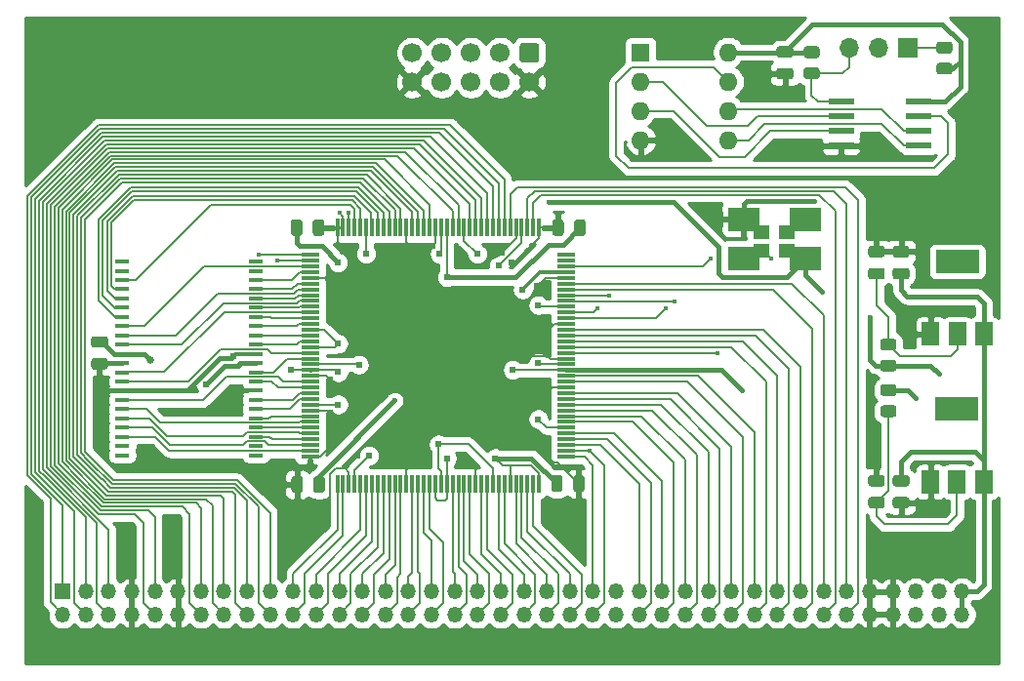
<source format=gtl>
G04 #@! TF.GenerationSoftware,KiCad,Pcbnew,(5.1.9)-1*
G04 #@! TF.CreationDate,2021-06-19T06:27:31+02:00*
G04 #@! TF.ProjectId,ZXUnCore,5a58556e-436f-4726-952e-6b696361645f,rev?*
G04 #@! TF.SameCoordinates,Original*
G04 #@! TF.FileFunction,Copper,L1,Top*
G04 #@! TF.FilePolarity,Positive*
%FSLAX46Y46*%
G04 Gerber Fmt 4.6, Leading zero omitted, Abs format (unit mm)*
G04 Created by KiCad (PCBNEW (5.1.9)-1) date 2021-06-19 06:27:31*
%MOMM*%
%LPD*%
G01*
G04 APERTURE LIST*
G04 #@! TA.AperFunction,ComponentPad*
%ADD10O,1.700000X1.700000*%
G04 #@! TD*
G04 #@! TA.AperFunction,ComponentPad*
%ADD11R,1.700000X1.700000*%
G04 #@! TD*
G04 #@! TA.AperFunction,SMDPad,CuDef*
%ADD12R,2.700000X2.100000*%
G04 #@! TD*
G04 #@! TA.AperFunction,ComponentPad*
%ADD13C,1.700000*%
G04 #@! TD*
G04 #@! TA.AperFunction,SMDPad,CuDef*
%ADD14R,1.400000X1.150000*%
G04 #@! TD*
G04 #@! TA.AperFunction,SMDPad,CuDef*
%ADD15R,2.209800X0.609600*%
G04 #@! TD*
G04 #@! TA.AperFunction,ComponentPad*
%ADD16O,1.350000X1.350000*%
G04 #@! TD*
G04 #@! TA.AperFunction,ComponentPad*
%ADD17R,1.350000X1.350000*%
G04 #@! TD*
G04 #@! TA.AperFunction,SMDPad,CuDef*
%ADD18R,0.300000X1.600000*%
G04 #@! TD*
G04 #@! TA.AperFunction,SMDPad,CuDef*
%ADD19R,1.600000X0.300000*%
G04 #@! TD*
G04 #@! TA.AperFunction,SMDPad,CuDef*
%ADD20R,1.500000X2.000000*%
G04 #@! TD*
G04 #@! TA.AperFunction,SMDPad,CuDef*
%ADD21R,3.800000X2.000000*%
G04 #@! TD*
G04 #@! TA.AperFunction,ComponentPad*
%ADD22O,1.600000X1.600000*%
G04 #@! TD*
G04 #@! TA.AperFunction,ComponentPad*
%ADD23R,1.600000X1.600000*%
G04 #@! TD*
G04 #@! TA.AperFunction,SMDPad,CuDef*
%ADD24R,1.300000X0.320000*%
G04 #@! TD*
G04 #@! TA.AperFunction,ViaPad*
%ADD25C,0.400000*%
G04 #@! TD*
G04 #@! TA.AperFunction,ViaPad*
%ADD26C,0.609600*%
G04 #@! TD*
G04 #@! TA.AperFunction,ViaPad*
%ADD27C,0.654800*%
G04 #@! TD*
G04 #@! TA.AperFunction,ViaPad*
%ADD28C,0.660400*%
G04 #@! TD*
G04 #@! TA.AperFunction,Conductor*
%ADD29C,0.203200*%
G04 #@! TD*
G04 #@! TA.AperFunction,Conductor*
%ADD30C,0.406400*%
G04 #@! TD*
G04 #@! TA.AperFunction,Conductor*
%ADD31C,0.304800*%
G04 #@! TD*
G04 #@! TA.AperFunction,Conductor*
%ADD32C,0.254000*%
G04 #@! TD*
G04 #@! TA.AperFunction,Conductor*
%ADD33C,0.100000*%
G04 #@! TD*
G04 APERTURE END LIST*
D10*
X172100000Y-66870000D03*
X174640000Y-66870000D03*
D11*
X177180000Y-66870000D03*
D12*
X168270000Y-81730000D03*
X162970000Y-81730000D03*
X162970000Y-85130000D03*
X168270000Y-85130000D03*
G04 #@! TA.AperFunction,SMDPad,CuDef*
G36*
G01*
X169300002Y-67760000D02*
X168399998Y-67760000D01*
G75*
G02*
X168150000Y-67510002I0J249998D01*
G01*
X168150000Y-66984998D01*
G75*
G02*
X168399998Y-66735000I249998J0D01*
G01*
X169300002Y-66735000D01*
G75*
G02*
X169550000Y-66984998I0J-249998D01*
G01*
X169550000Y-67510002D01*
G75*
G02*
X169300002Y-67760000I-249998J0D01*
G01*
G37*
G04 #@! TD.AperFunction*
G04 #@! TA.AperFunction,SMDPad,CuDef*
G36*
G01*
X169300002Y-69585000D02*
X168399998Y-69585000D01*
G75*
G02*
X168150000Y-69335002I0J249998D01*
G01*
X168150000Y-68809998D01*
G75*
G02*
X168399998Y-68560000I249998J0D01*
G01*
X169300002Y-68560000D01*
G75*
G02*
X169550000Y-68809998I0J-249998D01*
G01*
X169550000Y-69335002D01*
G75*
G02*
X169300002Y-69585000I-249998J0D01*
G01*
G37*
G04 #@! TD.AperFunction*
G04 #@! TA.AperFunction,SMDPad,CuDef*
G36*
G01*
X179919998Y-68160000D02*
X180820002Y-68160000D01*
G75*
G02*
X181070000Y-68409998I0J-249998D01*
G01*
X181070000Y-68935002D01*
G75*
G02*
X180820002Y-69185000I-249998J0D01*
G01*
X179919998Y-69185000D01*
G75*
G02*
X179670000Y-68935002I0J249998D01*
G01*
X179670000Y-68409998D01*
G75*
G02*
X179919998Y-68160000I249998J0D01*
G01*
G37*
G04 #@! TD.AperFunction*
G04 #@! TA.AperFunction,SMDPad,CuDef*
G36*
G01*
X179919998Y-66335000D02*
X180820002Y-66335000D01*
G75*
G02*
X181070000Y-66584998I0J-249998D01*
G01*
X181070000Y-67110002D01*
G75*
G02*
X180820002Y-67360000I-249998J0D01*
G01*
X179919998Y-67360000D01*
G75*
G02*
X179670000Y-67110002I0J249998D01*
G01*
X179670000Y-66584998D01*
G75*
G02*
X179919998Y-66335000I249998J0D01*
G01*
G37*
G04 #@! TD.AperFunction*
D13*
X134220000Y-69840000D03*
X136760000Y-69840000D03*
X139300000Y-69840000D03*
X141840000Y-69840000D03*
X144380000Y-69840000D03*
X134220000Y-67300000D03*
X136760000Y-67300000D03*
X139300000Y-67300000D03*
X141840000Y-67300000D03*
G04 #@! TA.AperFunction,ComponentPad*
G36*
G01*
X143780000Y-66450000D02*
X144980000Y-66450000D01*
G75*
G02*
X145230000Y-66700000I0J-250000D01*
G01*
X145230000Y-67900000D01*
G75*
G02*
X144980000Y-68150000I-250000J0D01*
G01*
X143780000Y-68150000D01*
G75*
G02*
X143530000Y-67900000I0J250000D01*
G01*
X143530000Y-66700000D01*
G75*
G02*
X143780000Y-66450000I250000J0D01*
G01*
G37*
G04 #@! TD.AperFunction*
D14*
X166670000Y-84440000D03*
X164470000Y-84440000D03*
X164470000Y-82840000D03*
X166670000Y-82840000D03*
D15*
X178132800Y-71545000D03*
X178132800Y-72815000D03*
X178132800Y-74085000D03*
X178132800Y-75355000D03*
X171401800Y-75355000D03*
X171401800Y-74085000D03*
X171401800Y-72815000D03*
X171401800Y-71545000D03*
D16*
X181886000Y-116046000D03*
X181886000Y-114046000D03*
X179886000Y-116046000D03*
X179886000Y-114046000D03*
X177886000Y-116046000D03*
X177886000Y-114046000D03*
X175886000Y-116046000D03*
X175886000Y-114046000D03*
X173886000Y-116046000D03*
X173886000Y-114046000D03*
X171886000Y-116046000D03*
X171886000Y-114046000D03*
X169886000Y-116046000D03*
X169886000Y-114046000D03*
X167886000Y-116046000D03*
X167886000Y-114046000D03*
X165886000Y-116046000D03*
X165886000Y-114046000D03*
X163886000Y-116046000D03*
X163886000Y-114046000D03*
X161886000Y-116046000D03*
X161886000Y-114046000D03*
X159886000Y-116046000D03*
X159886000Y-114046000D03*
X157886000Y-116046000D03*
X157886000Y-114046000D03*
X155886000Y-116046000D03*
X155886000Y-114046000D03*
X153886000Y-116046000D03*
X153886000Y-114046000D03*
X151886000Y-116046000D03*
X151886000Y-114046000D03*
X149886000Y-116046000D03*
X149886000Y-114046000D03*
X147886000Y-116046000D03*
X147886000Y-114046000D03*
X145886000Y-116046000D03*
X145886000Y-114046000D03*
X143886000Y-116046000D03*
X143886000Y-114046000D03*
X141886000Y-116046000D03*
X141886000Y-114046000D03*
X139886000Y-116046000D03*
X139886000Y-114046000D03*
X137886000Y-116046000D03*
X137886000Y-114046000D03*
X135886000Y-116046000D03*
X135886000Y-114046000D03*
X133886000Y-116046000D03*
X133886000Y-114046000D03*
X131886000Y-116046000D03*
X131886000Y-114046000D03*
X129886000Y-116046000D03*
X129886000Y-114046000D03*
X127886000Y-116046000D03*
X127886000Y-114046000D03*
X125886000Y-116046000D03*
X125886000Y-114046000D03*
X123886000Y-116046000D03*
X123886000Y-114046000D03*
X121886000Y-116046000D03*
X121886000Y-114046000D03*
X119886000Y-116046000D03*
X119886000Y-114046000D03*
X117886000Y-116046000D03*
X117886000Y-114046000D03*
X115886000Y-116046000D03*
X115886000Y-114046000D03*
X113886000Y-116046000D03*
X113886000Y-114046000D03*
X111886000Y-116046000D03*
X111886000Y-114046000D03*
X109886000Y-116046000D03*
X109886000Y-114046000D03*
X107886000Y-116046000D03*
X107886000Y-114046000D03*
X105886000Y-116046000D03*
X105886000Y-114046000D03*
X103886000Y-116046000D03*
D17*
X103886000Y-114046000D03*
D18*
X127710930Y-104682691D03*
X128210930Y-104682691D03*
X128710930Y-104682691D03*
X129210930Y-104682691D03*
X129710930Y-104682691D03*
X130210930Y-104682691D03*
X130710930Y-104682691D03*
X131210930Y-104682691D03*
X131710930Y-104682691D03*
X132210930Y-104682691D03*
X132710930Y-104682691D03*
X133210930Y-104682691D03*
X133710930Y-104682691D03*
X134210930Y-104682691D03*
X134710930Y-104682691D03*
X135210930Y-104682691D03*
X135710930Y-104682691D03*
X136210930Y-104682691D03*
X136710930Y-104682691D03*
X137210930Y-104682691D03*
X137710930Y-104682691D03*
X138210930Y-104682691D03*
X138710930Y-104682691D03*
X139210930Y-104682691D03*
X139710930Y-104682691D03*
X140210930Y-104682691D03*
X140710930Y-104682691D03*
X141210930Y-104682691D03*
X141710930Y-104682691D03*
X142210930Y-104682691D03*
X142710930Y-104682691D03*
X143210930Y-104682691D03*
X143710930Y-104682691D03*
X144210930Y-104682691D03*
X144710930Y-104682691D03*
X145210930Y-104682691D03*
D19*
X147560930Y-102332691D03*
X147560930Y-101832691D03*
X147560930Y-101332691D03*
X147560930Y-100832691D03*
X147560930Y-100332691D03*
X147560930Y-99832691D03*
X147560930Y-99332691D03*
X147560930Y-98832691D03*
X147560930Y-98332691D03*
X147560930Y-97832691D03*
X147560930Y-97332691D03*
X147560930Y-96832691D03*
X147560930Y-96332691D03*
X147560930Y-95832691D03*
X147560930Y-95332691D03*
X147560930Y-94832691D03*
X147560930Y-94332691D03*
X147560930Y-93832691D03*
X147560930Y-93332691D03*
X147560930Y-92832691D03*
X147560930Y-92332691D03*
X147560930Y-91832691D03*
X147560930Y-91332691D03*
X147560930Y-90832691D03*
X147560930Y-90332691D03*
X147560930Y-89832691D03*
X147560930Y-89332691D03*
X147560930Y-88832691D03*
X147560930Y-88332691D03*
X147560930Y-87832691D03*
X147560930Y-87332691D03*
X147560930Y-86832691D03*
X147560930Y-86332691D03*
X147560930Y-85832691D03*
X147560930Y-85332691D03*
X147560930Y-84832691D03*
D18*
X145210930Y-82482691D03*
X144710930Y-82482691D03*
X144210930Y-82482691D03*
X143710930Y-82482691D03*
X143210930Y-82482691D03*
X142710930Y-82482691D03*
X142210930Y-82482691D03*
X141710930Y-82482691D03*
X141210930Y-82482691D03*
X140710930Y-82482691D03*
X140210930Y-82482691D03*
X139710930Y-82482691D03*
X139210930Y-82482691D03*
X138710930Y-82482691D03*
X138210930Y-82482691D03*
X137710930Y-82482691D03*
X137210930Y-82482691D03*
X136710930Y-82482691D03*
X136210930Y-82482691D03*
X135710930Y-82482691D03*
X135210930Y-82482691D03*
X134710930Y-82482691D03*
X134210930Y-82482691D03*
X133710930Y-82482691D03*
X133210930Y-82482691D03*
X132710930Y-82482691D03*
X132210930Y-82482691D03*
X131710930Y-82482691D03*
X131210930Y-82482691D03*
X130710930Y-82482691D03*
X130210930Y-82482691D03*
X129710930Y-82482691D03*
X129210930Y-82482691D03*
X128710930Y-82482691D03*
X128210930Y-82482691D03*
X127710930Y-82482691D03*
D19*
X125360930Y-84832691D03*
X125360930Y-85332691D03*
X125360930Y-85832691D03*
X125360930Y-86332691D03*
X125360930Y-86832691D03*
X125360930Y-87332691D03*
X125360930Y-87832691D03*
X125360930Y-88332691D03*
X125360930Y-88832691D03*
X125360930Y-89332691D03*
X125360930Y-89832691D03*
X125360930Y-90332691D03*
X125360930Y-90832691D03*
X125360930Y-91332691D03*
X125360930Y-91832691D03*
X125360930Y-92332691D03*
X125360930Y-92832691D03*
X125360930Y-93332691D03*
X125360930Y-93832691D03*
X125360930Y-94332691D03*
X125360930Y-94832691D03*
X125360930Y-95332691D03*
X125360930Y-95832691D03*
X125360930Y-96332691D03*
X125360930Y-96832691D03*
X125360930Y-97332691D03*
X125360930Y-97832691D03*
X125360930Y-98332691D03*
X125360930Y-98832691D03*
X125360930Y-99332691D03*
X125360930Y-99832691D03*
X125360930Y-100332691D03*
X125360930Y-100832691D03*
X125360930Y-101332691D03*
X125360930Y-101832691D03*
X125360930Y-102332691D03*
G04 #@! TA.AperFunction,SMDPad,CuDef*
G36*
G01*
X174955000Y-104930000D02*
X174005000Y-104930000D01*
G75*
G02*
X173755000Y-104680000I0J250000D01*
G01*
X173755000Y-104180000D01*
G75*
G02*
X174005000Y-103930000I250000J0D01*
G01*
X174955000Y-103930000D01*
G75*
G02*
X175205000Y-104180000I0J-250000D01*
G01*
X175205000Y-104680000D01*
G75*
G02*
X174955000Y-104930000I-250000J0D01*
G01*
G37*
G04 #@! TD.AperFunction*
G04 #@! TA.AperFunction,SMDPad,CuDef*
G36*
G01*
X174955000Y-106830000D02*
X174005000Y-106830000D01*
G75*
G02*
X173755000Y-106580000I0J250000D01*
G01*
X173755000Y-106080000D01*
G75*
G02*
X174005000Y-105830000I250000J0D01*
G01*
X174955000Y-105830000D01*
G75*
G02*
X175205000Y-106080000I0J-250000D01*
G01*
X175205000Y-106580000D01*
G75*
G02*
X174955000Y-106830000I-250000J0D01*
G01*
G37*
G04 #@! TD.AperFunction*
G04 #@! TA.AperFunction,SMDPad,CuDef*
G36*
G01*
X176135000Y-105830000D02*
X177085000Y-105830000D01*
G75*
G02*
X177335000Y-106080000I0J-250000D01*
G01*
X177335000Y-106580000D01*
G75*
G02*
X177085000Y-106830000I-250000J0D01*
G01*
X176135000Y-106830000D01*
G75*
G02*
X175885000Y-106580000I0J250000D01*
G01*
X175885000Y-106080000D01*
G75*
G02*
X176135000Y-105830000I250000J0D01*
G01*
G37*
G04 #@! TD.AperFunction*
G04 #@! TA.AperFunction,SMDPad,CuDef*
G36*
G01*
X176135000Y-103930000D02*
X177085000Y-103930000D01*
G75*
G02*
X177335000Y-104180000I0J-250000D01*
G01*
X177335000Y-104680000D01*
G75*
G02*
X177085000Y-104930000I-250000J0D01*
G01*
X176135000Y-104930000D01*
G75*
G02*
X175885000Y-104680000I0J250000D01*
G01*
X175885000Y-104180000D01*
G75*
G02*
X176135000Y-103930000I250000J0D01*
G01*
G37*
G04 #@! TD.AperFunction*
G04 #@! TA.AperFunction,SMDPad,CuDef*
G36*
G01*
X174955000Y-85060000D02*
X174005000Y-85060000D01*
G75*
G02*
X173755000Y-84810000I0J250000D01*
G01*
X173755000Y-84310000D01*
G75*
G02*
X174005000Y-84060000I250000J0D01*
G01*
X174955000Y-84060000D01*
G75*
G02*
X175205000Y-84310000I0J-250000D01*
G01*
X175205000Y-84810000D01*
G75*
G02*
X174955000Y-85060000I-250000J0D01*
G01*
G37*
G04 #@! TD.AperFunction*
G04 #@! TA.AperFunction,SMDPad,CuDef*
G36*
G01*
X174955000Y-86960000D02*
X174005000Y-86960000D01*
G75*
G02*
X173755000Y-86710000I0J250000D01*
G01*
X173755000Y-86210000D01*
G75*
G02*
X174005000Y-85960000I250000J0D01*
G01*
X174955000Y-85960000D01*
G75*
G02*
X175205000Y-86210000I0J-250000D01*
G01*
X175205000Y-86710000D01*
G75*
G02*
X174955000Y-86960000I-250000J0D01*
G01*
G37*
G04 #@! TD.AperFunction*
G04 #@! TA.AperFunction,SMDPad,CuDef*
G36*
G01*
X177085000Y-85060000D02*
X176135000Y-85060000D01*
G75*
G02*
X175885000Y-84810000I0J250000D01*
G01*
X175885000Y-84310000D01*
G75*
G02*
X176135000Y-84060000I250000J0D01*
G01*
X177085000Y-84060000D01*
G75*
G02*
X177335000Y-84310000I0J-250000D01*
G01*
X177335000Y-84810000D01*
G75*
G02*
X177085000Y-85060000I-250000J0D01*
G01*
G37*
G04 #@! TD.AperFunction*
G04 #@! TA.AperFunction,SMDPad,CuDef*
G36*
G01*
X177085000Y-86960000D02*
X176135000Y-86960000D01*
G75*
G02*
X175885000Y-86710000I0J250000D01*
G01*
X175885000Y-86210000D01*
G75*
G02*
X176135000Y-85960000I250000J0D01*
G01*
X177085000Y-85960000D01*
G75*
G02*
X177335000Y-86210000I0J-250000D01*
G01*
X177335000Y-86710000D01*
G75*
G02*
X177085000Y-86960000I-250000J0D01*
G01*
G37*
G04 #@! TD.AperFunction*
G04 #@! TA.AperFunction,SMDPad,CuDef*
G36*
G01*
X147360000Y-82005000D02*
X147360000Y-82955000D01*
G75*
G02*
X147110000Y-83205000I-250000J0D01*
G01*
X146610000Y-83205000D01*
G75*
G02*
X146360000Y-82955000I0J250000D01*
G01*
X146360000Y-82005000D01*
G75*
G02*
X146610000Y-81755000I250000J0D01*
G01*
X147110000Y-81755000D01*
G75*
G02*
X147360000Y-82005000I0J-250000D01*
G01*
G37*
G04 #@! TD.AperFunction*
G04 #@! TA.AperFunction,SMDPad,CuDef*
G36*
G01*
X149260000Y-82005000D02*
X149260000Y-82955000D01*
G75*
G02*
X149010000Y-83205000I-250000J0D01*
G01*
X148510000Y-83205000D01*
G75*
G02*
X148260000Y-82955000I0J250000D01*
G01*
X148260000Y-82005000D01*
G75*
G02*
X148510000Y-81755000I250000J0D01*
G01*
X149010000Y-81755000D01*
G75*
G02*
X149260000Y-82005000I0J-250000D01*
G01*
G37*
G04 #@! TD.AperFunction*
G04 #@! TA.AperFunction,SMDPad,CuDef*
G36*
G01*
X148160000Y-105155000D02*
X148160000Y-104205000D01*
G75*
G02*
X148410000Y-103955000I250000J0D01*
G01*
X148910000Y-103955000D01*
G75*
G02*
X149160000Y-104205000I0J-250000D01*
G01*
X149160000Y-105155000D01*
G75*
G02*
X148910000Y-105405000I-250000J0D01*
G01*
X148410000Y-105405000D01*
G75*
G02*
X148160000Y-105155000I0J250000D01*
G01*
G37*
G04 #@! TD.AperFunction*
G04 #@! TA.AperFunction,SMDPad,CuDef*
G36*
G01*
X146260000Y-105155000D02*
X146260000Y-104205000D01*
G75*
G02*
X146510000Y-103955000I250000J0D01*
G01*
X147010000Y-103955000D01*
G75*
G02*
X147260000Y-104205000I0J-250000D01*
G01*
X147260000Y-105155000D01*
G75*
G02*
X147010000Y-105405000I-250000J0D01*
G01*
X146510000Y-105405000D01*
G75*
G02*
X146260000Y-105155000I0J250000D01*
G01*
G37*
G04 #@! TD.AperFunction*
G04 #@! TA.AperFunction,SMDPad,CuDef*
G36*
G01*
X125580000Y-82955000D02*
X125580000Y-82005000D01*
G75*
G02*
X125830000Y-81755000I250000J0D01*
G01*
X126330000Y-81755000D01*
G75*
G02*
X126580000Y-82005000I0J-250000D01*
G01*
X126580000Y-82955000D01*
G75*
G02*
X126330000Y-83205000I-250000J0D01*
G01*
X125830000Y-83205000D01*
G75*
G02*
X125580000Y-82955000I0J250000D01*
G01*
G37*
G04 #@! TD.AperFunction*
G04 #@! TA.AperFunction,SMDPad,CuDef*
G36*
G01*
X123680000Y-82955000D02*
X123680000Y-82005000D01*
G75*
G02*
X123930000Y-81755000I250000J0D01*
G01*
X124430000Y-81755000D01*
G75*
G02*
X124680000Y-82005000I0J-250000D01*
G01*
X124680000Y-82955000D01*
G75*
G02*
X124430000Y-83205000I-250000J0D01*
G01*
X123930000Y-83205000D01*
G75*
G02*
X123680000Y-82955000I0J250000D01*
G01*
G37*
G04 #@! TD.AperFunction*
G04 #@! TA.AperFunction,SMDPad,CuDef*
G36*
G01*
X124730000Y-104285000D02*
X124730000Y-105235000D01*
G75*
G02*
X124480000Y-105485000I-250000J0D01*
G01*
X123980000Y-105485000D01*
G75*
G02*
X123730000Y-105235000I0J250000D01*
G01*
X123730000Y-104285000D01*
G75*
G02*
X123980000Y-104035000I250000J0D01*
G01*
X124480000Y-104035000D01*
G75*
G02*
X124730000Y-104285000I0J-250000D01*
G01*
G37*
G04 #@! TD.AperFunction*
G04 #@! TA.AperFunction,SMDPad,CuDef*
G36*
G01*
X126630000Y-104285000D02*
X126630000Y-105235000D01*
G75*
G02*
X126380000Y-105485000I-250000J0D01*
G01*
X125880000Y-105485000D01*
G75*
G02*
X125630000Y-105235000I0J250000D01*
G01*
X125630000Y-104285000D01*
G75*
G02*
X125880000Y-104035000I250000J0D01*
G01*
X126380000Y-104035000D01*
G75*
G02*
X126630000Y-104285000I0J-250000D01*
G01*
G37*
G04 #@! TD.AperFunction*
G04 #@! TA.AperFunction,SMDPad,CuDef*
G36*
G01*
X106617180Y-93794566D02*
X107567180Y-93794566D01*
G75*
G02*
X107817180Y-94044566I0J-250000D01*
G01*
X107817180Y-94544566D01*
G75*
G02*
X107567180Y-94794566I-250000J0D01*
G01*
X106617180Y-94794566D01*
G75*
G02*
X106367180Y-94544566I0J250000D01*
G01*
X106367180Y-94044566D01*
G75*
G02*
X106617180Y-93794566I250000J0D01*
G01*
G37*
G04 #@! TD.AperFunction*
G04 #@! TA.AperFunction,SMDPad,CuDef*
G36*
G01*
X106617180Y-91894566D02*
X107567180Y-91894566D01*
G75*
G02*
X107817180Y-92144566I0J-250000D01*
G01*
X107817180Y-92644566D01*
G75*
G02*
X107567180Y-92894566I-250000J0D01*
G01*
X106617180Y-92894566D01*
G75*
G02*
X106367180Y-92644566I0J250000D01*
G01*
X106367180Y-92144566D01*
G75*
G02*
X106617180Y-91894566I250000J0D01*
G01*
G37*
G04 #@! TD.AperFunction*
D20*
X179160000Y-104520000D03*
X183760000Y-104520000D03*
X181460000Y-104520000D03*
D21*
X181460000Y-98220000D03*
D20*
X179180000Y-91710000D03*
X183780000Y-91710000D03*
X181480000Y-91710000D03*
D21*
X181480000Y-85410000D03*
D22*
X161640000Y-67250000D03*
X154020000Y-74870000D03*
X161640000Y-69790000D03*
X154020000Y-72330000D03*
X161640000Y-72330000D03*
X154020000Y-69790000D03*
X161640000Y-74870000D03*
D23*
X154020000Y-67250000D03*
G04 #@! TA.AperFunction,SMDPad,CuDef*
G36*
G01*
X175059998Y-97890000D02*
X175960002Y-97890000D01*
G75*
G02*
X176210000Y-98139998I0J-249998D01*
G01*
X176210000Y-98665002D01*
G75*
G02*
X175960002Y-98915000I-249998J0D01*
G01*
X175059998Y-98915000D01*
G75*
G02*
X174810000Y-98665002I0J249998D01*
G01*
X174810000Y-98139998D01*
G75*
G02*
X175059998Y-97890000I249998J0D01*
G01*
G37*
G04 #@! TD.AperFunction*
G04 #@! TA.AperFunction,SMDPad,CuDef*
G36*
G01*
X175059998Y-96065000D02*
X175960002Y-96065000D01*
G75*
G02*
X176210000Y-96314998I0J-249998D01*
G01*
X176210000Y-96840002D01*
G75*
G02*
X175960002Y-97090000I-249998J0D01*
G01*
X175059998Y-97090000D01*
G75*
G02*
X174810000Y-96840002I0J249998D01*
G01*
X174810000Y-96314998D01*
G75*
G02*
X175059998Y-96065000I249998J0D01*
G01*
G37*
G04 #@! TD.AperFunction*
G04 #@! TA.AperFunction,SMDPad,CuDef*
G36*
G01*
X175960002Y-93130000D02*
X175059998Y-93130000D01*
G75*
G02*
X174810000Y-92880002I0J249998D01*
G01*
X174810000Y-92354998D01*
G75*
G02*
X175059998Y-92105000I249998J0D01*
G01*
X175960002Y-92105000D01*
G75*
G02*
X176210000Y-92354998I0J-249998D01*
G01*
X176210000Y-92880002D01*
G75*
G02*
X175960002Y-93130000I-249998J0D01*
G01*
G37*
G04 #@! TD.AperFunction*
G04 #@! TA.AperFunction,SMDPad,CuDef*
G36*
G01*
X175960002Y-94955000D02*
X175059998Y-94955000D01*
G75*
G02*
X174810000Y-94705002I0J249998D01*
G01*
X174810000Y-94179998D01*
G75*
G02*
X175059998Y-93930000I249998J0D01*
G01*
X175960002Y-93930000D01*
G75*
G02*
X176210000Y-94179998I0J-249998D01*
G01*
X176210000Y-94705002D01*
G75*
G02*
X175960002Y-94955000I-249998J0D01*
G01*
G37*
G04 #@! TD.AperFunction*
G04 #@! TA.AperFunction,SMDPad,CuDef*
G36*
G01*
X167005000Y-67710000D02*
X166055000Y-67710000D01*
G75*
G02*
X165805000Y-67460000I0J250000D01*
G01*
X165805000Y-66960000D01*
G75*
G02*
X166055000Y-66710000I250000J0D01*
G01*
X167005000Y-66710000D01*
G75*
G02*
X167255000Y-66960000I0J-250000D01*
G01*
X167255000Y-67460000D01*
G75*
G02*
X167005000Y-67710000I-250000J0D01*
G01*
G37*
G04 #@! TD.AperFunction*
G04 #@! TA.AperFunction,SMDPad,CuDef*
G36*
G01*
X167005000Y-69610000D02*
X166055000Y-69610000D01*
G75*
G02*
X165805000Y-69360000I0J250000D01*
G01*
X165805000Y-68860000D01*
G75*
G02*
X166055000Y-68610000I250000J0D01*
G01*
X167005000Y-68610000D01*
G75*
G02*
X167255000Y-68860000I0J-250000D01*
G01*
X167255000Y-69360000D01*
G75*
G02*
X167005000Y-69610000I-250000J0D01*
G01*
G37*
G04 #@! TD.AperFunction*
D24*
X109070930Y-102220816D03*
X109070930Y-101420816D03*
X109070930Y-100620816D03*
X109070930Y-99820816D03*
X109070930Y-99020816D03*
X109070930Y-98220816D03*
X109070930Y-97420816D03*
X109070930Y-96620816D03*
X109070930Y-95820816D03*
X109070930Y-95020816D03*
X109070930Y-94220816D03*
X109070930Y-93420816D03*
X109070930Y-92620816D03*
X109070930Y-91820816D03*
X109070930Y-91020816D03*
X109070930Y-90220816D03*
X109070930Y-89420816D03*
X109070930Y-88620816D03*
X109070930Y-87820816D03*
X109070930Y-87020816D03*
X109070930Y-86220816D03*
X109070930Y-85420816D03*
X120670930Y-85420816D03*
X120670930Y-86220816D03*
X120670930Y-87020816D03*
X120670930Y-87820816D03*
X120670930Y-88620816D03*
X120670930Y-89420816D03*
X120670930Y-90220816D03*
X120670930Y-91020816D03*
X120670930Y-91820816D03*
X120670930Y-92620816D03*
X120670930Y-93420816D03*
X120670930Y-94220816D03*
X120670930Y-95020816D03*
X120670930Y-95820816D03*
X120670930Y-96620816D03*
X120670930Y-97420816D03*
X120670930Y-98220816D03*
X120670930Y-99020816D03*
X120670930Y-99820816D03*
X120670930Y-100620816D03*
X120670930Y-101420816D03*
X120670930Y-102220816D03*
D25*
X169060000Y-80160000D03*
D26*
X144102805Y-96339566D03*
X127849537Y-100680047D03*
X127055930Y-95691128D03*
X127055930Y-98527066D03*
X129458274Y-102288784D03*
X133704368Y-103159878D03*
X139680930Y-103159878D03*
X127055930Y-86831753D03*
X133688743Y-84034878D03*
X135993430Y-84034878D03*
X141934837Y-84632534D03*
X142838759Y-85516134D03*
X145063574Y-87553009D03*
X144102805Y-93566128D03*
X128001243Y-84034878D03*
X118680930Y-93628628D03*
D27*
X119345140Y-96586241D03*
D26*
X144100000Y-101580000D03*
D25*
X174180000Y-79300000D03*
X173860000Y-95440000D03*
X175530000Y-87840000D03*
X176610000Y-107360000D03*
X175670000Y-75400000D03*
X159250000Y-81200000D03*
X159400000Y-76330000D03*
X164310000Y-70810000D03*
X160120000Y-85160000D03*
X151297309Y-88332691D03*
X156980000Y-88840000D03*
X150290000Y-89450000D03*
X156210000Y-89440000D03*
X160707309Y-93332691D03*
X165350000Y-85180000D03*
X149620000Y-101840000D03*
D28*
X111492730Y-93952259D03*
D26*
X145141868Y-94214566D03*
X127790305Y-92534878D03*
X130454368Y-102261441D03*
X137212180Y-102472378D03*
X145134055Y-89198941D03*
X145141868Y-99081753D03*
X141415305Y-102472378D03*
X136579368Y-84745816D03*
X139860618Y-84745816D03*
X141716087Y-85780972D03*
X127790305Y-97816128D03*
X127790305Y-95011441D03*
X130212180Y-84745816D03*
X143779827Y-87844709D03*
X116282493Y-96073941D03*
D25*
X179886000Y-95154000D03*
X169740000Y-88070000D03*
X173900000Y-90250000D03*
D26*
X123700000Y-94830000D03*
D25*
X181730000Y-70160000D03*
D26*
X127770000Y-85500000D03*
D25*
X146070000Y-80280000D03*
D26*
X136493430Y-101269253D03*
X142923118Y-94808316D03*
X129587180Y-94363003D03*
X137204368Y-86753628D03*
D25*
X177886000Y-97276000D03*
X162780000Y-96580000D03*
X132695000Y-97470000D03*
X127900000Y-81170000D03*
X120902691Y-84832691D03*
X122480000Y-85340000D03*
X128700000Y-81170000D03*
D29*
X107151555Y-94220816D02*
X107092180Y-94219566D01*
D30*
X109070930Y-94220816D02*
X107118430Y-94220816D01*
X107118430Y-94220816D02*
X107092180Y-94219566D01*
D29*
X139727805Y-104665816D02*
X139710930Y-104682691D01*
X147560930Y-96332691D02*
X144109680Y-96332691D01*
X144109680Y-96332691D02*
X144102805Y-96339566D01*
X125360930Y-95332691D02*
X126697493Y-95332691D01*
X126697493Y-95332691D02*
X127055930Y-95691128D01*
X125360930Y-98332691D02*
X126861555Y-98332691D01*
X126861555Y-98332691D02*
X127055930Y-98527066D01*
X128387962Y-103359097D02*
X129458274Y-102288784D01*
X128710930Y-104682691D02*
X128710930Y-103682066D01*
X128710930Y-103682066D02*
X128387962Y-103359097D01*
X133710930Y-104682691D02*
X133710930Y-103166441D01*
X133710930Y-103166441D02*
X133704368Y-103159878D01*
X139727805Y-104665816D02*
X139727805Y-103206753D01*
X139727805Y-103206753D02*
X139680930Y-103159878D01*
X125360930Y-86832691D02*
X127054993Y-86832691D01*
X127054993Y-86832691D02*
X127055930Y-86831753D01*
X133710930Y-82482691D02*
X133710930Y-84012691D01*
X133710930Y-84012691D02*
X133688743Y-84034878D01*
X136210930Y-82482691D02*
X136210930Y-83817378D01*
X136210930Y-83817378D02*
X135993430Y-84034878D01*
X143210930Y-82482691D02*
X143210930Y-83356441D01*
X143210930Y-83356441D02*
X141934837Y-84632534D01*
X143087112Y-85503628D02*
X142798118Y-85503628D01*
X142798118Y-85503628D02*
X142838759Y-85516134D01*
X147560930Y-93832691D02*
X146228743Y-93832691D01*
X146228743Y-93832691D02*
X146024680Y-93628628D01*
X146024680Y-93628628D02*
X144165305Y-93628628D01*
X144165305Y-93628628D02*
X144102805Y-93566128D01*
X147560930Y-90832691D02*
X146578430Y-90832691D01*
X146578430Y-90832691D02*
X144102805Y-93308316D01*
X144102805Y-93566128D02*
X144102805Y-93308316D01*
X127710930Y-82482691D02*
X127710930Y-83744566D01*
X127710930Y-83744566D02*
X128001243Y-84034878D01*
D30*
X117540305Y-93761441D02*
X118548118Y-93761441D01*
X118548118Y-93761441D02*
X118680930Y-93628628D01*
X107092180Y-94219566D02*
X107102805Y-94230191D01*
D29*
X147560930Y-86832691D02*
X145783893Y-86832691D01*
X145783893Y-86832691D02*
X145063574Y-87553009D01*
D30*
X118680930Y-93628628D02*
X118680930Y-93552209D01*
D29*
X120670930Y-93420816D02*
X120112805Y-93420816D01*
X120112805Y-93420816D02*
X120076662Y-93456959D01*
D30*
X109070930Y-96620816D02*
X114680930Y-96620816D01*
X114680930Y-96620816D02*
X117540305Y-93761441D01*
D29*
X125360930Y-102332691D02*
X126217409Y-102332691D01*
X127849537Y-100700562D02*
X127849537Y-100680047D01*
X126217409Y-102332691D02*
X127849537Y-100700562D01*
X145210930Y-82482691D02*
X145210930Y-83379809D01*
X145210930Y-83379809D02*
X143087112Y-85503628D01*
D30*
X109070930Y-96620816D02*
X107153140Y-96620816D01*
X107102805Y-96570481D02*
X107153140Y-96620816D01*
X107102805Y-94230191D02*
X107102805Y-96570481D01*
D31*
X120670930Y-96620816D02*
X119379715Y-96620816D01*
X119379715Y-96620816D02*
X119345140Y-96586241D01*
X120670930Y-93420816D02*
X118888743Y-93420816D01*
X118888743Y-93420816D02*
X118680930Y-93628628D01*
D29*
X127560257Y-103359097D02*
X127040000Y-103879354D01*
X128387962Y-103359097D02*
X127560257Y-103359097D01*
X127040000Y-103879354D02*
X127040000Y-105930000D01*
X127040000Y-105930000D02*
X126750000Y-106220000D01*
X126750000Y-106220000D02*
X124390000Y-106220000D01*
X124230000Y-106060000D02*
X124230000Y-104760000D01*
X124390000Y-106220000D02*
X124230000Y-106060000D01*
D30*
X127708239Y-82480000D02*
X127710930Y-82482691D01*
D29*
X126080000Y-82480000D02*
X127708239Y-82480000D01*
D30*
X146857309Y-82482691D02*
X146860000Y-82480000D01*
D29*
X145210930Y-82482691D02*
X146857309Y-82482691D01*
D30*
X163360000Y-81730000D02*
X164470000Y-82840000D01*
X162970000Y-81730000D02*
X163360000Y-81730000D01*
X169060000Y-80160000D02*
X163250000Y-80160000D01*
X162970000Y-80440000D02*
X162970000Y-81730000D01*
X163250000Y-80160000D02*
X162970000Y-80440000D01*
D29*
X148660000Y-104680000D02*
X146830000Y-102850000D01*
X144100000Y-101580000D02*
X145210000Y-101580000D01*
X146480000Y-102850000D02*
X146830000Y-102850000D01*
X145210000Y-101580000D02*
X146480000Y-102850000D01*
X125355930Y-101837691D02*
X125360930Y-101832691D01*
X109092305Y-100599441D02*
X109070930Y-100620816D01*
X125355930Y-101837691D02*
X124673743Y-101837691D01*
X124653899Y-101817847D02*
X124673743Y-101837691D01*
X109070930Y-100620816D02*
X111941530Y-100620816D01*
X111941530Y-100620816D02*
X113138562Y-101817847D01*
X113138562Y-101817847D02*
X124653899Y-101817847D01*
X125360930Y-101332691D02*
X121742568Y-101332691D01*
X121742568Y-101332691D02*
X121433974Y-101024097D01*
X121433974Y-101024097D02*
X119865362Y-101024097D01*
X119568662Y-101320800D02*
X119568662Y-101320797D01*
X119568662Y-101320797D02*
X119865362Y-101024097D01*
X109070930Y-99820816D02*
X111680362Y-99820816D01*
X111680362Y-99820816D02*
X113180346Y-101320800D01*
X113180346Y-101320800D02*
X119568662Y-101320800D01*
X120670930Y-100620816D02*
X121835393Y-100620816D01*
X121835393Y-100620816D02*
X122047268Y-100832691D01*
X125360930Y-100832691D02*
X122047268Y-100832691D01*
X124491180Y-100345441D02*
X124356243Y-100218316D01*
X125348180Y-100345441D02*
X125360930Y-100332691D01*
X124356243Y-100218316D02*
X119858346Y-100218316D01*
X119858346Y-100218316D02*
X119528021Y-100548641D01*
X119528021Y-100548641D02*
X112947005Y-100548641D01*
X125348180Y-100345441D02*
X124491180Y-100345441D01*
X109070930Y-99020816D02*
X111419180Y-99020816D01*
X111419180Y-99020816D02*
X112947005Y-100548641D01*
X120687555Y-99837441D02*
X120670930Y-99820816D01*
X120682805Y-99832691D02*
X120670930Y-99820816D01*
X125356180Y-99837441D02*
X125360930Y-99832691D01*
X120687555Y-99837441D02*
X125356180Y-99837441D01*
X125360930Y-99332691D02*
X124440305Y-99332691D01*
X124440305Y-99332691D02*
X124348430Y-99416753D01*
X109070930Y-98220816D02*
X110932662Y-98220816D01*
X110932662Y-98220816D02*
X111091337Y-98220816D01*
X111157996Y-98220816D02*
X111091337Y-98220816D01*
X124348430Y-99416753D02*
X112353934Y-99416753D01*
X112353934Y-99416753D02*
X111157996Y-98220816D01*
X121767043Y-99020816D02*
X120670930Y-99020816D01*
X125360930Y-98832691D02*
X121955168Y-98832691D01*
X121955168Y-98832691D02*
X121767043Y-99020816D01*
X123587649Y-98220816D02*
X124475774Y-97332691D01*
X124475774Y-97332691D02*
X125360930Y-97332691D01*
X120659587Y-98232159D02*
X120670930Y-98220816D01*
X120670930Y-98220816D02*
X123587649Y-98220816D01*
X123839009Y-97420816D02*
X124427134Y-96832691D01*
X124427134Y-96832691D02*
X125360930Y-96832691D01*
X120670930Y-97420816D02*
X123839009Y-97420816D01*
X122034115Y-95820816D02*
X120670930Y-95820816D01*
X125360930Y-96332691D02*
X122545990Y-96332691D01*
X122545990Y-96332691D02*
X122034115Y-95820816D01*
X116084837Y-97432378D02*
X118104930Y-95412284D01*
X123021352Y-95832691D02*
X125360930Y-95832691D01*
X116084837Y-97432378D02*
X109082493Y-97432378D01*
X109082493Y-97432378D02*
X109070930Y-97420816D01*
X122600946Y-95412284D02*
X123021352Y-95832691D01*
X118104930Y-95412284D02*
X122600946Y-95412284D01*
X121295862Y-95001281D02*
X120690465Y-95001281D01*
X120690465Y-95001281D02*
X120670930Y-95020816D01*
X123378849Y-93832691D02*
X125360930Y-93832691D01*
X120670930Y-95020816D02*
X122190724Y-95020816D01*
X122190724Y-95020816D02*
X123378849Y-93832691D01*
X125360930Y-93332691D02*
X122005124Y-93332691D01*
X114823305Y-95773441D02*
X114899999Y-95696191D01*
X114899999Y-95696191D02*
X117569680Y-93007222D01*
X117569680Y-93007222D02*
X121679655Y-93007222D01*
X121679655Y-93007222D02*
X122005124Y-93332691D01*
X109070930Y-95820816D02*
X114775374Y-95820816D01*
X114775374Y-95820816D02*
X114899999Y-95696191D01*
X124157805Y-92630191D02*
X124455305Y-92332691D01*
X124455305Y-92332691D02*
X125360930Y-92332691D01*
X122250899Y-92623841D02*
X122244549Y-92630191D01*
X124157805Y-92630191D02*
X122257249Y-92630191D01*
X122257249Y-92630191D02*
X122250899Y-92623841D01*
X122244549Y-92630191D02*
X121841443Y-92630191D01*
X121841443Y-92630191D02*
X121837474Y-92626222D01*
X120676337Y-92626222D02*
X120670930Y-92620816D01*
X121837474Y-92626222D02*
X120676337Y-92626222D01*
X125360930Y-91832691D02*
X125349055Y-91820816D01*
X125349055Y-91820816D02*
X120670930Y-91820816D01*
X125360930Y-90832691D02*
X124367171Y-90832691D01*
X124367171Y-90832691D02*
X124201621Y-90998241D01*
X124201621Y-90998241D02*
X120693505Y-90998241D01*
X120693505Y-90998241D02*
X120670930Y-91020816D01*
X125360930Y-90332691D02*
X122002046Y-90332691D01*
X122002046Y-90332691D02*
X121890171Y-90220816D01*
X121890171Y-90220816D02*
X120670930Y-90220816D01*
X109070930Y-95020816D02*
X109080305Y-95011441D01*
X125360930Y-89832691D02*
X125332680Y-89804441D01*
X109071715Y-95021600D02*
X109070930Y-95020816D01*
X112710659Y-95011441D02*
X109080305Y-95011441D01*
X125332680Y-89804441D02*
X117917659Y-89804441D01*
X117917659Y-89804441D02*
X112710659Y-95011441D01*
X120670930Y-89420816D02*
X120744993Y-89415503D01*
X120744993Y-89415503D02*
X124356243Y-89415503D01*
X124356243Y-89415503D02*
X124455462Y-89316284D01*
X124455462Y-89316284D02*
X125344524Y-89316284D01*
X125344524Y-89316284D02*
X125360930Y-89332691D01*
X124414821Y-88820191D02*
X124220602Y-89014409D01*
X124414821Y-88820191D02*
X125348430Y-88820191D01*
X125348430Y-88820191D02*
X125360930Y-88832691D01*
X114207205Y-92620816D02*
X109070930Y-92620816D01*
X124220602Y-89014409D02*
X117813612Y-89014409D01*
X117813612Y-89014409D02*
X114207205Y-92620816D01*
X120670930Y-88620816D02*
X124059365Y-88620816D01*
X124059365Y-88620816D02*
X124343859Y-88336322D01*
X124343859Y-88336322D02*
X125357299Y-88336322D01*
X125357299Y-88336322D02*
X125360930Y-88332691D01*
X125360930Y-87832691D02*
X124308059Y-87832691D01*
X109086555Y-91836441D02*
X109070930Y-91820816D01*
X124308059Y-87832691D02*
X123927902Y-88212847D01*
X123927902Y-88212847D02*
X117319774Y-88212847D01*
X117319774Y-88212847D02*
X113711805Y-91820816D01*
X109070930Y-91820816D02*
X113711805Y-91820816D01*
X124249552Y-87332691D02*
X125360930Y-87332691D01*
X123761427Y-87820816D02*
X124249552Y-87332691D01*
X120670930Y-87820816D02*
X123761427Y-87820816D01*
X124442649Y-86332691D02*
X125360930Y-86332691D01*
X123754524Y-87020816D02*
X124442649Y-86332691D01*
X120670930Y-87020816D02*
X123754524Y-87020816D01*
X116162287Y-85809253D02*
X124470930Y-85809253D01*
X124470930Y-85809253D02*
X124493430Y-85831753D01*
X124493430Y-85831753D02*
X125359993Y-85831753D01*
X125359993Y-85831753D02*
X125360930Y-85832691D01*
X110952980Y-91018559D02*
X109073187Y-91018559D01*
X109073187Y-91018559D02*
X109070930Y-91020816D01*
X116162287Y-85809253D02*
X110952980Y-91018559D01*
X129210930Y-81285372D02*
X129210930Y-82482691D01*
X128860566Y-80470566D02*
X129210930Y-80820930D01*
X116782187Y-80470566D02*
X128860566Y-80470566D01*
X129210930Y-80820930D02*
X129210930Y-81285372D01*
X110231937Y-87020816D02*
X116782187Y-80470566D01*
X109070930Y-87020816D02*
X110231937Y-87020816D01*
X109070930Y-87820816D02*
X109024055Y-87867691D01*
X109078437Y-87828322D02*
X109070930Y-87820816D01*
X129710930Y-81246553D02*
X129710930Y-82482691D01*
X128999566Y-80089566D02*
X129710930Y-80800930D01*
X110090434Y-80089566D02*
X128999566Y-80089566D01*
X129710930Y-80800930D02*
X129710930Y-81246553D01*
X108125962Y-82054038D02*
X110090434Y-80089566D01*
X108125962Y-87550191D02*
X108125962Y-82054038D01*
X108396587Y-87820816D02*
X108125962Y-87550191D01*
X109070930Y-87820816D02*
X108396587Y-87820816D01*
X130640330Y-82412091D02*
X130710930Y-82482691D01*
X130640330Y-81160330D02*
X130640330Y-82412091D01*
X129188566Y-79708566D02*
X130640330Y-81160330D01*
X107740000Y-84590000D02*
X107740000Y-81973014D01*
X107744962Y-84594962D02*
X107740000Y-84590000D01*
X110004448Y-79708566D02*
X129188566Y-79708566D01*
X107744962Y-87912141D02*
X107744962Y-84594962D01*
X108453621Y-88620800D02*
X107744962Y-87912141D01*
X109070946Y-88620800D02*
X108453621Y-88620800D01*
X107740000Y-81973014D02*
X110004448Y-79708566D01*
X109070930Y-88620816D02*
X109070946Y-88620800D01*
X109036555Y-89455191D02*
X109070930Y-89420816D01*
X131210930Y-81579181D02*
X131210930Y-82482691D01*
X129327566Y-79327566D02*
X131210930Y-81210930D01*
X126182434Y-79327566D02*
X129327566Y-79327566D01*
X126180000Y-79330000D02*
X126182434Y-79327566D01*
X131210930Y-81210930D02*
X131210930Y-81579181D01*
X109916028Y-79330000D02*
X126180000Y-79330000D01*
X107363962Y-88343941D02*
X107363962Y-81882066D01*
X107363962Y-81882066D02*
X109916028Y-79330000D01*
X108453621Y-89433600D02*
X107363962Y-88343941D01*
X109083715Y-89433600D02*
X108453621Y-89433600D01*
X109070930Y-89420816D02*
X109083715Y-89433600D01*
X109096515Y-90246400D02*
X109070930Y-90220816D01*
X131710930Y-81150930D02*
X131710930Y-81540350D01*
X129506559Y-78946559D02*
X131710930Y-81150930D01*
X109832483Y-78946559D02*
X129506559Y-78946559D01*
X106982962Y-81796080D02*
X109832483Y-78946559D01*
X106982962Y-88755422D02*
X106982962Y-81796080D01*
X131710930Y-81540350D02*
X131710930Y-82482691D01*
X108448355Y-90220816D02*
X106982962Y-88755422D01*
X109070930Y-90220816D02*
X108448355Y-90220816D01*
X117886000Y-106006000D02*
X117886000Y-114046000D01*
X117580840Y-105700840D02*
X117886000Y-106006000D01*
X104505160Y-102515160D02*
X107690840Y-105700840D01*
X107690840Y-105700840D02*
X117580840Y-105700840D01*
X104505160Y-81186894D02*
X104505160Y-102515160D01*
X108472683Y-77219370D02*
X104505160Y-81186894D01*
X130825370Y-77219370D02*
X108472683Y-77219370D01*
X134710930Y-81104930D02*
X130825370Y-77219370D01*
X134710930Y-82482691D02*
X134710930Y-81104930D01*
X111886000Y-107586000D02*
X111886000Y-114046000D01*
X111321680Y-107021680D02*
X111886000Y-107586000D01*
X107143732Y-107021680D02*
X111321680Y-107021680D01*
X103184322Y-80639787D02*
X103184322Y-103062270D01*
X107925574Y-75898535D02*
X103184322Y-80639787D01*
X138210930Y-80500930D02*
X133608534Y-75898534D01*
X103184322Y-103062270D02*
X107143732Y-107021680D01*
X133608534Y-75898534D02*
X107925574Y-75898535D01*
X138210930Y-82482691D02*
X138210930Y-80500930D01*
X134358324Y-75568326D02*
X139210930Y-80420930D01*
X107788797Y-75568326D02*
X134358324Y-75568326D01*
X102820000Y-103164934D02*
X102820000Y-80537124D01*
X107006955Y-107351890D02*
X102820000Y-103164934D01*
X102820000Y-80537124D02*
X102854114Y-80503009D01*
X110161890Y-107351890D02*
X107006955Y-107351890D01*
X139210930Y-80420930D02*
X139210930Y-82482691D01*
X102854114Y-80503009D02*
X107788797Y-75568326D01*
X110870000Y-108060000D02*
X110161890Y-107351890D01*
X110870000Y-115030000D02*
X110870000Y-108060000D01*
X111886000Y-116046000D02*
X110870000Y-115030000D01*
X171886000Y-116046000D02*
X172880000Y-115052000D01*
X172880000Y-115052000D02*
X172880000Y-80050000D01*
X172880000Y-80050000D02*
X171799580Y-78969580D01*
X171799580Y-78969580D02*
X143290420Y-78969580D01*
X142710930Y-79549070D02*
X142710930Y-82482691D01*
X143290420Y-78969580D02*
X142710930Y-79549070D01*
X171886000Y-114046000D02*
X171886000Y-80396000D01*
X171886000Y-80396000D02*
X170789790Y-79299790D01*
X170789790Y-79299790D02*
X144850210Y-79299790D01*
X144210930Y-79939070D02*
X144210930Y-82482691D01*
X144850210Y-79299790D02*
X144210930Y-79939070D01*
X169886000Y-116046000D02*
X170890000Y-115042000D01*
X170890000Y-115042000D02*
X170890000Y-80990000D01*
X170890000Y-80990000D02*
X169530000Y-79630000D01*
X169530000Y-79630000D02*
X145370000Y-79630000D01*
X144710930Y-80289070D02*
X144710930Y-82482691D01*
X145370000Y-79630000D02*
X144710930Y-80289070D01*
X147560930Y-85832691D02*
X159447309Y-85832691D01*
X159447309Y-85832691D02*
X160120000Y-85160000D01*
X160120000Y-85160000D02*
X160120000Y-85160000D01*
X161640000Y-72330000D02*
X161760000Y-72210000D01*
X176824700Y-74085000D02*
X178132800Y-74085000D01*
X174949700Y-72210000D02*
X176824700Y-74085000D01*
X161760000Y-72210000D02*
X174949700Y-72210000D01*
X147560930Y-88332691D02*
X151297309Y-88332691D01*
X151297309Y-88332691D02*
X151297309Y-88332691D01*
X171401800Y-72815000D02*
X164155000Y-72815000D01*
X164155000Y-72815000D02*
X163350000Y-73620000D01*
X163350000Y-73620000D02*
X159780000Y-73620000D01*
X155950000Y-69790000D02*
X154020000Y-69790000D01*
X159780000Y-73620000D02*
X155950000Y-69790000D01*
X147568239Y-88840000D02*
X147560930Y-88832691D01*
X156980000Y-88840000D02*
X147568239Y-88840000D01*
X161640000Y-74870000D02*
X163390000Y-74870000D01*
X163390000Y-74870000D02*
X164790000Y-73470000D01*
X174939700Y-73470000D02*
X176824700Y-75355000D01*
X176824700Y-75355000D02*
X178132800Y-75355000D01*
X164790000Y-73470000D02*
X174939700Y-73470000D01*
X149907309Y-89832691D02*
X150290000Y-89450000D01*
X147560930Y-89832691D02*
X149907309Y-89832691D01*
X171401800Y-74085000D02*
X165255000Y-74085000D01*
X165255000Y-74085000D02*
X163020000Y-76320000D01*
X163020000Y-76320000D02*
X160840000Y-76320000D01*
X156850000Y-72330000D02*
X154020000Y-72330000D01*
X160840000Y-76320000D02*
X156850000Y-72330000D01*
X155317309Y-90332691D02*
X156210000Y-89440000D01*
X147560930Y-90332691D02*
X155317309Y-90332691D01*
X161640000Y-69790000D02*
X160370000Y-68520000D01*
X160370000Y-68520000D02*
X153260000Y-68520000D01*
X153260000Y-68520000D02*
X151890000Y-69890000D01*
X151890000Y-69890000D02*
X151890000Y-76250000D01*
X151890000Y-76250000D02*
X152960000Y-77320000D01*
X152960000Y-77320000D02*
X179510000Y-77320000D01*
X179510000Y-77320000D02*
X180700000Y-76130000D01*
X180700000Y-76130000D02*
X180700000Y-73420000D01*
X180095000Y-72815000D02*
X178132800Y-72815000D01*
X180700000Y-73420000D02*
X180095000Y-72815000D01*
X164672691Y-91332691D02*
X147560930Y-91332691D01*
X167886000Y-94546000D02*
X164672691Y-91332691D01*
X167886000Y-114046000D02*
X167886000Y-94546000D01*
X147560930Y-93332691D02*
X148987309Y-93332691D01*
X148987309Y-93332691D02*
X148987309Y-93332691D01*
X148987309Y-93332691D02*
X160707309Y-93332691D01*
X160707309Y-93332691D02*
X160707309Y-93332691D01*
X164610000Y-84440000D02*
X165350000Y-85180000D01*
X164470000Y-84440000D02*
X164610000Y-84440000D01*
X163730000Y-85180000D02*
X164470000Y-84440000D01*
X162970000Y-85180000D02*
X163730000Y-85180000D01*
X147560930Y-101832691D02*
X149612691Y-101832691D01*
X149612691Y-101832691D02*
X149620000Y-101840000D01*
X150880000Y-115052000D02*
X149886000Y-116046000D01*
X150880000Y-103100000D02*
X150880000Y-115052000D01*
X149620000Y-101840000D02*
X150880000Y-103100000D01*
X132210930Y-104682691D02*
X132210930Y-111229070D01*
X132210930Y-111229070D02*
X130870000Y-112570000D01*
X130870000Y-115062000D02*
X129886000Y-116046000D01*
X130870000Y-112570000D02*
X130870000Y-115062000D01*
X131710930Y-104682691D02*
X131710930Y-110709070D01*
X129886000Y-112534000D02*
X129886000Y-114046000D01*
X131710930Y-110709070D02*
X129886000Y-112534000D01*
X128880000Y-115052000D02*
X127886000Y-116046000D01*
X128880000Y-112540000D02*
X128880000Y-115052000D01*
X131210930Y-110209070D02*
X128880000Y-112540000D01*
X131210930Y-104682691D02*
X131210930Y-110209070D01*
X130710930Y-104682691D02*
X130710930Y-109689070D01*
X127886000Y-112514000D02*
X127886000Y-114046000D01*
X130710930Y-109689070D02*
X127886000Y-112514000D01*
X130210930Y-104682691D02*
X130210930Y-109169070D01*
X130210930Y-109169070D02*
X126890000Y-112490000D01*
X126890000Y-115042000D02*
X125886000Y-116046000D01*
X126890000Y-112490000D02*
X126890000Y-115042000D01*
X129710930Y-104682691D02*
X129710930Y-108729070D01*
X125886000Y-112554000D02*
X125886000Y-114046000D01*
X129710930Y-108729070D02*
X125886000Y-112554000D01*
X124890000Y-115042000D02*
X123886000Y-116046000D01*
X124890000Y-112520000D02*
X124890000Y-115042000D01*
X128210930Y-109199070D02*
X124890000Y-112520000D01*
X128210930Y-104682691D02*
X128210930Y-109199070D01*
X127710930Y-104682691D02*
X127710930Y-108659070D01*
X123886000Y-112484000D02*
X123886000Y-114046000D01*
X127710930Y-108659070D02*
X123886000Y-112484000D01*
X136210930Y-104682691D02*
X136210930Y-105735034D01*
X137210930Y-104682691D02*
X137210930Y-105750972D01*
D30*
X109070930Y-93420816D02*
X108359055Y-93420816D01*
X108359055Y-93420816D02*
X107432805Y-92494566D01*
X107092180Y-92469566D02*
X107432805Y-92494566D01*
D29*
X125375618Y-97847378D02*
X125360930Y-97832691D01*
X147560930Y-94332691D02*
X145259993Y-94332691D01*
X145259993Y-94332691D02*
X145141868Y-94214566D01*
X125360930Y-92832691D02*
X127492493Y-92832691D01*
X127492493Y-92832691D02*
X127790305Y-92534878D01*
X137210930Y-104682691D02*
X137210930Y-102473628D01*
X147560930Y-99832691D02*
X145892805Y-99832691D01*
X145892805Y-99832691D02*
X145141868Y-99081753D01*
X145210930Y-104682691D02*
X145210930Y-103822691D01*
X145210930Y-103822691D02*
X144516868Y-103128628D01*
X144516868Y-103128628D02*
X142688743Y-103128628D01*
X142710930Y-104682691D02*
X142710930Y-103150816D01*
X142710930Y-103150816D02*
X142688743Y-103128628D01*
X136710930Y-82482691D02*
X136710930Y-84614253D01*
X136710930Y-84614253D02*
X136579368Y-84745816D01*
X138710930Y-82482691D02*
X138710930Y-83596128D01*
X138710930Y-83596128D02*
X139860618Y-84745816D01*
X147560930Y-89332691D02*
X145267805Y-89332691D01*
X145267805Y-89332691D02*
X145134055Y-89198941D01*
X125360930Y-97832691D02*
X127476868Y-97832691D01*
X127476868Y-97832691D02*
X127790305Y-97816128D01*
X125360930Y-94832691D02*
X127611555Y-94832691D01*
X130210930Y-82482691D02*
X130210930Y-84744566D01*
X130210930Y-84744566D02*
X130212180Y-84745816D01*
X142688743Y-103128628D02*
X142071555Y-103128628D01*
X125360930Y-91332691D02*
X126588118Y-91332691D01*
X126588118Y-91332691D02*
X127790305Y-92534878D01*
X127611555Y-94832691D02*
X127790305Y-95011441D01*
X129210930Y-104682691D02*
X129210930Y-103504878D01*
X129210930Y-103504878D02*
X130454368Y-102261441D01*
X137210930Y-102473628D02*
X137212180Y-102472378D01*
X142071555Y-103128628D02*
X141415305Y-102472378D01*
X143710930Y-82482691D02*
X143710930Y-83786128D01*
X143710930Y-83786128D02*
X141716087Y-85780972D01*
D30*
X120670930Y-94220816D02*
X119285409Y-94220816D01*
X119285409Y-94220816D02*
X119080721Y-94425503D01*
X119080721Y-94425503D02*
X117930930Y-94425503D01*
X117930930Y-94425503D02*
X116282493Y-96073941D01*
D29*
X130196555Y-82468316D02*
X130210930Y-82482691D01*
X120679237Y-94229122D02*
X120670930Y-94220816D01*
D30*
X109070930Y-93420816D02*
X110961287Y-93420816D01*
X110961287Y-93420816D02*
X111492730Y-93952259D01*
D31*
X147560930Y-86332691D02*
X145291846Y-86332691D01*
X145291846Y-86332691D02*
X143779827Y-87844709D01*
D29*
X136210930Y-105735034D02*
X136210930Y-105904930D01*
X136210930Y-105904930D02*
X136416000Y-106110000D01*
X136416000Y-106110000D02*
X137056000Y-106110000D01*
X137210930Y-105955070D02*
X137210930Y-105750972D01*
X137056000Y-106110000D02*
X137210930Y-105955070D01*
D30*
X179174500Y-94442500D02*
X179886000Y-95154000D01*
X175510000Y-94442500D02*
X179174500Y-94442500D01*
X168270000Y-85180000D02*
X168270000Y-86600000D01*
X168270000Y-86600000D02*
X169740000Y-88070000D01*
X169740000Y-88070000D02*
X169740000Y-88070000D01*
X173900000Y-90250000D02*
X173900000Y-93940000D01*
X174402500Y-94442500D02*
X175510000Y-94442500D01*
X173900000Y-93940000D02*
X174402500Y-94442500D01*
X146757309Y-104682691D02*
X146760000Y-104680000D01*
X126370114Y-84060000D02*
X124420000Y-84060000D01*
X124180000Y-83820000D02*
X124180000Y-82480000D01*
X124420000Y-84060000D02*
X124180000Y-83820000D01*
X125358239Y-94830000D02*
X125360930Y-94832691D01*
D29*
X123700000Y-94830000D02*
X125358239Y-94830000D01*
D30*
X160260000Y-83630000D02*
X160810000Y-84180000D01*
X160810000Y-84180000D02*
X160810000Y-86460000D01*
X160810000Y-86460000D02*
X161140000Y-86790000D01*
X166660000Y-86790000D02*
X168270000Y-85180000D01*
X161140000Y-86790000D02*
X166660000Y-86790000D01*
X167530000Y-84440000D02*
X168270000Y-85180000D01*
X166670000Y-84440000D02*
X167530000Y-84440000D01*
X166490000Y-67250000D02*
X166530000Y-67210000D01*
X161640000Y-67250000D02*
X166490000Y-67250000D01*
X166530000Y-67210000D02*
X168940000Y-64800000D01*
X168940000Y-64800000D02*
X180190000Y-64800000D01*
X180190000Y-64800000D02*
X181730000Y-66340000D01*
X180405000Y-71545000D02*
X178132800Y-71545000D01*
X181730000Y-70220000D02*
X180405000Y-71545000D01*
X181730000Y-70160000D02*
X181730000Y-70220000D01*
X166567500Y-67247500D02*
X166530000Y-67210000D01*
X168850000Y-67247500D02*
X166567500Y-67247500D01*
X181087500Y-68672500D02*
X181730000Y-68030000D01*
X180370000Y-68672500D02*
X181087500Y-68672500D01*
X181730000Y-68030000D02*
X181730000Y-70160000D01*
X181730000Y-66340000D02*
X181730000Y-68030000D01*
X127790305Y-85480191D02*
X126370114Y-84060000D01*
X160260000Y-83630000D02*
X158460000Y-81830000D01*
X158460000Y-81830000D02*
X156910000Y-80280000D01*
X156910000Y-80280000D02*
X146070000Y-80280000D01*
X146070000Y-80280000D02*
X146070000Y-80280000D01*
D29*
X146720000Y-104680000D02*
X146760000Y-104680000D01*
D30*
X144552378Y-102472378D02*
X146760000Y-104680000D01*
X141415305Y-102472378D02*
X144552378Y-102472378D01*
D29*
X136710930Y-104682691D02*
X136710930Y-103580503D01*
X136710930Y-103580503D02*
X136493430Y-103363003D01*
X136493430Y-103363003D02*
X136493430Y-101269253D01*
X147560930Y-94832691D02*
X142947493Y-94832691D01*
X142947493Y-94832691D02*
X142923118Y-94808316D01*
X125360930Y-94332691D02*
X129556868Y-94332691D01*
X129556868Y-94332691D02*
X129587180Y-94363003D01*
X141210930Y-104682691D02*
X141210930Y-103385191D01*
X141210930Y-103385191D02*
X139063743Y-101238003D01*
X139063743Y-101238003D02*
X136524680Y-101238003D01*
X136524680Y-101238003D02*
X136493430Y-101269253D01*
X137204368Y-86753628D02*
X137204368Y-82489253D01*
X137204368Y-82489253D02*
X137210930Y-82482691D01*
D30*
X177187500Y-96577500D02*
X177886000Y-97276000D01*
X175510000Y-96577500D02*
X177187500Y-96577500D01*
X147560930Y-94832691D02*
X161032691Y-94832691D01*
X161032691Y-94832691D02*
X162780000Y-96580000D01*
X162780000Y-96580000D02*
X162780000Y-96580000D01*
X175507500Y-96580000D02*
X175510000Y-96577500D01*
X126130000Y-104035000D02*
X132695000Y-97470000D01*
X126130000Y-104760000D02*
X126130000Y-104035000D01*
X132695000Y-97470000D02*
X132695000Y-97470000D01*
X148760000Y-82480000D02*
X147310000Y-83930000D01*
X147310000Y-83930000D02*
X146020000Y-83930000D01*
X143196372Y-86753628D02*
X137204368Y-86753628D01*
X146020000Y-83930000D02*
X143196372Y-86753628D01*
X183760000Y-104520000D02*
X183760000Y-113470000D01*
X183184000Y-114046000D02*
X181886000Y-114046000D01*
X183760000Y-113470000D02*
X183184000Y-114046000D01*
X176610000Y-104430000D02*
X176610000Y-102760000D01*
X176610000Y-102760000D02*
X177430000Y-101940000D01*
X177430000Y-101940000D02*
X183030000Y-101940000D01*
X183030000Y-101940000D02*
X183760000Y-102670000D01*
X183780000Y-103480000D02*
X183760000Y-103500000D01*
X183780000Y-91710000D02*
X183780000Y-103480000D01*
X183760000Y-103500000D02*
X183760000Y-104520000D01*
X183760000Y-102670000D02*
X183760000Y-103500000D01*
X181886000Y-116046000D02*
X181886000Y-114046000D01*
X176610000Y-86460000D02*
X176610000Y-87900000D01*
X176610000Y-87900000D02*
X177140000Y-88430000D01*
X177140000Y-88430000D02*
X183180000Y-88430000D01*
X183780000Y-89030000D02*
X183780000Y-91710000D01*
X183180000Y-88430000D02*
X183780000Y-89030000D01*
D29*
X180347500Y-66870000D02*
X180370000Y-66847500D01*
X177180000Y-66870000D02*
X180347500Y-66870000D01*
X168850000Y-69072500D02*
X168850000Y-71010000D01*
X169385000Y-71545000D02*
X171401800Y-71545000D01*
X168850000Y-71010000D02*
X169385000Y-71545000D01*
X168850000Y-69072500D02*
X171557500Y-69072500D01*
X172100000Y-68530000D02*
X172100000Y-66870000D01*
X171557500Y-69072500D02*
X172100000Y-68530000D01*
X147560930Y-87332691D02*
X167132691Y-87332691D01*
X169886000Y-90086000D02*
X169886000Y-114046000D01*
X167132691Y-87332691D02*
X169886000Y-90086000D01*
X147560930Y-87832691D02*
X165492691Y-87832691D01*
X165492691Y-87832691D02*
X168880000Y-91220000D01*
X168880000Y-115052000D02*
X167886000Y-116046000D01*
X168880000Y-91220000D02*
X168880000Y-115052000D01*
X131079160Y-76889160D02*
X135210930Y-81020930D01*
X108335907Y-76889160D02*
X131079160Y-76889160D01*
X104174950Y-81050117D02*
X108335907Y-76889160D01*
X104174950Y-102651937D02*
X104174950Y-81050117D01*
X135210930Y-81020930D02*
X135210930Y-82482691D01*
X107554063Y-106031050D02*
X104174950Y-102651937D01*
X116341050Y-106031050D02*
X107554063Y-106031050D01*
X116890000Y-106580000D02*
X116341050Y-106031050D01*
X116890000Y-115050000D02*
X116890000Y-106580000D01*
X117886000Y-116046000D02*
X116890000Y-115050000D01*
X115451260Y-106361260D02*
X115886000Y-106796000D01*
X115886000Y-106796000D02*
X115886000Y-114046000D01*
X107417286Y-106361260D02*
X115451260Y-106361260D01*
X105186028Y-104130000D02*
X107417286Y-106361260D01*
X103844741Y-102788715D02*
X105186028Y-104130000D01*
X103844740Y-80913341D02*
X103844741Y-102788715D01*
X108199129Y-76558952D02*
X103844740Y-80913341D01*
X131808950Y-76558950D02*
X108199129Y-76558952D01*
X135710930Y-80460930D02*
X131808950Y-76558950D01*
X135710930Y-82482691D02*
X135710930Y-80460930D01*
X137710930Y-81030930D02*
X137710930Y-82482691D01*
X132908740Y-76228742D02*
X137710930Y-81030930D01*
X103514532Y-80776563D02*
X108062352Y-76228743D01*
X108062352Y-76228743D02*
X132908740Y-76228742D01*
X103514532Y-102925493D02*
X103514532Y-80776563D01*
X107280509Y-106691470D02*
X103514532Y-102925493D01*
X114261470Y-106691470D02*
X107280509Y-106691470D01*
X114870000Y-107300000D02*
X114261470Y-106691470D01*
X114870000Y-115030000D02*
X114870000Y-107300000D01*
X115886000Y-116046000D02*
X114870000Y-115030000D01*
X164012691Y-91832691D02*
X147560930Y-91832691D01*
X166890000Y-94710000D02*
X164012691Y-91832691D01*
X166890000Y-115042000D02*
X166890000Y-94710000D01*
X165886000Y-116046000D02*
X166890000Y-115042000D01*
X159002691Y-95332691D02*
X147560930Y-95332691D01*
X163886000Y-100216000D02*
X159002691Y-95332691D01*
X163886000Y-114046000D02*
X163886000Y-100216000D01*
X161872691Y-92832691D02*
X147560930Y-92832691D01*
X164900000Y-95860000D02*
X161872691Y-92832691D01*
X164900000Y-115032000D02*
X164900000Y-95860000D01*
X163886000Y-116046000D02*
X164900000Y-115032000D01*
X107886000Y-108697920D02*
X107886000Y-114046000D01*
X102489790Y-103301711D02*
X107886000Y-108697920D01*
X102489790Y-80400347D02*
X102489790Y-103301711D01*
X134868116Y-75238116D02*
X107652020Y-75238116D01*
X107652020Y-75238116D02*
X102489790Y-80400347D01*
X139710930Y-80080930D02*
X134868116Y-75238116D01*
X139710930Y-82482691D02*
X139710930Y-80080930D01*
X135217906Y-74907906D02*
X140210930Y-79900930D01*
X107515244Y-74907906D02*
X135217906Y-74907906D01*
X140210930Y-79900930D02*
X140210930Y-82482691D01*
X102159580Y-103438488D02*
X102159580Y-80263570D01*
X102159580Y-80263570D02*
X107515244Y-74907906D01*
X106860000Y-108138908D02*
X102159580Y-103438488D01*
X106860000Y-115020000D02*
X106860000Y-108138908D01*
X107886000Y-116046000D02*
X106860000Y-115020000D01*
X105886000Y-107631894D02*
X105886000Y-114046000D01*
X102314106Y-104060000D02*
X105886000Y-107631894D01*
X101829370Y-80126794D02*
X101829370Y-103575265D01*
X107378466Y-74577698D02*
X101829370Y-80126794D01*
X101829370Y-103575265D02*
X102314106Y-104060000D01*
X140710930Y-79470930D02*
X135817696Y-74577696D01*
X135817696Y-74577696D02*
X107378466Y-74577698D01*
X140710930Y-82482691D02*
X140710930Y-79470930D01*
X156582691Y-97332691D02*
X147560930Y-97332691D01*
X160890000Y-101640000D02*
X156582691Y-97332691D01*
X160890000Y-115042000D02*
X160890000Y-101640000D01*
X159886000Y-116046000D02*
X160890000Y-115042000D01*
X157252691Y-96832691D02*
X147560930Y-96832691D01*
X161886000Y-101466000D02*
X157252691Y-96832691D01*
X161886000Y-114046000D02*
X161886000Y-101466000D01*
X155032691Y-98332691D02*
X147560930Y-98332691D01*
X158880000Y-102180000D02*
X155032691Y-98332691D01*
X158880000Y-115052000D02*
X158880000Y-102180000D01*
X157886000Y-116046000D02*
X158880000Y-115052000D01*
X141210930Y-78930930D02*
X141210930Y-82482691D01*
X136527486Y-74247488D02*
X141210930Y-78930930D01*
X107241689Y-74247489D02*
X136527486Y-74247488D01*
X102469178Y-79020000D02*
X107241689Y-74247489D01*
X101499160Y-79990017D02*
X102469178Y-79020000D01*
X101499161Y-103712043D02*
X101499160Y-79990017D01*
X104910000Y-107122882D02*
X101499161Y-103712043D01*
X104910000Y-115070000D02*
X104910000Y-107122882D01*
X105886000Y-116046000D02*
X104910000Y-115070000D01*
X103886000Y-106565868D02*
X103886000Y-114046000D01*
X101168953Y-103848821D02*
X103886000Y-106565868D01*
X101168951Y-79853241D02*
X101168951Y-101641049D01*
X101168951Y-101641049D02*
X101168953Y-103848821D01*
X107104911Y-73917281D02*
X101168951Y-79853241D01*
X136997278Y-73917280D02*
X107104911Y-73917281D01*
X141710930Y-78630930D02*
X136997278Y-73917280D01*
X141710930Y-82482691D02*
X141710930Y-78630930D01*
X142210930Y-78270930D02*
X142210930Y-82482691D01*
X137527070Y-73587072D02*
X142210930Y-78270930D01*
X100838741Y-79716464D02*
X106968133Y-73587073D01*
X100838741Y-103985594D02*
X100838741Y-79716464D01*
X106968133Y-73587073D02*
X137527070Y-73587072D01*
X102820000Y-105966854D02*
X100838741Y-103985594D01*
X102820000Y-114980000D02*
X102820000Y-105966854D01*
X103886000Y-116046000D02*
X102820000Y-114980000D01*
X154082691Y-98832691D02*
X147560930Y-98832691D01*
X157886000Y-102636000D02*
X154082691Y-98832691D01*
X157886000Y-114046000D02*
X157886000Y-102636000D01*
X151742691Y-100332691D02*
X147560930Y-100332691D01*
X155886000Y-104476000D02*
X151742691Y-100332691D01*
X155886000Y-114046000D02*
X155886000Y-104476000D01*
X151102691Y-100832691D02*
X147560930Y-100832691D01*
X154890000Y-104620000D02*
X151102691Y-100832691D01*
X154890000Y-115042000D02*
X154890000Y-104620000D01*
X153886000Y-116046000D02*
X154890000Y-115042000D01*
X144700930Y-104692691D02*
X144710930Y-104682691D01*
X144710930Y-104682691D02*
X144710930Y-108380930D01*
X144710930Y-108380930D02*
X148880000Y-112550000D01*
X148880000Y-115052000D02*
X147886000Y-116046000D01*
X148880000Y-112550000D02*
X148880000Y-115052000D01*
X144210930Y-105375070D02*
X144206000Y-105380000D01*
X144210930Y-104682691D02*
X144210930Y-105375070D01*
X144196000Y-104697621D02*
X144210930Y-104682691D01*
X144210930Y-104682691D02*
X144210930Y-108860930D01*
X147886000Y-112536000D02*
X147886000Y-114046000D01*
X144210930Y-108860930D02*
X147886000Y-112536000D01*
X143700930Y-104692691D02*
X143710930Y-104682691D01*
X143710930Y-104682691D02*
X143710930Y-109370930D01*
X143710930Y-109370930D02*
X146880000Y-112540000D01*
X146880000Y-115052000D02*
X145886000Y-116046000D01*
X146880000Y-112540000D02*
X146880000Y-115052000D01*
X143200930Y-104692691D02*
X143210930Y-104682691D01*
X143210930Y-104682691D02*
X143210930Y-109880930D01*
X145886000Y-112556000D02*
X145886000Y-114046000D01*
X143210930Y-109880930D02*
X145886000Y-112556000D01*
X142200930Y-104692691D02*
X142210930Y-104682691D01*
X142210930Y-104682691D02*
X142210930Y-109870930D01*
X142210930Y-109870930D02*
X144890000Y-112550000D01*
X144890000Y-115042000D02*
X143886000Y-116046000D01*
X144890000Y-112550000D02*
X144890000Y-115042000D01*
X141700930Y-104692691D02*
X141710930Y-104682691D01*
X141710930Y-104682691D02*
X141710930Y-110370930D01*
X143886000Y-112546000D02*
X143886000Y-114046000D01*
X141710930Y-110370930D02*
X143886000Y-112546000D01*
X140700930Y-104692691D02*
X140710930Y-104682691D01*
X140710930Y-104682691D02*
X140710930Y-110380930D01*
X140710930Y-110380930D02*
X142880000Y-112550000D01*
X142880000Y-115052000D02*
X141886000Y-116046000D01*
X142880000Y-112550000D02*
X142880000Y-115052000D01*
X140200930Y-104692691D02*
X140210930Y-104682691D01*
X140210930Y-104682691D02*
X140210930Y-110840930D01*
X141886000Y-112516000D02*
X141886000Y-114046000D01*
X140210930Y-110840930D02*
X141886000Y-112516000D01*
X139200930Y-104692691D02*
X139210930Y-104682691D01*
X139210930Y-104682691D02*
X139210930Y-110840930D01*
X139210930Y-110840930D02*
X140880000Y-112510000D01*
X140880000Y-115052000D02*
X139886000Y-116046000D01*
X140880000Y-112510000D02*
X140880000Y-115052000D01*
X138700930Y-104692691D02*
X138710930Y-104682691D01*
X138710930Y-104682691D02*
X138710930Y-111370930D01*
X139886000Y-112546000D02*
X139886000Y-114046000D01*
X138710930Y-111370930D02*
X139886000Y-112546000D01*
X137700930Y-104692691D02*
X137710930Y-104682691D01*
X137710930Y-104682691D02*
X137710930Y-112340930D01*
X137886000Y-112516000D02*
X137886000Y-114046000D01*
X137710930Y-112340930D02*
X137886000Y-112516000D01*
X135700930Y-104692691D02*
X135710930Y-104682691D01*
X135710930Y-104682691D02*
X135710930Y-108640930D01*
X135710930Y-108640930D02*
X136890000Y-109820000D01*
X136890000Y-115042000D02*
X135886000Y-116046000D01*
X136890000Y-109820000D02*
X136890000Y-115042000D01*
X135200930Y-104692691D02*
X135210930Y-104682691D01*
X135886000Y-114046000D02*
X135886000Y-109656000D01*
X135210930Y-108980930D02*
X135210930Y-104682691D01*
X135886000Y-109656000D02*
X135210930Y-108980930D01*
X134700930Y-104692691D02*
X134710930Y-104682691D01*
X134710930Y-104682691D02*
X134710930Y-112360930D01*
X134710930Y-112360930D02*
X134880000Y-112530000D01*
X134880000Y-115052000D02*
X133886000Y-116046000D01*
X134880000Y-112530000D02*
X134880000Y-115052000D01*
X133886000Y-114046000D02*
X133886000Y-112714000D01*
X134210930Y-112389070D02*
X134210930Y-104682691D01*
X133886000Y-112714000D02*
X134210930Y-112389070D01*
X133210930Y-104682691D02*
X133210930Y-112479070D01*
X133210930Y-112479070D02*
X132880000Y-112810000D01*
X132880000Y-115052000D02*
X131886000Y-116046000D01*
X132880000Y-112810000D02*
X132880000Y-115052000D01*
X132710930Y-104682691D02*
X132710930Y-111719070D01*
X131886000Y-112544000D02*
X131886000Y-114046000D01*
X132710930Y-111719070D02*
X131886000Y-112544000D01*
X132210930Y-81414930D02*
X132210930Y-82482691D01*
X132210930Y-81050930D02*
X132210930Y-81414930D01*
X129720000Y-78560000D02*
X132210930Y-81050930D01*
X109000000Y-78560000D02*
X129720000Y-78560000D01*
X105826000Y-101886000D02*
X105826000Y-81734000D01*
X105826000Y-81734000D02*
X109000000Y-78560000D01*
X108320000Y-104380000D02*
X105826000Y-101886000D01*
X119030000Y-104380000D02*
X108320000Y-104380000D01*
X121886000Y-107236000D02*
X119030000Y-104380000D01*
X121886000Y-114046000D02*
X121886000Y-107236000D01*
X132710930Y-80957916D02*
X132710930Y-81344930D01*
X129963014Y-78210000D02*
X132710930Y-80957916D01*
X105495790Y-81597223D02*
X108883014Y-78210000D01*
X108883014Y-78210000D02*
X129963014Y-78210000D01*
X105495790Y-102035790D02*
X105495790Y-81597223D01*
X106113014Y-102640000D02*
X106100000Y-102640000D01*
X108183223Y-104710210D02*
X106113014Y-102640000D01*
X118893224Y-104710210D02*
X108183223Y-104710210D01*
X120880000Y-106696986D02*
X118893224Y-104710210D01*
X120880000Y-115040000D02*
X120880000Y-106696986D01*
X132710930Y-81344930D02*
X132710930Y-82482691D01*
X106100000Y-102640000D02*
X105495790Y-102035790D01*
X121886000Y-116046000D02*
X120880000Y-115040000D01*
X134210930Y-81094930D02*
X134210930Y-82482691D01*
X108609460Y-77549580D02*
X130665580Y-77549580D01*
X105559040Y-80600000D02*
X108609460Y-77549580D01*
X104835370Y-81323669D02*
X105559040Y-80600000D01*
X118610630Y-105370630D02*
X107896657Y-105370630D01*
X104835370Y-102309343D02*
X104835370Y-81323669D01*
X118870000Y-105630000D02*
X118610630Y-105370630D01*
X130665580Y-77549580D02*
X134210930Y-81094930D01*
X118870000Y-115030000D02*
X118870000Y-105630000D01*
X107896657Y-105370630D02*
X104835370Y-102309343D01*
X119886000Y-116046000D02*
X118870000Y-115030000D01*
X105165580Y-81460446D02*
X108746237Y-77879790D01*
X107303013Y-104310000D02*
X105165580Y-102172567D01*
X107316028Y-104310000D02*
X107303013Y-104310000D01*
X108046446Y-105040420D02*
X107316028Y-104310000D01*
X105165580Y-102172567D02*
X105165580Y-81460446D01*
X118756448Y-105040420D02*
X108046446Y-105040420D01*
X119886000Y-106169972D02*
X118756448Y-105040420D01*
X119886000Y-114046000D02*
X119886000Y-106169972D01*
X133210930Y-80800930D02*
X130289790Y-77879790D01*
X133210930Y-82482691D02*
X133210930Y-80800930D01*
X108746237Y-77879790D02*
X130289790Y-77879790D01*
X175510000Y-92617500D02*
X176512500Y-93620000D01*
X176512500Y-93620000D02*
X180920000Y-93620000D01*
X181480000Y-93060000D02*
X181480000Y-91710000D01*
X180920000Y-93620000D02*
X181480000Y-93060000D01*
X174480000Y-86460000D02*
X174480000Y-89190000D01*
X175510000Y-90220000D02*
X175510000Y-92617500D01*
X174480000Y-89190000D02*
X175510000Y-90220000D01*
X174480000Y-106330000D02*
X174480000Y-107520000D01*
X174480000Y-107520000D02*
X175180000Y-108220000D01*
X175180000Y-108220000D02*
X180700000Y-108220000D01*
X181460000Y-107460000D02*
X181460000Y-104520000D01*
X180700000Y-108220000D02*
X181460000Y-107460000D01*
X175510000Y-105300000D02*
X174480000Y-106330000D01*
X175510000Y-98402500D02*
X175510000Y-105300000D01*
X138210930Y-104682691D02*
X138210930Y-111910930D01*
X138210930Y-111910930D02*
X138890000Y-112590000D01*
X138890000Y-115042000D02*
X137886000Y-116046000D01*
X138890000Y-112590000D02*
X138890000Y-115042000D01*
X149886000Y-114046000D02*
X149886000Y-103066000D01*
X149152691Y-102332691D02*
X147560930Y-102332691D01*
X149886000Y-103066000D02*
X149152691Y-102332691D01*
X150522691Y-101332691D02*
X147560930Y-101332691D01*
X153886000Y-104696000D02*
X150522691Y-101332691D01*
X153886000Y-114046000D02*
X153886000Y-104696000D01*
X153342691Y-99332691D02*
X147560930Y-99332691D01*
X156880000Y-102870000D02*
X153342691Y-99332691D01*
X156880000Y-115052000D02*
X156880000Y-102870000D01*
X155886000Y-116046000D02*
X156880000Y-115052000D01*
X155782691Y-97832691D02*
X147560930Y-97832691D01*
X159886000Y-101936000D02*
X155782691Y-97832691D01*
X159886000Y-114046000D02*
X159886000Y-101936000D01*
X158052691Y-95832691D02*
X147560930Y-95832691D01*
X162890000Y-115042000D02*
X162890000Y-100670000D01*
X162890000Y-100670000D02*
X158052691Y-95832691D01*
X161886000Y-116046000D02*
X162890000Y-115042000D01*
X162902691Y-92332691D02*
X147560930Y-92332691D01*
X165886000Y-95316000D02*
X162902691Y-92332691D01*
X165886000Y-114046000D02*
X165886000Y-95316000D01*
X128210000Y-82481761D02*
X128210930Y-82482691D01*
X128210930Y-82482691D02*
X128210930Y-81479491D01*
X128209491Y-81479491D02*
X127900000Y-81170000D01*
X128210930Y-81479491D02*
X128209491Y-81479491D01*
X125360930Y-84832691D02*
X120902691Y-84832691D01*
X120902691Y-84832691D02*
X120902691Y-84832691D01*
X125353621Y-85340000D02*
X125360930Y-85332691D01*
X122480000Y-85340000D02*
X125353621Y-85340000D01*
X128710930Y-82482691D02*
X128710930Y-81180930D01*
X128710930Y-81180930D02*
X128700000Y-81170000D01*
D32*
X102083401Y-106271965D02*
X102083400Y-114943817D01*
X102079836Y-114980000D01*
X102083400Y-115016183D01*
X102083400Y-115016185D01*
X102094058Y-115124398D01*
X102136178Y-115263248D01*
X102185755Y-115356000D01*
X102204576Y-115391212D01*
X102271873Y-115473213D01*
X102296625Y-115503374D01*
X102324732Y-115526441D01*
X102599106Y-115800815D01*
X102576000Y-115916976D01*
X102576000Y-116175024D01*
X102626342Y-116428113D01*
X102725093Y-116666518D01*
X102868456Y-116881077D01*
X103050923Y-117063544D01*
X103265482Y-117206907D01*
X103503887Y-117305658D01*
X103756976Y-117356000D01*
X104015024Y-117356000D01*
X104268113Y-117305658D01*
X104506518Y-117206907D01*
X104721077Y-117063544D01*
X104886000Y-116898621D01*
X105050923Y-117063544D01*
X105265482Y-117206907D01*
X105503887Y-117305658D01*
X105756976Y-117356000D01*
X106015024Y-117356000D01*
X106268113Y-117305658D01*
X106506518Y-117206907D01*
X106721077Y-117063544D01*
X106886000Y-116898621D01*
X107050923Y-117063544D01*
X107265482Y-117206907D01*
X107503887Y-117305658D01*
X107756976Y-117356000D01*
X108015024Y-117356000D01*
X108268113Y-117305658D01*
X108506518Y-117206907D01*
X108721077Y-117063544D01*
X108892681Y-116891940D01*
X109014773Y-117024303D01*
X109222371Y-117175473D01*
X109455472Y-117283238D01*
X109556600Y-117313910D01*
X109759000Y-117190224D01*
X109759000Y-116173000D01*
X109739000Y-116173000D01*
X109739000Y-115919000D01*
X109759000Y-115919000D01*
X109759000Y-114173000D01*
X109739000Y-114173000D01*
X109739000Y-113919000D01*
X109759000Y-113919000D01*
X109759000Y-112901776D01*
X109556600Y-112778090D01*
X109455472Y-112808762D01*
X109222371Y-112916527D01*
X109014773Y-113067697D01*
X108892681Y-113200060D01*
X108721077Y-113028456D01*
X108622600Y-112962656D01*
X108622600Y-108734106D01*
X108626164Y-108697920D01*
X108611942Y-108553521D01*
X108579272Y-108445823D01*
X108569822Y-108414671D01*
X108501424Y-108286707D01*
X108487567Y-108269822D01*
X108432442Y-108202652D01*
X108432437Y-108202647D01*
X108409374Y-108174545D01*
X108381273Y-108151483D01*
X108318280Y-108088490D01*
X109856781Y-108088490D01*
X110133401Y-108365111D01*
X110133400Y-112828200D01*
X110013000Y-112901776D01*
X110013000Y-113919000D01*
X110033000Y-113919000D01*
X110033000Y-114173000D01*
X110013000Y-114173000D01*
X110013000Y-115919000D01*
X110033000Y-115919000D01*
X110033000Y-116173000D01*
X110013000Y-116173000D01*
X110013000Y-117190224D01*
X110215400Y-117313910D01*
X110316528Y-117283238D01*
X110549629Y-117175473D01*
X110757227Y-117024303D01*
X110879319Y-116891940D01*
X111050923Y-117063544D01*
X111265482Y-117206907D01*
X111503887Y-117305658D01*
X111756976Y-117356000D01*
X112015024Y-117356000D01*
X112268113Y-117305658D01*
X112506518Y-117206907D01*
X112721077Y-117063544D01*
X112892681Y-116891940D01*
X113014773Y-117024303D01*
X113222371Y-117175473D01*
X113455472Y-117283238D01*
X113556600Y-117313910D01*
X113759000Y-117190224D01*
X113759000Y-116173000D01*
X113739000Y-116173000D01*
X113739000Y-115919000D01*
X113759000Y-115919000D01*
X113759000Y-114173000D01*
X113739000Y-114173000D01*
X113739000Y-113919000D01*
X113759000Y-113919000D01*
X113759000Y-112901776D01*
X113556600Y-112778090D01*
X113455472Y-112808762D01*
X113222371Y-112916527D01*
X113014773Y-113067697D01*
X112892681Y-113200060D01*
X112721077Y-113028456D01*
X112622600Y-112962656D01*
X112622600Y-107622183D01*
X112626164Y-107586000D01*
X112621257Y-107536178D01*
X112611942Y-107441601D01*
X112607837Y-107428070D01*
X113956361Y-107428070D01*
X114133401Y-107605110D01*
X114133400Y-112828200D01*
X114013000Y-112901776D01*
X114013000Y-113919000D01*
X114033000Y-113919000D01*
X114033000Y-114173000D01*
X114013000Y-114173000D01*
X114013000Y-115919000D01*
X114033000Y-115919000D01*
X114033000Y-116173000D01*
X114013000Y-116173000D01*
X114013000Y-117190224D01*
X114215400Y-117313910D01*
X114316528Y-117283238D01*
X114549629Y-117175473D01*
X114757227Y-117024303D01*
X114879319Y-116891940D01*
X115050923Y-117063544D01*
X115265482Y-117206907D01*
X115503887Y-117305658D01*
X115756976Y-117356000D01*
X116015024Y-117356000D01*
X116268113Y-117305658D01*
X116506518Y-117206907D01*
X116721077Y-117063544D01*
X116886000Y-116898621D01*
X117050923Y-117063544D01*
X117265482Y-117206907D01*
X117503887Y-117305658D01*
X117756976Y-117356000D01*
X118015024Y-117356000D01*
X118268113Y-117305658D01*
X118506518Y-117206907D01*
X118721077Y-117063544D01*
X118886000Y-116898621D01*
X119050923Y-117063544D01*
X119265482Y-117206907D01*
X119503887Y-117305658D01*
X119756976Y-117356000D01*
X120015024Y-117356000D01*
X120268113Y-117305658D01*
X120506518Y-117206907D01*
X120721077Y-117063544D01*
X120886000Y-116898621D01*
X121050923Y-117063544D01*
X121265482Y-117206907D01*
X121503887Y-117305658D01*
X121756976Y-117356000D01*
X122015024Y-117356000D01*
X122268113Y-117305658D01*
X122506518Y-117206907D01*
X122721077Y-117063544D01*
X122886000Y-116898621D01*
X123050923Y-117063544D01*
X123265482Y-117206907D01*
X123503887Y-117305658D01*
X123756976Y-117356000D01*
X124015024Y-117356000D01*
X124268113Y-117305658D01*
X124506518Y-117206907D01*
X124721077Y-117063544D01*
X124886000Y-116898621D01*
X125050923Y-117063544D01*
X125265482Y-117206907D01*
X125503887Y-117305658D01*
X125756976Y-117356000D01*
X126015024Y-117356000D01*
X126268113Y-117305658D01*
X126506518Y-117206907D01*
X126721077Y-117063544D01*
X126886000Y-116898621D01*
X127050923Y-117063544D01*
X127265482Y-117206907D01*
X127503887Y-117305658D01*
X127756976Y-117356000D01*
X128015024Y-117356000D01*
X128268113Y-117305658D01*
X128506518Y-117206907D01*
X128721077Y-117063544D01*
X128886000Y-116898621D01*
X129050923Y-117063544D01*
X129265482Y-117206907D01*
X129503887Y-117305658D01*
X129756976Y-117356000D01*
X130015024Y-117356000D01*
X130268113Y-117305658D01*
X130506518Y-117206907D01*
X130721077Y-117063544D01*
X130886000Y-116898621D01*
X131050923Y-117063544D01*
X131265482Y-117206907D01*
X131503887Y-117305658D01*
X131756976Y-117356000D01*
X132015024Y-117356000D01*
X132268113Y-117305658D01*
X132506518Y-117206907D01*
X132721077Y-117063544D01*
X132886000Y-116898621D01*
X133050923Y-117063544D01*
X133265482Y-117206907D01*
X133503887Y-117305658D01*
X133756976Y-117356000D01*
X134015024Y-117356000D01*
X134268113Y-117305658D01*
X134506518Y-117206907D01*
X134721077Y-117063544D01*
X134886000Y-116898621D01*
X135050923Y-117063544D01*
X135265482Y-117206907D01*
X135503887Y-117305658D01*
X135756976Y-117356000D01*
X136015024Y-117356000D01*
X136268113Y-117305658D01*
X136506518Y-117206907D01*
X136721077Y-117063544D01*
X136886000Y-116898621D01*
X137050923Y-117063544D01*
X137265482Y-117206907D01*
X137503887Y-117305658D01*
X137756976Y-117356000D01*
X138015024Y-117356000D01*
X138268113Y-117305658D01*
X138506518Y-117206907D01*
X138721077Y-117063544D01*
X138886000Y-116898621D01*
X139050923Y-117063544D01*
X139265482Y-117206907D01*
X139503887Y-117305658D01*
X139756976Y-117356000D01*
X140015024Y-117356000D01*
X140268113Y-117305658D01*
X140506518Y-117206907D01*
X140721077Y-117063544D01*
X140886000Y-116898621D01*
X141050923Y-117063544D01*
X141265482Y-117206907D01*
X141503887Y-117305658D01*
X141756976Y-117356000D01*
X142015024Y-117356000D01*
X142268113Y-117305658D01*
X142506518Y-117206907D01*
X142721077Y-117063544D01*
X142886000Y-116898621D01*
X143050923Y-117063544D01*
X143265482Y-117206907D01*
X143503887Y-117305658D01*
X143756976Y-117356000D01*
X144015024Y-117356000D01*
X144268113Y-117305658D01*
X144506518Y-117206907D01*
X144721077Y-117063544D01*
X144886000Y-116898621D01*
X145050923Y-117063544D01*
X145265482Y-117206907D01*
X145503887Y-117305658D01*
X145756976Y-117356000D01*
X146015024Y-117356000D01*
X146268113Y-117305658D01*
X146506518Y-117206907D01*
X146721077Y-117063544D01*
X146886000Y-116898621D01*
X147050923Y-117063544D01*
X147265482Y-117206907D01*
X147503887Y-117305658D01*
X147756976Y-117356000D01*
X148015024Y-117356000D01*
X148268113Y-117305658D01*
X148506518Y-117206907D01*
X148721077Y-117063544D01*
X148886000Y-116898621D01*
X149050923Y-117063544D01*
X149265482Y-117206907D01*
X149503887Y-117305658D01*
X149756976Y-117356000D01*
X150015024Y-117356000D01*
X150268113Y-117305658D01*
X150506518Y-117206907D01*
X150721077Y-117063544D01*
X150886000Y-116898621D01*
X151050923Y-117063544D01*
X151265482Y-117206907D01*
X151503887Y-117305658D01*
X151756976Y-117356000D01*
X152015024Y-117356000D01*
X152268113Y-117305658D01*
X152506518Y-117206907D01*
X152721077Y-117063544D01*
X152886000Y-116898621D01*
X153050923Y-117063544D01*
X153265482Y-117206907D01*
X153503887Y-117305658D01*
X153756976Y-117356000D01*
X154015024Y-117356000D01*
X154268113Y-117305658D01*
X154506518Y-117206907D01*
X154721077Y-117063544D01*
X154886000Y-116898621D01*
X155050923Y-117063544D01*
X155265482Y-117206907D01*
X155503887Y-117305658D01*
X155756976Y-117356000D01*
X156015024Y-117356000D01*
X156268113Y-117305658D01*
X156506518Y-117206907D01*
X156721077Y-117063544D01*
X156886000Y-116898621D01*
X157050923Y-117063544D01*
X157265482Y-117206907D01*
X157503887Y-117305658D01*
X157756976Y-117356000D01*
X158015024Y-117356000D01*
X158268113Y-117305658D01*
X158506518Y-117206907D01*
X158721077Y-117063544D01*
X158886000Y-116898621D01*
X159050923Y-117063544D01*
X159265482Y-117206907D01*
X159503887Y-117305658D01*
X159756976Y-117356000D01*
X160015024Y-117356000D01*
X160268113Y-117305658D01*
X160506518Y-117206907D01*
X160721077Y-117063544D01*
X160886000Y-116898621D01*
X161050923Y-117063544D01*
X161265482Y-117206907D01*
X161503887Y-117305658D01*
X161756976Y-117356000D01*
X162015024Y-117356000D01*
X162268113Y-117305658D01*
X162506518Y-117206907D01*
X162721077Y-117063544D01*
X162886000Y-116898621D01*
X163050923Y-117063544D01*
X163265482Y-117206907D01*
X163503887Y-117305658D01*
X163756976Y-117356000D01*
X164015024Y-117356000D01*
X164268113Y-117305658D01*
X164506518Y-117206907D01*
X164721077Y-117063544D01*
X164886000Y-116898621D01*
X165050923Y-117063544D01*
X165265482Y-117206907D01*
X165503887Y-117305658D01*
X165756976Y-117356000D01*
X166015024Y-117356000D01*
X166268113Y-117305658D01*
X166506518Y-117206907D01*
X166721077Y-117063544D01*
X166886000Y-116898621D01*
X167050923Y-117063544D01*
X167265482Y-117206907D01*
X167503887Y-117305658D01*
X167756976Y-117356000D01*
X168015024Y-117356000D01*
X168268113Y-117305658D01*
X168506518Y-117206907D01*
X168721077Y-117063544D01*
X168886000Y-116898621D01*
X169050923Y-117063544D01*
X169265482Y-117206907D01*
X169503887Y-117305658D01*
X169756976Y-117356000D01*
X170015024Y-117356000D01*
X170268113Y-117305658D01*
X170506518Y-117206907D01*
X170721077Y-117063544D01*
X170886000Y-116898621D01*
X171050923Y-117063544D01*
X171265482Y-117206907D01*
X171503887Y-117305658D01*
X171756976Y-117356000D01*
X172015024Y-117356000D01*
X172268113Y-117305658D01*
X172506518Y-117206907D01*
X172721077Y-117063544D01*
X172892681Y-116891940D01*
X173014773Y-117024303D01*
X173222371Y-117175473D01*
X173455472Y-117283238D01*
X173556600Y-117313910D01*
X173759000Y-117190224D01*
X173759000Y-116173000D01*
X174013000Y-116173000D01*
X174013000Y-117190224D01*
X174215400Y-117313910D01*
X174316528Y-117283238D01*
X174549629Y-117175473D01*
X174757227Y-117024303D01*
X174886000Y-116884696D01*
X175014773Y-117024303D01*
X175222371Y-117175473D01*
X175455472Y-117283238D01*
X175556600Y-117313910D01*
X175759000Y-117190224D01*
X175759000Y-116173000D01*
X174013000Y-116173000D01*
X173759000Y-116173000D01*
X173739000Y-116173000D01*
X173739000Y-115919000D01*
X173759000Y-115919000D01*
X173759000Y-114173000D01*
X174013000Y-114173000D01*
X174013000Y-115919000D01*
X175759000Y-115919000D01*
X175759000Y-114173000D01*
X174013000Y-114173000D01*
X173759000Y-114173000D01*
X173739000Y-114173000D01*
X173739000Y-113919000D01*
X173759000Y-113919000D01*
X173759000Y-112901776D01*
X174013000Y-112901776D01*
X174013000Y-113919000D01*
X175759000Y-113919000D01*
X175759000Y-112901776D01*
X175556600Y-112778090D01*
X175455472Y-112808762D01*
X175222371Y-112916527D01*
X175014773Y-113067697D01*
X174886000Y-113207304D01*
X174757227Y-113067697D01*
X174549629Y-112916527D01*
X174316528Y-112808762D01*
X174215400Y-112778090D01*
X174013000Y-112901776D01*
X173759000Y-112901776D01*
X173616600Y-112814756D01*
X173616600Y-107374521D01*
X173665150Y-107400472D01*
X173743401Y-107424209D01*
X173743401Y-107483807D01*
X173739836Y-107520000D01*
X173754059Y-107664398D01*
X173796178Y-107803247D01*
X173864576Y-107931212D01*
X173918742Y-107997213D01*
X173956626Y-108043375D01*
X173984732Y-108066441D01*
X174633554Y-108715263D01*
X174656625Y-108743375D01*
X174768787Y-108835424D01*
X174896751Y-108903822D01*
X175035601Y-108945942D01*
X175143814Y-108956600D01*
X175143823Y-108956600D01*
X175179999Y-108960163D01*
X175216175Y-108956600D01*
X180663817Y-108956600D01*
X180700000Y-108960164D01*
X180736183Y-108956600D01*
X180736186Y-108956600D01*
X180844399Y-108945942D01*
X180983249Y-108903822D01*
X181111213Y-108835424D01*
X181223375Y-108743375D01*
X181246445Y-108715264D01*
X181955273Y-108006437D01*
X181983374Y-107983375D01*
X182006437Y-107955273D01*
X182006442Y-107955268D01*
X182064215Y-107884871D01*
X182075424Y-107871213D01*
X182143822Y-107743249D01*
X182185942Y-107604399D01*
X182196600Y-107496186D01*
X182196600Y-107496177D01*
X182200163Y-107460001D01*
X182196600Y-107423825D01*
X182196600Y-106158072D01*
X182210000Y-106158072D01*
X182334482Y-106145812D01*
X182454180Y-106109502D01*
X182564494Y-106050537D01*
X182610000Y-106013191D01*
X182655506Y-106050537D01*
X182765820Y-106109502D01*
X182885518Y-106145812D01*
X182921800Y-106149385D01*
X182921801Y-113122805D01*
X182868614Y-113175993D01*
X182721077Y-113028456D01*
X182506518Y-112885093D01*
X182268113Y-112786342D01*
X182015024Y-112736000D01*
X181756976Y-112736000D01*
X181503887Y-112786342D01*
X181265482Y-112885093D01*
X181050923Y-113028456D01*
X180886000Y-113193379D01*
X180721077Y-113028456D01*
X180506518Y-112885093D01*
X180268113Y-112786342D01*
X180015024Y-112736000D01*
X179756976Y-112736000D01*
X179503887Y-112786342D01*
X179265482Y-112885093D01*
X179050923Y-113028456D01*
X178886000Y-113193379D01*
X178721077Y-113028456D01*
X178506518Y-112885093D01*
X178268113Y-112786342D01*
X178015024Y-112736000D01*
X177756976Y-112736000D01*
X177503887Y-112786342D01*
X177265482Y-112885093D01*
X177050923Y-113028456D01*
X176879319Y-113200060D01*
X176757227Y-113067697D01*
X176549629Y-112916527D01*
X176316528Y-112808762D01*
X176215400Y-112778090D01*
X176013000Y-112901776D01*
X176013000Y-113919000D01*
X176033000Y-113919000D01*
X176033000Y-114173000D01*
X176013000Y-114173000D01*
X176013000Y-115919000D01*
X176033000Y-115919000D01*
X176033000Y-116173000D01*
X176013000Y-116173000D01*
X176013000Y-117190224D01*
X176215400Y-117313910D01*
X176316528Y-117283238D01*
X176549629Y-117175473D01*
X176757227Y-117024303D01*
X176879319Y-116891940D01*
X177050923Y-117063544D01*
X177265482Y-117206907D01*
X177503887Y-117305658D01*
X177756976Y-117356000D01*
X178015024Y-117356000D01*
X178268113Y-117305658D01*
X178506518Y-117206907D01*
X178721077Y-117063544D01*
X178886000Y-116898621D01*
X179050923Y-117063544D01*
X179265482Y-117206907D01*
X179503887Y-117305658D01*
X179756976Y-117356000D01*
X180015024Y-117356000D01*
X180268113Y-117305658D01*
X180506518Y-117206907D01*
X180721077Y-117063544D01*
X180886000Y-116898621D01*
X181050923Y-117063544D01*
X181265482Y-117206907D01*
X181503887Y-117305658D01*
X181756976Y-117356000D01*
X182015024Y-117356000D01*
X182268113Y-117305658D01*
X182506518Y-117206907D01*
X182721077Y-117063544D01*
X182903544Y-116881077D01*
X183046907Y-116666518D01*
X183145658Y-116428113D01*
X183196000Y-116175024D01*
X183196000Y-115916976D01*
X183145658Y-115663887D01*
X183046907Y-115425482D01*
X182903544Y-115210923D01*
X182738621Y-115046000D01*
X182900421Y-114884200D01*
X183142837Y-114884200D01*
X183184000Y-114888254D01*
X183225163Y-114884200D01*
X183225170Y-114884200D01*
X183348316Y-114872071D01*
X183506317Y-114824142D01*
X183651932Y-114746309D01*
X183779564Y-114641564D01*
X183805810Y-114609583D01*
X184323587Y-114091807D01*
X184355564Y-114065564D01*
X184460309Y-113937932D01*
X184538142Y-113792317D01*
X184586071Y-113634316D01*
X184598200Y-113511170D01*
X184598200Y-113511164D01*
X184602254Y-113470001D01*
X184598200Y-113428838D01*
X184598200Y-106149385D01*
X184634482Y-106145812D01*
X184754180Y-106109502D01*
X184864494Y-106050537D01*
X184961185Y-105971185D01*
X185040537Y-105874494D01*
X185044180Y-105867678D01*
X185044180Y-120280000D01*
X100700000Y-120280000D01*
X100700000Y-104888562D01*
X102083401Y-106271965D01*
G04 #@! TA.AperFunction,Conductor*
D33*
G36*
X102083401Y-106271965D02*
G01*
X102083400Y-114943817D01*
X102079836Y-114980000D01*
X102083400Y-115016183D01*
X102083400Y-115016185D01*
X102094058Y-115124398D01*
X102136178Y-115263248D01*
X102185755Y-115356000D01*
X102204576Y-115391212D01*
X102271873Y-115473213D01*
X102296625Y-115503374D01*
X102324732Y-115526441D01*
X102599106Y-115800815D01*
X102576000Y-115916976D01*
X102576000Y-116175024D01*
X102626342Y-116428113D01*
X102725093Y-116666518D01*
X102868456Y-116881077D01*
X103050923Y-117063544D01*
X103265482Y-117206907D01*
X103503887Y-117305658D01*
X103756976Y-117356000D01*
X104015024Y-117356000D01*
X104268113Y-117305658D01*
X104506518Y-117206907D01*
X104721077Y-117063544D01*
X104886000Y-116898621D01*
X105050923Y-117063544D01*
X105265482Y-117206907D01*
X105503887Y-117305658D01*
X105756976Y-117356000D01*
X106015024Y-117356000D01*
X106268113Y-117305658D01*
X106506518Y-117206907D01*
X106721077Y-117063544D01*
X106886000Y-116898621D01*
X107050923Y-117063544D01*
X107265482Y-117206907D01*
X107503887Y-117305658D01*
X107756976Y-117356000D01*
X108015024Y-117356000D01*
X108268113Y-117305658D01*
X108506518Y-117206907D01*
X108721077Y-117063544D01*
X108892681Y-116891940D01*
X109014773Y-117024303D01*
X109222371Y-117175473D01*
X109455472Y-117283238D01*
X109556600Y-117313910D01*
X109759000Y-117190224D01*
X109759000Y-116173000D01*
X109739000Y-116173000D01*
X109739000Y-115919000D01*
X109759000Y-115919000D01*
X109759000Y-114173000D01*
X109739000Y-114173000D01*
X109739000Y-113919000D01*
X109759000Y-113919000D01*
X109759000Y-112901776D01*
X109556600Y-112778090D01*
X109455472Y-112808762D01*
X109222371Y-112916527D01*
X109014773Y-113067697D01*
X108892681Y-113200060D01*
X108721077Y-113028456D01*
X108622600Y-112962656D01*
X108622600Y-108734106D01*
X108626164Y-108697920D01*
X108611942Y-108553521D01*
X108579272Y-108445823D01*
X108569822Y-108414671D01*
X108501424Y-108286707D01*
X108487567Y-108269822D01*
X108432442Y-108202652D01*
X108432437Y-108202647D01*
X108409374Y-108174545D01*
X108381273Y-108151483D01*
X108318280Y-108088490D01*
X109856781Y-108088490D01*
X110133401Y-108365111D01*
X110133400Y-112828200D01*
X110013000Y-112901776D01*
X110013000Y-113919000D01*
X110033000Y-113919000D01*
X110033000Y-114173000D01*
X110013000Y-114173000D01*
X110013000Y-115919000D01*
X110033000Y-115919000D01*
X110033000Y-116173000D01*
X110013000Y-116173000D01*
X110013000Y-117190224D01*
X110215400Y-117313910D01*
X110316528Y-117283238D01*
X110549629Y-117175473D01*
X110757227Y-117024303D01*
X110879319Y-116891940D01*
X111050923Y-117063544D01*
X111265482Y-117206907D01*
X111503887Y-117305658D01*
X111756976Y-117356000D01*
X112015024Y-117356000D01*
X112268113Y-117305658D01*
X112506518Y-117206907D01*
X112721077Y-117063544D01*
X112892681Y-116891940D01*
X113014773Y-117024303D01*
X113222371Y-117175473D01*
X113455472Y-117283238D01*
X113556600Y-117313910D01*
X113759000Y-117190224D01*
X113759000Y-116173000D01*
X113739000Y-116173000D01*
X113739000Y-115919000D01*
X113759000Y-115919000D01*
X113759000Y-114173000D01*
X113739000Y-114173000D01*
X113739000Y-113919000D01*
X113759000Y-113919000D01*
X113759000Y-112901776D01*
X113556600Y-112778090D01*
X113455472Y-112808762D01*
X113222371Y-112916527D01*
X113014773Y-113067697D01*
X112892681Y-113200060D01*
X112721077Y-113028456D01*
X112622600Y-112962656D01*
X112622600Y-107622183D01*
X112626164Y-107586000D01*
X112621257Y-107536178D01*
X112611942Y-107441601D01*
X112607837Y-107428070D01*
X113956361Y-107428070D01*
X114133401Y-107605110D01*
X114133400Y-112828200D01*
X114013000Y-112901776D01*
X114013000Y-113919000D01*
X114033000Y-113919000D01*
X114033000Y-114173000D01*
X114013000Y-114173000D01*
X114013000Y-115919000D01*
X114033000Y-115919000D01*
X114033000Y-116173000D01*
X114013000Y-116173000D01*
X114013000Y-117190224D01*
X114215400Y-117313910D01*
X114316528Y-117283238D01*
X114549629Y-117175473D01*
X114757227Y-117024303D01*
X114879319Y-116891940D01*
X115050923Y-117063544D01*
X115265482Y-117206907D01*
X115503887Y-117305658D01*
X115756976Y-117356000D01*
X116015024Y-117356000D01*
X116268113Y-117305658D01*
X116506518Y-117206907D01*
X116721077Y-117063544D01*
X116886000Y-116898621D01*
X117050923Y-117063544D01*
X117265482Y-117206907D01*
X117503887Y-117305658D01*
X117756976Y-117356000D01*
X118015024Y-117356000D01*
X118268113Y-117305658D01*
X118506518Y-117206907D01*
X118721077Y-117063544D01*
X118886000Y-116898621D01*
X119050923Y-117063544D01*
X119265482Y-117206907D01*
X119503887Y-117305658D01*
X119756976Y-117356000D01*
X120015024Y-117356000D01*
X120268113Y-117305658D01*
X120506518Y-117206907D01*
X120721077Y-117063544D01*
X120886000Y-116898621D01*
X121050923Y-117063544D01*
X121265482Y-117206907D01*
X121503887Y-117305658D01*
X121756976Y-117356000D01*
X122015024Y-117356000D01*
X122268113Y-117305658D01*
X122506518Y-117206907D01*
X122721077Y-117063544D01*
X122886000Y-116898621D01*
X123050923Y-117063544D01*
X123265482Y-117206907D01*
X123503887Y-117305658D01*
X123756976Y-117356000D01*
X124015024Y-117356000D01*
X124268113Y-117305658D01*
X124506518Y-117206907D01*
X124721077Y-117063544D01*
X124886000Y-116898621D01*
X125050923Y-117063544D01*
X125265482Y-117206907D01*
X125503887Y-117305658D01*
X125756976Y-117356000D01*
X126015024Y-117356000D01*
X126268113Y-117305658D01*
X126506518Y-117206907D01*
X126721077Y-117063544D01*
X126886000Y-116898621D01*
X127050923Y-117063544D01*
X127265482Y-117206907D01*
X127503887Y-117305658D01*
X127756976Y-117356000D01*
X128015024Y-117356000D01*
X128268113Y-117305658D01*
X128506518Y-117206907D01*
X128721077Y-117063544D01*
X128886000Y-116898621D01*
X129050923Y-117063544D01*
X129265482Y-117206907D01*
X129503887Y-117305658D01*
X129756976Y-117356000D01*
X130015024Y-117356000D01*
X130268113Y-117305658D01*
X130506518Y-117206907D01*
X130721077Y-117063544D01*
X130886000Y-116898621D01*
X131050923Y-117063544D01*
X131265482Y-117206907D01*
X131503887Y-117305658D01*
X131756976Y-117356000D01*
X132015024Y-117356000D01*
X132268113Y-117305658D01*
X132506518Y-117206907D01*
X132721077Y-117063544D01*
X132886000Y-116898621D01*
X133050923Y-117063544D01*
X133265482Y-117206907D01*
X133503887Y-117305658D01*
X133756976Y-117356000D01*
X134015024Y-117356000D01*
X134268113Y-117305658D01*
X134506518Y-117206907D01*
X134721077Y-117063544D01*
X134886000Y-116898621D01*
X135050923Y-117063544D01*
X135265482Y-117206907D01*
X135503887Y-117305658D01*
X135756976Y-117356000D01*
X136015024Y-117356000D01*
X136268113Y-117305658D01*
X136506518Y-117206907D01*
X136721077Y-117063544D01*
X136886000Y-116898621D01*
X137050923Y-117063544D01*
X137265482Y-117206907D01*
X137503887Y-117305658D01*
X137756976Y-117356000D01*
X138015024Y-117356000D01*
X138268113Y-117305658D01*
X138506518Y-117206907D01*
X138721077Y-117063544D01*
X138886000Y-116898621D01*
X139050923Y-117063544D01*
X139265482Y-117206907D01*
X139503887Y-117305658D01*
X139756976Y-117356000D01*
X140015024Y-117356000D01*
X140268113Y-117305658D01*
X140506518Y-117206907D01*
X140721077Y-117063544D01*
X140886000Y-116898621D01*
X141050923Y-117063544D01*
X141265482Y-117206907D01*
X141503887Y-117305658D01*
X141756976Y-117356000D01*
X142015024Y-117356000D01*
X142268113Y-117305658D01*
X142506518Y-117206907D01*
X142721077Y-117063544D01*
X142886000Y-116898621D01*
X143050923Y-117063544D01*
X143265482Y-117206907D01*
X143503887Y-117305658D01*
X143756976Y-117356000D01*
X144015024Y-117356000D01*
X144268113Y-117305658D01*
X144506518Y-117206907D01*
X144721077Y-117063544D01*
X144886000Y-116898621D01*
X145050923Y-117063544D01*
X145265482Y-117206907D01*
X145503887Y-117305658D01*
X145756976Y-117356000D01*
X146015024Y-117356000D01*
X146268113Y-117305658D01*
X146506518Y-117206907D01*
X146721077Y-117063544D01*
X146886000Y-116898621D01*
X147050923Y-117063544D01*
X147265482Y-117206907D01*
X147503887Y-117305658D01*
X147756976Y-117356000D01*
X148015024Y-117356000D01*
X148268113Y-117305658D01*
X148506518Y-117206907D01*
X148721077Y-117063544D01*
X148886000Y-116898621D01*
X149050923Y-117063544D01*
X149265482Y-117206907D01*
X149503887Y-117305658D01*
X149756976Y-117356000D01*
X150015024Y-117356000D01*
X150268113Y-117305658D01*
X150506518Y-117206907D01*
X150721077Y-117063544D01*
X150886000Y-116898621D01*
X151050923Y-117063544D01*
X151265482Y-117206907D01*
X151503887Y-117305658D01*
X151756976Y-117356000D01*
X152015024Y-117356000D01*
X152268113Y-117305658D01*
X152506518Y-117206907D01*
X152721077Y-117063544D01*
X152886000Y-116898621D01*
X153050923Y-117063544D01*
X153265482Y-117206907D01*
X153503887Y-117305658D01*
X153756976Y-117356000D01*
X154015024Y-117356000D01*
X154268113Y-117305658D01*
X154506518Y-117206907D01*
X154721077Y-117063544D01*
X154886000Y-116898621D01*
X155050923Y-117063544D01*
X155265482Y-117206907D01*
X155503887Y-117305658D01*
X155756976Y-117356000D01*
X156015024Y-117356000D01*
X156268113Y-117305658D01*
X156506518Y-117206907D01*
X156721077Y-117063544D01*
X156886000Y-116898621D01*
X157050923Y-117063544D01*
X157265482Y-117206907D01*
X157503887Y-117305658D01*
X157756976Y-117356000D01*
X158015024Y-117356000D01*
X158268113Y-117305658D01*
X158506518Y-117206907D01*
X158721077Y-117063544D01*
X158886000Y-116898621D01*
X159050923Y-117063544D01*
X159265482Y-117206907D01*
X159503887Y-117305658D01*
X159756976Y-117356000D01*
X160015024Y-117356000D01*
X160268113Y-117305658D01*
X160506518Y-117206907D01*
X160721077Y-117063544D01*
X160886000Y-116898621D01*
X161050923Y-117063544D01*
X161265482Y-117206907D01*
X161503887Y-117305658D01*
X161756976Y-117356000D01*
X162015024Y-117356000D01*
X162268113Y-117305658D01*
X162506518Y-117206907D01*
X162721077Y-117063544D01*
X162886000Y-116898621D01*
X163050923Y-117063544D01*
X163265482Y-117206907D01*
X163503887Y-117305658D01*
X163756976Y-117356000D01*
X164015024Y-117356000D01*
X164268113Y-117305658D01*
X164506518Y-117206907D01*
X164721077Y-117063544D01*
X164886000Y-116898621D01*
X165050923Y-117063544D01*
X165265482Y-117206907D01*
X165503887Y-117305658D01*
X165756976Y-117356000D01*
X166015024Y-117356000D01*
X166268113Y-117305658D01*
X166506518Y-117206907D01*
X166721077Y-117063544D01*
X166886000Y-116898621D01*
X167050923Y-117063544D01*
X167265482Y-117206907D01*
X167503887Y-117305658D01*
X167756976Y-117356000D01*
X168015024Y-117356000D01*
X168268113Y-117305658D01*
X168506518Y-117206907D01*
X168721077Y-117063544D01*
X168886000Y-116898621D01*
X169050923Y-117063544D01*
X169265482Y-117206907D01*
X169503887Y-117305658D01*
X169756976Y-117356000D01*
X170015024Y-117356000D01*
X170268113Y-117305658D01*
X170506518Y-117206907D01*
X170721077Y-117063544D01*
X170886000Y-116898621D01*
X171050923Y-117063544D01*
X171265482Y-117206907D01*
X171503887Y-117305658D01*
X171756976Y-117356000D01*
X172015024Y-117356000D01*
X172268113Y-117305658D01*
X172506518Y-117206907D01*
X172721077Y-117063544D01*
X172892681Y-116891940D01*
X173014773Y-117024303D01*
X173222371Y-117175473D01*
X173455472Y-117283238D01*
X173556600Y-117313910D01*
X173759000Y-117190224D01*
X173759000Y-116173000D01*
X174013000Y-116173000D01*
X174013000Y-117190224D01*
X174215400Y-117313910D01*
X174316528Y-117283238D01*
X174549629Y-117175473D01*
X174757227Y-117024303D01*
X174886000Y-116884696D01*
X175014773Y-117024303D01*
X175222371Y-117175473D01*
X175455472Y-117283238D01*
X175556600Y-117313910D01*
X175759000Y-117190224D01*
X175759000Y-116173000D01*
X174013000Y-116173000D01*
X173759000Y-116173000D01*
X173739000Y-116173000D01*
X173739000Y-115919000D01*
X173759000Y-115919000D01*
X173759000Y-114173000D01*
X174013000Y-114173000D01*
X174013000Y-115919000D01*
X175759000Y-115919000D01*
X175759000Y-114173000D01*
X174013000Y-114173000D01*
X173759000Y-114173000D01*
X173739000Y-114173000D01*
X173739000Y-113919000D01*
X173759000Y-113919000D01*
X173759000Y-112901776D01*
X174013000Y-112901776D01*
X174013000Y-113919000D01*
X175759000Y-113919000D01*
X175759000Y-112901776D01*
X175556600Y-112778090D01*
X175455472Y-112808762D01*
X175222371Y-112916527D01*
X175014773Y-113067697D01*
X174886000Y-113207304D01*
X174757227Y-113067697D01*
X174549629Y-112916527D01*
X174316528Y-112808762D01*
X174215400Y-112778090D01*
X174013000Y-112901776D01*
X173759000Y-112901776D01*
X173616600Y-112814756D01*
X173616600Y-107374521D01*
X173665150Y-107400472D01*
X173743401Y-107424209D01*
X173743401Y-107483807D01*
X173739836Y-107520000D01*
X173754059Y-107664398D01*
X173796178Y-107803247D01*
X173864576Y-107931212D01*
X173918742Y-107997213D01*
X173956626Y-108043375D01*
X173984732Y-108066441D01*
X174633554Y-108715263D01*
X174656625Y-108743375D01*
X174768787Y-108835424D01*
X174896751Y-108903822D01*
X175035601Y-108945942D01*
X175143814Y-108956600D01*
X175143823Y-108956600D01*
X175179999Y-108960163D01*
X175216175Y-108956600D01*
X180663817Y-108956600D01*
X180700000Y-108960164D01*
X180736183Y-108956600D01*
X180736186Y-108956600D01*
X180844399Y-108945942D01*
X180983249Y-108903822D01*
X181111213Y-108835424D01*
X181223375Y-108743375D01*
X181246445Y-108715264D01*
X181955273Y-108006437D01*
X181983374Y-107983375D01*
X182006437Y-107955273D01*
X182006442Y-107955268D01*
X182064215Y-107884871D01*
X182075424Y-107871213D01*
X182143822Y-107743249D01*
X182185942Y-107604399D01*
X182196600Y-107496186D01*
X182196600Y-107496177D01*
X182200163Y-107460001D01*
X182196600Y-107423825D01*
X182196600Y-106158072D01*
X182210000Y-106158072D01*
X182334482Y-106145812D01*
X182454180Y-106109502D01*
X182564494Y-106050537D01*
X182610000Y-106013191D01*
X182655506Y-106050537D01*
X182765820Y-106109502D01*
X182885518Y-106145812D01*
X182921800Y-106149385D01*
X182921801Y-113122805D01*
X182868614Y-113175993D01*
X182721077Y-113028456D01*
X182506518Y-112885093D01*
X182268113Y-112786342D01*
X182015024Y-112736000D01*
X181756976Y-112736000D01*
X181503887Y-112786342D01*
X181265482Y-112885093D01*
X181050923Y-113028456D01*
X180886000Y-113193379D01*
X180721077Y-113028456D01*
X180506518Y-112885093D01*
X180268113Y-112786342D01*
X180015024Y-112736000D01*
X179756976Y-112736000D01*
X179503887Y-112786342D01*
X179265482Y-112885093D01*
X179050923Y-113028456D01*
X178886000Y-113193379D01*
X178721077Y-113028456D01*
X178506518Y-112885093D01*
X178268113Y-112786342D01*
X178015024Y-112736000D01*
X177756976Y-112736000D01*
X177503887Y-112786342D01*
X177265482Y-112885093D01*
X177050923Y-113028456D01*
X176879319Y-113200060D01*
X176757227Y-113067697D01*
X176549629Y-112916527D01*
X176316528Y-112808762D01*
X176215400Y-112778090D01*
X176013000Y-112901776D01*
X176013000Y-113919000D01*
X176033000Y-113919000D01*
X176033000Y-114173000D01*
X176013000Y-114173000D01*
X176013000Y-115919000D01*
X176033000Y-115919000D01*
X176033000Y-116173000D01*
X176013000Y-116173000D01*
X176013000Y-117190224D01*
X176215400Y-117313910D01*
X176316528Y-117283238D01*
X176549629Y-117175473D01*
X176757227Y-117024303D01*
X176879319Y-116891940D01*
X177050923Y-117063544D01*
X177265482Y-117206907D01*
X177503887Y-117305658D01*
X177756976Y-117356000D01*
X178015024Y-117356000D01*
X178268113Y-117305658D01*
X178506518Y-117206907D01*
X178721077Y-117063544D01*
X178886000Y-116898621D01*
X179050923Y-117063544D01*
X179265482Y-117206907D01*
X179503887Y-117305658D01*
X179756976Y-117356000D01*
X180015024Y-117356000D01*
X180268113Y-117305658D01*
X180506518Y-117206907D01*
X180721077Y-117063544D01*
X180886000Y-116898621D01*
X181050923Y-117063544D01*
X181265482Y-117206907D01*
X181503887Y-117305658D01*
X181756976Y-117356000D01*
X182015024Y-117356000D01*
X182268113Y-117305658D01*
X182506518Y-117206907D01*
X182721077Y-117063544D01*
X182903544Y-116881077D01*
X183046907Y-116666518D01*
X183145658Y-116428113D01*
X183196000Y-116175024D01*
X183196000Y-115916976D01*
X183145658Y-115663887D01*
X183046907Y-115425482D01*
X182903544Y-115210923D01*
X182738621Y-115046000D01*
X182900421Y-114884200D01*
X183142837Y-114884200D01*
X183184000Y-114888254D01*
X183225163Y-114884200D01*
X183225170Y-114884200D01*
X183348316Y-114872071D01*
X183506317Y-114824142D01*
X183651932Y-114746309D01*
X183779564Y-114641564D01*
X183805810Y-114609583D01*
X184323587Y-114091807D01*
X184355564Y-114065564D01*
X184460309Y-113937932D01*
X184538142Y-113792317D01*
X184586071Y-113634316D01*
X184598200Y-113511170D01*
X184598200Y-113511164D01*
X184602254Y-113470001D01*
X184598200Y-113428838D01*
X184598200Y-106149385D01*
X184634482Y-106145812D01*
X184754180Y-106109502D01*
X184864494Y-106050537D01*
X184961185Y-105971185D01*
X185040537Y-105874494D01*
X185044180Y-105867678D01*
X185044180Y-120280000D01*
X100700000Y-120280000D01*
X100700000Y-104888562D01*
X102083401Y-106271965D01*
G37*
G04 #@! TD.AperFunction*
D32*
X107219180Y-94167566D02*
X107239180Y-94167566D01*
X107239180Y-94421566D01*
X107219180Y-94421566D01*
X107219180Y-95270816D01*
X107377930Y-95429566D01*
X107817180Y-95432638D01*
X107826863Y-95431684D01*
X107795118Y-95536334D01*
X107782858Y-95660816D01*
X107782858Y-95980816D01*
X107795118Y-96105298D01*
X107830604Y-96222278D01*
X107797245Y-96326084D01*
X107785930Y-96429066D01*
X107944680Y-96587816D01*
X108234433Y-96587816D01*
X108296448Y-96606628D01*
X108420930Y-96618888D01*
X109720930Y-96618888D01*
X109845412Y-96606628D01*
X109907427Y-96587816D01*
X110197180Y-96587816D01*
X110227580Y-96557416D01*
X114739191Y-96557416D01*
X114775374Y-96560980D01*
X114811557Y-96557416D01*
X114811560Y-96557416D01*
X114919773Y-96546758D01*
X115058623Y-96504638D01*
X115186587Y-96436240D01*
X115298749Y-96344191D01*
X115319384Y-96319048D01*
X115320542Y-96318090D01*
X115364115Y-96274201D01*
X115378809Y-96348070D01*
X115449653Y-96519103D01*
X115552503Y-96673028D01*
X115575253Y-96695778D01*
X110239142Y-96695778D01*
X110197180Y-96653816D01*
X109907427Y-96653816D01*
X109845412Y-96635004D01*
X109720930Y-96622744D01*
X108420930Y-96622744D01*
X108296448Y-96635004D01*
X108234433Y-96653816D01*
X107944680Y-96653816D01*
X107785930Y-96812566D01*
X107797245Y-96915548D01*
X107830604Y-97019354D01*
X107795118Y-97136334D01*
X107782858Y-97260816D01*
X107782858Y-97580816D01*
X107795118Y-97705298D01*
X107830160Y-97820816D01*
X107795118Y-97936334D01*
X107782858Y-98060816D01*
X107782858Y-98380816D01*
X107795118Y-98505298D01*
X107830160Y-98620816D01*
X107795118Y-98736334D01*
X107782858Y-98860816D01*
X107782858Y-99180816D01*
X107795118Y-99305298D01*
X107830160Y-99420816D01*
X107795118Y-99536334D01*
X107782858Y-99660816D01*
X107782858Y-99980816D01*
X107795118Y-100105298D01*
X107830160Y-100220816D01*
X107795118Y-100336334D01*
X107782858Y-100460816D01*
X107782858Y-100780816D01*
X107795118Y-100905298D01*
X107830160Y-101020816D01*
X107795118Y-101136334D01*
X107782858Y-101260816D01*
X107782858Y-101580816D01*
X107795118Y-101705298D01*
X107830160Y-101820816D01*
X107795118Y-101936334D01*
X107782858Y-102060816D01*
X107782858Y-102380816D01*
X107795118Y-102505298D01*
X107831428Y-102624996D01*
X107890393Y-102735310D01*
X107969745Y-102832001D01*
X108066436Y-102911353D01*
X108176750Y-102970318D01*
X108296448Y-103006628D01*
X108420930Y-103018888D01*
X109720930Y-103018888D01*
X109845412Y-103006628D01*
X109965110Y-102970318D01*
X110075424Y-102911353D01*
X110172115Y-102832001D01*
X110251467Y-102735310D01*
X110310432Y-102624996D01*
X110346742Y-102505298D01*
X110359002Y-102380816D01*
X110359002Y-102060816D01*
X110346742Y-101936334D01*
X110311700Y-101820816D01*
X110346742Y-101705298D01*
X110359002Y-101580816D01*
X110359002Y-101357416D01*
X111636421Y-101357416D01*
X112592119Y-102313114D01*
X112615187Y-102341222D01*
X112643293Y-102364288D01*
X112643294Y-102364289D01*
X112717117Y-102424874D01*
X112727349Y-102433271D01*
X112855313Y-102501669D01*
X112994163Y-102543789D01*
X113102376Y-102554447D01*
X113102386Y-102554447D01*
X113138562Y-102558010D01*
X113174738Y-102554447D01*
X119410027Y-102554447D01*
X119431428Y-102624996D01*
X119490393Y-102735310D01*
X119569745Y-102832001D01*
X119666436Y-102911353D01*
X119776750Y-102970318D01*
X119896448Y-103006628D01*
X120020930Y-103018888D01*
X121320930Y-103018888D01*
X121445412Y-103006628D01*
X121565110Y-102970318D01*
X121675424Y-102911353D01*
X121772115Y-102832001D01*
X121851467Y-102735310D01*
X121910432Y-102624996D01*
X121931833Y-102554447D01*
X123930269Y-102554447D01*
X123936950Y-102616049D01*
X123974956Y-102735219D01*
X124035481Y-102844685D01*
X124116199Y-102940239D01*
X124214008Y-103018210D01*
X124325149Y-103075602D01*
X124445350Y-103110208D01*
X124569993Y-103120699D01*
X125075180Y-103117691D01*
X125233930Y-102958941D01*
X125233930Y-102620763D01*
X125487930Y-102620763D01*
X125487930Y-102958941D01*
X125646680Y-103117691D01*
X125860642Y-103118965D01*
X125566413Y-103413194D01*
X125534437Y-103439436D01*
X125508195Y-103471412D01*
X125508192Y-103471415D01*
X125493287Y-103489577D01*
X125386614Y-103546595D01*
X125252038Y-103657038D01*
X125246658Y-103663594D01*
X125181185Y-103583815D01*
X125084494Y-103504463D01*
X124974180Y-103445498D01*
X124854482Y-103409188D01*
X124730000Y-103396928D01*
X124515750Y-103400000D01*
X124357000Y-103558750D01*
X124357000Y-104633000D01*
X124377000Y-104633000D01*
X124377000Y-104887000D01*
X124357000Y-104887000D01*
X124357000Y-105961250D01*
X124515750Y-106120000D01*
X124730000Y-106123072D01*
X124854482Y-106110812D01*
X124974180Y-106074502D01*
X125084494Y-106015537D01*
X125181185Y-105936185D01*
X125246658Y-105856406D01*
X125252038Y-105862962D01*
X125386614Y-105973405D01*
X125540150Y-106055472D01*
X125706746Y-106106008D01*
X125880000Y-106123072D01*
X126380000Y-106123072D01*
X126553254Y-106106008D01*
X126719850Y-106055472D01*
X126873386Y-105973405D01*
X126974330Y-105890563D01*
X126974331Y-108353959D01*
X123390732Y-111937559D01*
X123362625Y-111960626D01*
X123339559Y-111988732D01*
X123339558Y-111988733D01*
X123319950Y-112012626D01*
X123270576Y-112072788D01*
X123202178Y-112200752D01*
X123160058Y-112339602D01*
X123150731Y-112434305D01*
X123145836Y-112484000D01*
X123149400Y-112520184D01*
X123149400Y-112962656D01*
X123050923Y-113028456D01*
X122886000Y-113193379D01*
X122721077Y-113028456D01*
X122622600Y-112962656D01*
X122622600Y-107272186D01*
X122626164Y-107236000D01*
X122611942Y-107091601D01*
X122603152Y-107062625D01*
X122569822Y-106952751D01*
X122501424Y-106824787D01*
X122464534Y-106779836D01*
X122432442Y-106740732D01*
X122432441Y-106740731D01*
X122409375Y-106712625D01*
X122381269Y-106689559D01*
X121176710Y-105485000D01*
X123091928Y-105485000D01*
X123104188Y-105609482D01*
X123140498Y-105729180D01*
X123199463Y-105839494D01*
X123278815Y-105936185D01*
X123375506Y-106015537D01*
X123485820Y-106074502D01*
X123605518Y-106110812D01*
X123730000Y-106123072D01*
X123944250Y-106120000D01*
X124103000Y-105961250D01*
X124103000Y-104887000D01*
X123253750Y-104887000D01*
X123095000Y-105045750D01*
X123091928Y-105485000D01*
X121176710Y-105485000D01*
X119726710Y-104035000D01*
X123091928Y-104035000D01*
X123095000Y-104474250D01*
X123253750Y-104633000D01*
X124103000Y-104633000D01*
X124103000Y-103558750D01*
X123944250Y-103400000D01*
X123730000Y-103396928D01*
X123605518Y-103409188D01*
X123485820Y-103445498D01*
X123375506Y-103504463D01*
X123278815Y-103583815D01*
X123199463Y-103680506D01*
X123140498Y-103790820D01*
X123104188Y-103910518D01*
X123091928Y-104035000D01*
X119726710Y-104035000D01*
X119576446Y-103884737D01*
X119553375Y-103856625D01*
X119441213Y-103764576D01*
X119313249Y-103696178D01*
X119174399Y-103654058D01*
X119066186Y-103643400D01*
X119066183Y-103643400D01*
X119030000Y-103639836D01*
X118993817Y-103643400D01*
X108625110Y-103643400D01*
X106562600Y-101580891D01*
X106562600Y-95431271D01*
X106806430Y-95429566D01*
X106965180Y-95270816D01*
X106965180Y-94421566D01*
X106945180Y-94421566D01*
X106945180Y-94167566D01*
X106965180Y-94167566D01*
X106965180Y-94147566D01*
X107219180Y-94147566D01*
X107219180Y-94167566D01*
G04 #@! TA.AperFunction,Conductor*
D33*
G36*
X107219180Y-94167566D02*
G01*
X107239180Y-94167566D01*
X107239180Y-94421566D01*
X107219180Y-94421566D01*
X107219180Y-95270816D01*
X107377930Y-95429566D01*
X107817180Y-95432638D01*
X107826863Y-95431684D01*
X107795118Y-95536334D01*
X107782858Y-95660816D01*
X107782858Y-95980816D01*
X107795118Y-96105298D01*
X107830604Y-96222278D01*
X107797245Y-96326084D01*
X107785930Y-96429066D01*
X107944680Y-96587816D01*
X108234433Y-96587816D01*
X108296448Y-96606628D01*
X108420930Y-96618888D01*
X109720930Y-96618888D01*
X109845412Y-96606628D01*
X109907427Y-96587816D01*
X110197180Y-96587816D01*
X110227580Y-96557416D01*
X114739191Y-96557416D01*
X114775374Y-96560980D01*
X114811557Y-96557416D01*
X114811560Y-96557416D01*
X114919773Y-96546758D01*
X115058623Y-96504638D01*
X115186587Y-96436240D01*
X115298749Y-96344191D01*
X115319384Y-96319048D01*
X115320542Y-96318090D01*
X115364115Y-96274201D01*
X115378809Y-96348070D01*
X115449653Y-96519103D01*
X115552503Y-96673028D01*
X115575253Y-96695778D01*
X110239142Y-96695778D01*
X110197180Y-96653816D01*
X109907427Y-96653816D01*
X109845412Y-96635004D01*
X109720930Y-96622744D01*
X108420930Y-96622744D01*
X108296448Y-96635004D01*
X108234433Y-96653816D01*
X107944680Y-96653816D01*
X107785930Y-96812566D01*
X107797245Y-96915548D01*
X107830604Y-97019354D01*
X107795118Y-97136334D01*
X107782858Y-97260816D01*
X107782858Y-97580816D01*
X107795118Y-97705298D01*
X107830160Y-97820816D01*
X107795118Y-97936334D01*
X107782858Y-98060816D01*
X107782858Y-98380816D01*
X107795118Y-98505298D01*
X107830160Y-98620816D01*
X107795118Y-98736334D01*
X107782858Y-98860816D01*
X107782858Y-99180816D01*
X107795118Y-99305298D01*
X107830160Y-99420816D01*
X107795118Y-99536334D01*
X107782858Y-99660816D01*
X107782858Y-99980816D01*
X107795118Y-100105298D01*
X107830160Y-100220816D01*
X107795118Y-100336334D01*
X107782858Y-100460816D01*
X107782858Y-100780816D01*
X107795118Y-100905298D01*
X107830160Y-101020816D01*
X107795118Y-101136334D01*
X107782858Y-101260816D01*
X107782858Y-101580816D01*
X107795118Y-101705298D01*
X107830160Y-101820816D01*
X107795118Y-101936334D01*
X107782858Y-102060816D01*
X107782858Y-102380816D01*
X107795118Y-102505298D01*
X107831428Y-102624996D01*
X107890393Y-102735310D01*
X107969745Y-102832001D01*
X108066436Y-102911353D01*
X108176750Y-102970318D01*
X108296448Y-103006628D01*
X108420930Y-103018888D01*
X109720930Y-103018888D01*
X109845412Y-103006628D01*
X109965110Y-102970318D01*
X110075424Y-102911353D01*
X110172115Y-102832001D01*
X110251467Y-102735310D01*
X110310432Y-102624996D01*
X110346742Y-102505298D01*
X110359002Y-102380816D01*
X110359002Y-102060816D01*
X110346742Y-101936334D01*
X110311700Y-101820816D01*
X110346742Y-101705298D01*
X110359002Y-101580816D01*
X110359002Y-101357416D01*
X111636421Y-101357416D01*
X112592119Y-102313114D01*
X112615187Y-102341222D01*
X112643293Y-102364288D01*
X112643294Y-102364289D01*
X112717117Y-102424874D01*
X112727349Y-102433271D01*
X112855313Y-102501669D01*
X112994163Y-102543789D01*
X113102376Y-102554447D01*
X113102386Y-102554447D01*
X113138562Y-102558010D01*
X113174738Y-102554447D01*
X119410027Y-102554447D01*
X119431428Y-102624996D01*
X119490393Y-102735310D01*
X119569745Y-102832001D01*
X119666436Y-102911353D01*
X119776750Y-102970318D01*
X119896448Y-103006628D01*
X120020930Y-103018888D01*
X121320930Y-103018888D01*
X121445412Y-103006628D01*
X121565110Y-102970318D01*
X121675424Y-102911353D01*
X121772115Y-102832001D01*
X121851467Y-102735310D01*
X121910432Y-102624996D01*
X121931833Y-102554447D01*
X123930269Y-102554447D01*
X123936950Y-102616049D01*
X123974956Y-102735219D01*
X124035481Y-102844685D01*
X124116199Y-102940239D01*
X124214008Y-103018210D01*
X124325149Y-103075602D01*
X124445350Y-103110208D01*
X124569993Y-103120699D01*
X125075180Y-103117691D01*
X125233930Y-102958941D01*
X125233930Y-102620763D01*
X125487930Y-102620763D01*
X125487930Y-102958941D01*
X125646680Y-103117691D01*
X125860642Y-103118965D01*
X125566413Y-103413194D01*
X125534437Y-103439436D01*
X125508195Y-103471412D01*
X125508192Y-103471415D01*
X125493287Y-103489577D01*
X125386614Y-103546595D01*
X125252038Y-103657038D01*
X125246658Y-103663594D01*
X125181185Y-103583815D01*
X125084494Y-103504463D01*
X124974180Y-103445498D01*
X124854482Y-103409188D01*
X124730000Y-103396928D01*
X124515750Y-103400000D01*
X124357000Y-103558750D01*
X124357000Y-104633000D01*
X124377000Y-104633000D01*
X124377000Y-104887000D01*
X124357000Y-104887000D01*
X124357000Y-105961250D01*
X124515750Y-106120000D01*
X124730000Y-106123072D01*
X124854482Y-106110812D01*
X124974180Y-106074502D01*
X125084494Y-106015537D01*
X125181185Y-105936185D01*
X125246658Y-105856406D01*
X125252038Y-105862962D01*
X125386614Y-105973405D01*
X125540150Y-106055472D01*
X125706746Y-106106008D01*
X125880000Y-106123072D01*
X126380000Y-106123072D01*
X126553254Y-106106008D01*
X126719850Y-106055472D01*
X126873386Y-105973405D01*
X126974330Y-105890563D01*
X126974331Y-108353959D01*
X123390732Y-111937559D01*
X123362625Y-111960626D01*
X123339559Y-111988732D01*
X123339558Y-111988733D01*
X123319950Y-112012626D01*
X123270576Y-112072788D01*
X123202178Y-112200752D01*
X123160058Y-112339602D01*
X123150731Y-112434305D01*
X123145836Y-112484000D01*
X123149400Y-112520184D01*
X123149400Y-112962656D01*
X123050923Y-113028456D01*
X122886000Y-113193379D01*
X122721077Y-113028456D01*
X122622600Y-112962656D01*
X122622600Y-107272186D01*
X122626164Y-107236000D01*
X122611942Y-107091601D01*
X122603152Y-107062625D01*
X122569822Y-106952751D01*
X122501424Y-106824787D01*
X122464534Y-106779836D01*
X122432442Y-106740732D01*
X122432441Y-106740731D01*
X122409375Y-106712625D01*
X122381269Y-106689559D01*
X121176710Y-105485000D01*
X123091928Y-105485000D01*
X123104188Y-105609482D01*
X123140498Y-105729180D01*
X123199463Y-105839494D01*
X123278815Y-105936185D01*
X123375506Y-106015537D01*
X123485820Y-106074502D01*
X123605518Y-106110812D01*
X123730000Y-106123072D01*
X123944250Y-106120000D01*
X124103000Y-105961250D01*
X124103000Y-104887000D01*
X123253750Y-104887000D01*
X123095000Y-105045750D01*
X123091928Y-105485000D01*
X121176710Y-105485000D01*
X119726710Y-104035000D01*
X123091928Y-104035000D01*
X123095000Y-104474250D01*
X123253750Y-104633000D01*
X124103000Y-104633000D01*
X124103000Y-103558750D01*
X123944250Y-103400000D01*
X123730000Y-103396928D01*
X123605518Y-103409188D01*
X123485820Y-103445498D01*
X123375506Y-103504463D01*
X123278815Y-103583815D01*
X123199463Y-103680506D01*
X123140498Y-103790820D01*
X123104188Y-103910518D01*
X123091928Y-104035000D01*
X119726710Y-104035000D01*
X119576446Y-103884737D01*
X119553375Y-103856625D01*
X119441213Y-103764576D01*
X119313249Y-103696178D01*
X119174399Y-103654058D01*
X119066186Y-103643400D01*
X119066183Y-103643400D01*
X119030000Y-103639836D01*
X118993817Y-103643400D01*
X108625110Y-103643400D01*
X106562600Y-101580891D01*
X106562600Y-95431271D01*
X106806430Y-95429566D01*
X106965180Y-95270816D01*
X106965180Y-94421566D01*
X106945180Y-94421566D01*
X106945180Y-94167566D01*
X106965180Y-94167566D01*
X106965180Y-94147566D01*
X107219180Y-94147566D01*
X107219180Y-94167566D01*
G37*
G04 #@! TD.AperFunction*
D32*
X127706436Y-83813228D02*
X127816750Y-83872193D01*
X127860433Y-83885444D01*
X127892680Y-83917691D01*
X127957908Y-83910617D01*
X128060930Y-83920763D01*
X128360930Y-83920763D01*
X128460930Y-83910914D01*
X128560930Y-83920763D01*
X128860930Y-83920763D01*
X128960930Y-83910914D01*
X129060930Y-83920763D01*
X129360930Y-83920763D01*
X129460930Y-83910914D01*
X129474331Y-83912234D01*
X129474331Y-84158491D01*
X129379340Y-84300654D01*
X129308496Y-84471687D01*
X129272380Y-84653254D01*
X129272380Y-84838378D01*
X129308496Y-85019945D01*
X129379340Y-85190978D01*
X129482190Y-85344903D01*
X129613093Y-85475806D01*
X129767018Y-85578656D01*
X129938051Y-85649500D01*
X130119618Y-85685616D01*
X130304742Y-85685616D01*
X130486309Y-85649500D01*
X130657342Y-85578656D01*
X130811267Y-85475806D01*
X130942170Y-85344903D01*
X131045020Y-85190978D01*
X131115864Y-85019945D01*
X131151980Y-84838378D01*
X131151980Y-84653254D01*
X131115864Y-84471687D01*
X131045020Y-84300654D01*
X130947530Y-84154751D01*
X130947530Y-83912234D01*
X130960930Y-83910914D01*
X131060930Y-83920763D01*
X131360930Y-83920763D01*
X131460930Y-83910914D01*
X131560930Y-83920763D01*
X131860930Y-83920763D01*
X131960930Y-83910914D01*
X132060930Y-83920763D01*
X132360930Y-83920763D01*
X132460930Y-83910914D01*
X132560930Y-83920763D01*
X132860930Y-83920763D01*
X132960930Y-83910914D01*
X133060930Y-83920763D01*
X133360930Y-83920763D01*
X133463952Y-83910617D01*
X133529180Y-83917691D01*
X133561427Y-83885444D01*
X133605110Y-83872193D01*
X133710930Y-83815630D01*
X133816750Y-83872193D01*
X133860433Y-83885444D01*
X133892680Y-83917691D01*
X133957908Y-83910617D01*
X134060930Y-83920763D01*
X134360930Y-83920763D01*
X134460930Y-83910914D01*
X134560930Y-83920763D01*
X134860930Y-83920763D01*
X134960930Y-83910914D01*
X135060930Y-83920763D01*
X135360930Y-83920763D01*
X135460930Y-83910914D01*
X135560930Y-83920763D01*
X135860930Y-83920763D01*
X135963952Y-83910617D01*
X135974331Y-83911742D01*
X135974331Y-84021776D01*
X135849378Y-84146729D01*
X135746528Y-84300654D01*
X135675684Y-84471687D01*
X135639568Y-84653254D01*
X135639568Y-84838378D01*
X135675684Y-85019945D01*
X135746528Y-85190978D01*
X135849378Y-85344903D01*
X135980281Y-85475806D01*
X136134206Y-85578656D01*
X136305239Y-85649500D01*
X136467768Y-85681829D01*
X136467768Y-86164433D01*
X136371528Y-86308466D01*
X136300684Y-86479499D01*
X136264568Y-86661066D01*
X136264568Y-86846190D01*
X136300684Y-87027757D01*
X136371528Y-87198790D01*
X136474378Y-87352715D01*
X136605281Y-87483618D01*
X136759206Y-87586468D01*
X136930239Y-87657312D01*
X137111806Y-87693428D01*
X137296930Y-87693428D01*
X137478497Y-87657312D01*
X137636590Y-87591828D01*
X142871917Y-87591828D01*
X142840027Y-87752147D01*
X142840027Y-87937271D01*
X142876143Y-88118838D01*
X142946987Y-88289871D01*
X143049837Y-88443796D01*
X143180740Y-88574699D01*
X143334665Y-88677549D01*
X143505698Y-88748393D01*
X143687265Y-88784509D01*
X143872389Y-88784509D01*
X144053956Y-88748393D01*
X144224989Y-88677549D01*
X144378914Y-88574699D01*
X144509817Y-88443796D01*
X144612667Y-88289871D01*
X144683511Y-88118838D01*
X144699468Y-88038619D01*
X145617998Y-87120091D01*
X146129023Y-87120091D01*
X146122858Y-87182691D01*
X146122858Y-87482691D01*
X146132707Y-87582691D01*
X146122858Y-87682691D01*
X146122858Y-87982691D01*
X146132707Y-88082691D01*
X146122858Y-88182691D01*
X146122858Y-88482691D01*
X146132707Y-88582691D01*
X146131387Y-88596091D01*
X145860282Y-88596091D01*
X145733142Y-88468951D01*
X145579217Y-88366101D01*
X145408184Y-88295257D01*
X145226617Y-88259141D01*
X145041493Y-88259141D01*
X144859926Y-88295257D01*
X144688893Y-88366101D01*
X144534968Y-88468951D01*
X144404065Y-88599854D01*
X144301215Y-88753779D01*
X144230371Y-88924812D01*
X144194255Y-89106379D01*
X144194255Y-89291503D01*
X144230371Y-89473070D01*
X144301215Y-89644103D01*
X144404065Y-89798028D01*
X144534968Y-89928931D01*
X144688893Y-90031781D01*
X144859926Y-90102625D01*
X145041493Y-90138741D01*
X145226617Y-90138741D01*
X145408184Y-90102625D01*
X145488660Y-90069291D01*
X146131387Y-90069291D01*
X146132707Y-90082691D01*
X146122858Y-90182691D01*
X146122858Y-90482691D01*
X146133004Y-90585713D01*
X146125930Y-90650941D01*
X146158177Y-90683188D01*
X146171428Y-90726871D01*
X146227991Y-90832691D01*
X146171428Y-90938511D01*
X146158177Y-90982194D01*
X146125930Y-91014441D01*
X146133004Y-91079669D01*
X146122858Y-91182691D01*
X146122858Y-91482691D01*
X146132707Y-91582691D01*
X146122858Y-91682691D01*
X146122858Y-91982691D01*
X146132707Y-92082691D01*
X146122858Y-92182691D01*
X146122858Y-92482691D01*
X146132707Y-92582691D01*
X146122858Y-92682691D01*
X146122858Y-92982691D01*
X146132707Y-93082691D01*
X146122858Y-93182691D01*
X146122858Y-93482691D01*
X146133004Y-93585713D01*
X146131879Y-93596091D01*
X145852470Y-93596091D01*
X145740955Y-93484576D01*
X145587030Y-93381726D01*
X145415997Y-93310882D01*
X145234430Y-93274766D01*
X145049306Y-93274766D01*
X144867739Y-93310882D01*
X144696706Y-93381726D01*
X144542781Y-93484576D01*
X144411878Y-93615479D01*
X144309028Y-93769404D01*
X144238184Y-93940437D01*
X144207222Y-94096091D01*
X143539970Y-94096091D01*
X143522205Y-94078326D01*
X143368280Y-93975476D01*
X143197247Y-93904632D01*
X143015680Y-93868516D01*
X142830556Y-93868516D01*
X142648989Y-93904632D01*
X142477956Y-93975476D01*
X142324031Y-94078326D01*
X142193128Y-94209229D01*
X142090278Y-94363154D01*
X142019434Y-94534187D01*
X141983318Y-94715754D01*
X141983318Y-94900878D01*
X142019434Y-95082445D01*
X142090278Y-95253478D01*
X142193128Y-95407403D01*
X142324031Y-95538306D01*
X142477956Y-95641156D01*
X142648989Y-95712000D01*
X142830556Y-95748116D01*
X143015680Y-95748116D01*
X143197247Y-95712000D01*
X143368280Y-95641156D01*
X143475833Y-95569291D01*
X146131387Y-95569291D01*
X146132707Y-95582691D01*
X146122858Y-95682691D01*
X146122858Y-95982691D01*
X146133004Y-96085713D01*
X146125930Y-96150941D01*
X146158177Y-96183188D01*
X146171428Y-96226871D01*
X146227991Y-96332691D01*
X146171428Y-96438511D01*
X146158177Y-96482194D01*
X146125930Y-96514441D01*
X146133004Y-96579669D01*
X146122858Y-96682691D01*
X146122858Y-96982691D01*
X146132707Y-97082691D01*
X146122858Y-97182691D01*
X146122858Y-97482691D01*
X146132707Y-97582691D01*
X146122858Y-97682691D01*
X146122858Y-97982691D01*
X146132707Y-98082691D01*
X146122858Y-98182691D01*
X146122858Y-98482691D01*
X146132707Y-98582691D01*
X146122858Y-98682691D01*
X146122858Y-98982691D01*
X146127047Y-99025223D01*
X146079347Y-98977524D01*
X146045552Y-98807624D01*
X145974708Y-98636591D01*
X145871858Y-98482666D01*
X145740955Y-98351763D01*
X145587030Y-98248913D01*
X145415997Y-98178069D01*
X145234430Y-98141953D01*
X145049306Y-98141953D01*
X144867739Y-98178069D01*
X144696706Y-98248913D01*
X144542781Y-98351763D01*
X144411878Y-98482666D01*
X144309028Y-98636591D01*
X144238184Y-98807624D01*
X144202068Y-98989191D01*
X144202068Y-99174315D01*
X144238184Y-99355882D01*
X144309028Y-99526915D01*
X144411878Y-99680840D01*
X144542781Y-99811743D01*
X144696706Y-99914593D01*
X144867739Y-99985437D01*
X145037637Y-100019232D01*
X145346359Y-100327954D01*
X145369430Y-100356066D01*
X145481592Y-100448115D01*
X145609556Y-100516513D01*
X145748406Y-100558633D01*
X145856619Y-100569291D01*
X145856620Y-100569291D01*
X145892804Y-100572855D01*
X145928990Y-100569291D01*
X146131387Y-100569291D01*
X146132707Y-100582691D01*
X146122858Y-100682691D01*
X146122858Y-100982691D01*
X146132707Y-101082691D01*
X146122858Y-101182691D01*
X146122858Y-101482691D01*
X146132707Y-101582691D01*
X146122858Y-101682691D01*
X146122858Y-101982691D01*
X146132707Y-102082691D01*
X146122858Y-102182691D01*
X146122858Y-102482691D01*
X146135118Y-102607173D01*
X146171428Y-102726871D01*
X146230393Y-102837185D01*
X146309745Y-102933876D01*
X146406436Y-103013228D01*
X146516750Y-103072193D01*
X146636448Y-103108503D01*
X146760930Y-103120763D01*
X148360930Y-103120763D01*
X148485412Y-103108503D01*
X148605110Y-103072193D01*
X148610539Y-103069291D01*
X148847582Y-103069291D01*
X149096134Y-103317844D01*
X148945750Y-103320000D01*
X148787000Y-103478750D01*
X148787000Y-104553000D01*
X148807000Y-104553000D01*
X148807000Y-104807000D01*
X148787000Y-104807000D01*
X148787000Y-105881250D01*
X148945750Y-106040000D01*
X149149401Y-106042920D01*
X149149400Y-111777691D01*
X145447530Y-108075821D01*
X145447530Y-106112234D01*
X145485412Y-106108503D01*
X145605110Y-106072193D01*
X145715424Y-106013228D01*
X145812115Y-105933876D01*
X145891467Y-105837185D01*
X145908738Y-105804874D01*
X146016614Y-105893405D01*
X146170150Y-105975472D01*
X146336746Y-106026008D01*
X146510000Y-106043072D01*
X147010000Y-106043072D01*
X147183254Y-106026008D01*
X147349850Y-105975472D01*
X147503386Y-105893405D01*
X147637962Y-105782962D01*
X147643342Y-105776406D01*
X147708815Y-105856185D01*
X147805506Y-105935537D01*
X147915820Y-105994502D01*
X148035518Y-106030812D01*
X148160000Y-106043072D01*
X148374250Y-106040000D01*
X148533000Y-105881250D01*
X148533000Y-104807000D01*
X148513000Y-104807000D01*
X148513000Y-104553000D01*
X148533000Y-104553000D01*
X148533000Y-103478750D01*
X148374250Y-103320000D01*
X148160000Y-103316928D01*
X148035518Y-103329188D01*
X147915820Y-103365498D01*
X147805506Y-103424463D01*
X147708815Y-103503815D01*
X147643342Y-103583594D01*
X147637962Y-103577038D01*
X147503386Y-103466595D01*
X147349850Y-103384528D01*
X147183254Y-103333992D01*
X147010000Y-103316928D01*
X146582322Y-103316928D01*
X145174189Y-101908796D01*
X145147942Y-101876814D01*
X145020310Y-101772069D01*
X144874695Y-101694236D01*
X144716694Y-101646307D01*
X144593548Y-101634178D01*
X144593541Y-101634178D01*
X144552378Y-101630124D01*
X144511215Y-101634178D01*
X141847527Y-101634178D01*
X141689434Y-101568694D01*
X141507867Y-101532578D01*
X141322743Y-101532578D01*
X141141176Y-101568694D01*
X140970143Y-101639538D01*
X140816218Y-101742388D01*
X140713028Y-101845579D01*
X139610189Y-100742740D01*
X139587118Y-100714628D01*
X139474956Y-100622579D01*
X139346992Y-100554181D01*
X139208142Y-100512061D01*
X139099929Y-100501403D01*
X139099927Y-100501403D01*
X139063743Y-100497839D01*
X139027557Y-100501403D01*
X137035856Y-100501403D01*
X136938592Y-100436413D01*
X136767559Y-100365569D01*
X136585992Y-100329453D01*
X136400868Y-100329453D01*
X136219301Y-100365569D01*
X136048268Y-100436413D01*
X135894343Y-100539263D01*
X135763440Y-100670166D01*
X135660590Y-100824091D01*
X135589746Y-100995124D01*
X135553630Y-101176691D01*
X135553630Y-101361815D01*
X135589746Y-101543382D01*
X135660590Y-101714415D01*
X135756831Y-101858449D01*
X135756830Y-103244619D01*
X135560930Y-103244619D01*
X135460930Y-103254468D01*
X135360930Y-103244619D01*
X135060930Y-103244619D01*
X134960930Y-103254468D01*
X134860930Y-103244619D01*
X134560930Y-103244619D01*
X134460930Y-103254468D01*
X134360930Y-103244619D01*
X134060930Y-103244619D01*
X133957908Y-103254765D01*
X133892680Y-103247691D01*
X133860433Y-103279938D01*
X133816750Y-103293189D01*
X133710930Y-103349752D01*
X133605110Y-103293189D01*
X133561427Y-103279938D01*
X133529180Y-103247691D01*
X133463952Y-103254765D01*
X133360930Y-103244619D01*
X133060930Y-103244619D01*
X132960930Y-103254468D01*
X132860930Y-103244619D01*
X132560930Y-103244619D01*
X132460930Y-103254468D01*
X132360930Y-103244619D01*
X132060930Y-103244619D01*
X131960930Y-103254468D01*
X131860930Y-103244619D01*
X131560930Y-103244619D01*
X131460930Y-103254468D01*
X131360930Y-103244619D01*
X131060930Y-103244619D01*
X130960930Y-103254468D01*
X130860930Y-103244619D01*
X130560930Y-103244619D01*
X130507651Y-103249866D01*
X130558597Y-103198920D01*
X130728497Y-103165125D01*
X130899530Y-103094281D01*
X131053455Y-102991431D01*
X131184358Y-102860528D01*
X131287208Y-102706603D01*
X131358052Y-102535570D01*
X131394168Y-102354003D01*
X131394168Y-102168879D01*
X131358052Y-101987312D01*
X131287208Y-101816279D01*
X131184358Y-101662354D01*
X131053455Y-101531451D01*
X130899530Y-101428601D01*
X130728497Y-101357757D01*
X130546930Y-101321641D01*
X130361806Y-101321641D01*
X130180239Y-101357757D01*
X130009206Y-101428601D01*
X129855281Y-101531451D01*
X129724378Y-101662354D01*
X129621528Y-101816279D01*
X129550684Y-101987312D01*
X129516889Y-102157210D01*
X128715662Y-102958437D01*
X128687556Y-102981503D01*
X128664490Y-103009609D01*
X128664488Y-103009611D01*
X128595507Y-103093665D01*
X128527108Y-103221630D01*
X128518863Y-103248810D01*
X128463952Y-103254765D01*
X128360930Y-103244619D01*
X128105774Y-103244619D01*
X133258588Y-98091806D01*
X133290564Y-98065564D01*
X133318109Y-98032001D01*
X133337521Y-98008347D01*
X133343587Y-98002281D01*
X133348353Y-97995148D01*
X133395309Y-97937932D01*
X133410939Y-97908690D01*
X133430201Y-97872654D01*
X133434967Y-97865521D01*
X133438250Y-97857596D01*
X133473142Y-97792317D01*
X133494629Y-97721483D01*
X133497911Y-97713560D01*
X133499584Y-97705149D01*
X133521071Y-97634316D01*
X133528326Y-97560655D01*
X133530000Y-97552240D01*
X133530000Y-97543660D01*
X133537255Y-97470000D01*
X133530000Y-97396340D01*
X133530000Y-97387760D01*
X133528326Y-97379345D01*
X133521071Y-97305684D01*
X133499584Y-97234851D01*
X133497911Y-97226440D01*
X133494629Y-97218517D01*
X133473142Y-97147683D01*
X133438250Y-97082404D01*
X133434967Y-97074479D01*
X133430201Y-97067346D01*
X133395309Y-97002068D01*
X133348354Y-96944853D01*
X133343587Y-96937719D01*
X133337520Y-96931652D01*
X133290564Y-96874436D01*
X133233348Y-96827480D01*
X133227281Y-96821413D01*
X133220147Y-96816646D01*
X133162932Y-96769691D01*
X133097654Y-96734799D01*
X133090521Y-96730033D01*
X133082596Y-96726750D01*
X133017317Y-96691858D01*
X132946483Y-96670371D01*
X132938560Y-96667089D01*
X132930149Y-96665416D01*
X132859316Y-96643929D01*
X132785655Y-96636674D01*
X132777240Y-96635000D01*
X132768660Y-96635000D01*
X132736170Y-96631800D01*
X132736162Y-96631800D01*
X132694999Y-96627746D01*
X132653836Y-96631800D01*
X132653830Y-96631800D01*
X132621340Y-96635000D01*
X132612760Y-96635000D01*
X132604345Y-96636674D01*
X132530684Y-96643929D01*
X132459851Y-96665416D01*
X132451440Y-96667089D01*
X132443517Y-96670371D01*
X132372683Y-96691858D01*
X132307404Y-96726750D01*
X132299479Y-96730033D01*
X132292346Y-96734799D01*
X132266609Y-96748556D01*
X132227068Y-96769691D01*
X132169852Y-96816647D01*
X132162719Y-96821413D01*
X132156653Y-96827479D01*
X132135688Y-96844685D01*
X132099436Y-96874436D01*
X132073194Y-96906412D01*
X126773917Y-102205689D01*
X126756857Y-102205689D01*
X126763683Y-102183188D01*
X126795930Y-102150941D01*
X126788856Y-102085713D01*
X126799002Y-101982691D01*
X126799002Y-101682691D01*
X126789153Y-101582691D01*
X126799002Y-101482691D01*
X126799002Y-101182691D01*
X126789153Y-101082691D01*
X126799002Y-100982691D01*
X126799002Y-100682691D01*
X126789153Y-100582691D01*
X126799002Y-100482691D01*
X126799002Y-100182691D01*
X126789153Y-100082691D01*
X126799002Y-99982691D01*
X126799002Y-99682691D01*
X126789153Y-99582691D01*
X126799002Y-99482691D01*
X126799002Y-99182691D01*
X126789153Y-99082691D01*
X126799002Y-98982691D01*
X126799002Y-98682691D01*
X126788856Y-98579669D01*
X126789981Y-98569291D01*
X127225899Y-98569291D01*
X127345143Y-98648968D01*
X127516176Y-98719812D01*
X127697743Y-98755928D01*
X127882867Y-98755928D01*
X128064434Y-98719812D01*
X128235467Y-98648968D01*
X128389392Y-98546118D01*
X128520295Y-98415215D01*
X128623145Y-98261290D01*
X128693989Y-98090257D01*
X128730105Y-97908690D01*
X128730105Y-97723566D01*
X128693989Y-97541999D01*
X128623145Y-97370966D01*
X128520295Y-97217041D01*
X128389392Y-97086138D01*
X128235467Y-96983288D01*
X128064434Y-96912444D01*
X127882867Y-96876328D01*
X127697743Y-96876328D01*
X127516176Y-96912444D01*
X127345143Y-96983288D01*
X127191218Y-97086138D01*
X127181265Y-97096091D01*
X126790473Y-97096091D01*
X126789153Y-97082691D01*
X126799002Y-96982691D01*
X126799002Y-96682691D01*
X126789153Y-96582691D01*
X126799002Y-96482691D01*
X126799002Y-96182691D01*
X126789153Y-96082691D01*
X126799002Y-95982691D01*
X126799002Y-95682691D01*
X126788856Y-95579669D01*
X126789981Y-95569291D01*
X127032761Y-95569291D01*
X127060315Y-95610528D01*
X127191218Y-95741431D01*
X127345143Y-95844281D01*
X127516176Y-95915125D01*
X127697743Y-95951241D01*
X127882867Y-95951241D01*
X128064434Y-95915125D01*
X128235467Y-95844281D01*
X128389392Y-95741431D01*
X128520295Y-95610528D01*
X128623145Y-95456603D01*
X128693989Y-95285570D01*
X128730105Y-95104003D01*
X128730105Y-95069291D01*
X128964391Y-95069291D01*
X128988093Y-95092993D01*
X129142018Y-95195843D01*
X129313051Y-95266687D01*
X129494618Y-95302803D01*
X129679742Y-95302803D01*
X129861309Y-95266687D01*
X130032342Y-95195843D01*
X130186267Y-95092993D01*
X130317170Y-94962090D01*
X130420020Y-94808165D01*
X130490864Y-94637132D01*
X130526980Y-94455565D01*
X130526980Y-94270441D01*
X130490864Y-94088874D01*
X130420020Y-93917841D01*
X130317170Y-93763916D01*
X130186267Y-93633013D01*
X130032342Y-93530163D01*
X129861309Y-93459319D01*
X129679742Y-93423203D01*
X129494618Y-93423203D01*
X129313051Y-93459319D01*
X129142018Y-93530163D01*
X129043350Y-93596091D01*
X126790473Y-93596091D01*
X126789153Y-93582691D01*
X126790473Y-93569291D01*
X127456308Y-93569291D01*
X127492494Y-93572855D01*
X127528678Y-93569291D01*
X127528679Y-93569291D01*
X127636892Y-93558633D01*
X127775742Y-93516513D01*
X127854010Y-93474678D01*
X127882867Y-93474678D01*
X128064434Y-93438562D01*
X128235467Y-93367718D01*
X128389392Y-93264868D01*
X128520295Y-93133965D01*
X128623145Y-92980040D01*
X128693989Y-92809007D01*
X128730105Y-92627440D01*
X128730105Y-92442316D01*
X128693989Y-92260749D01*
X128623145Y-92089716D01*
X128520295Y-91935791D01*
X128389392Y-91804888D01*
X128235467Y-91702038D01*
X128064434Y-91631194D01*
X127894536Y-91597399D01*
X127134563Y-90837427D01*
X127111493Y-90809316D01*
X126999331Y-90717267D01*
X126871367Y-90648869D01*
X126793340Y-90625200D01*
X126789153Y-90582691D01*
X126799002Y-90482691D01*
X126799002Y-90182691D01*
X126789153Y-90082691D01*
X126799002Y-89982691D01*
X126799002Y-89682691D01*
X126789153Y-89582691D01*
X126799002Y-89482691D01*
X126799002Y-89182691D01*
X126789153Y-89082691D01*
X126799002Y-88982691D01*
X126799002Y-88682691D01*
X126789153Y-88582691D01*
X126799002Y-88482691D01*
X126799002Y-88182691D01*
X126789153Y-88082691D01*
X126799002Y-87982691D01*
X126799002Y-87682691D01*
X126789153Y-87582691D01*
X126799002Y-87482691D01*
X126799002Y-87182691D01*
X126788856Y-87079669D01*
X126795930Y-87014441D01*
X126763683Y-86982194D01*
X126750432Y-86938511D01*
X126693869Y-86832691D01*
X126750432Y-86726871D01*
X126763683Y-86683188D01*
X126795930Y-86650941D01*
X126788856Y-86585713D01*
X126799002Y-86482691D01*
X126799002Y-86182691D01*
X126789153Y-86082691D01*
X126799002Y-85982691D01*
X126799002Y-85682691D01*
X126798083Y-85673363D01*
X126858238Y-85733518D01*
X126866316Y-85774129D01*
X126937160Y-85945162D01*
X127040010Y-86099087D01*
X127170913Y-86229990D01*
X127324838Y-86332840D01*
X127495871Y-86403684D01*
X127677438Y-86439800D01*
X127862562Y-86439800D01*
X128044129Y-86403684D01*
X128215162Y-86332840D01*
X128369087Y-86229990D01*
X128499990Y-86099087D01*
X128602840Y-85945162D01*
X128673684Y-85774129D01*
X128709800Y-85592562D01*
X128709800Y-85407438D01*
X128673684Y-85225871D01*
X128602840Y-85054838D01*
X128499990Y-84900913D01*
X128369087Y-84770010D01*
X128215162Y-84667160D01*
X128125549Y-84630041D01*
X127390287Y-83894780D01*
X127427572Y-83906671D01*
X127529180Y-83917691D01*
X127666455Y-83780416D01*
X127706436Y-83813228D01*
G04 #@! TA.AperFunction,Conductor*
D33*
G36*
X127706436Y-83813228D02*
G01*
X127816750Y-83872193D01*
X127860433Y-83885444D01*
X127892680Y-83917691D01*
X127957908Y-83910617D01*
X128060930Y-83920763D01*
X128360930Y-83920763D01*
X128460930Y-83910914D01*
X128560930Y-83920763D01*
X128860930Y-83920763D01*
X128960930Y-83910914D01*
X129060930Y-83920763D01*
X129360930Y-83920763D01*
X129460930Y-83910914D01*
X129474331Y-83912234D01*
X129474331Y-84158491D01*
X129379340Y-84300654D01*
X129308496Y-84471687D01*
X129272380Y-84653254D01*
X129272380Y-84838378D01*
X129308496Y-85019945D01*
X129379340Y-85190978D01*
X129482190Y-85344903D01*
X129613093Y-85475806D01*
X129767018Y-85578656D01*
X129938051Y-85649500D01*
X130119618Y-85685616D01*
X130304742Y-85685616D01*
X130486309Y-85649500D01*
X130657342Y-85578656D01*
X130811267Y-85475806D01*
X130942170Y-85344903D01*
X131045020Y-85190978D01*
X131115864Y-85019945D01*
X131151980Y-84838378D01*
X131151980Y-84653254D01*
X131115864Y-84471687D01*
X131045020Y-84300654D01*
X130947530Y-84154751D01*
X130947530Y-83912234D01*
X130960930Y-83910914D01*
X131060930Y-83920763D01*
X131360930Y-83920763D01*
X131460930Y-83910914D01*
X131560930Y-83920763D01*
X131860930Y-83920763D01*
X131960930Y-83910914D01*
X132060930Y-83920763D01*
X132360930Y-83920763D01*
X132460930Y-83910914D01*
X132560930Y-83920763D01*
X132860930Y-83920763D01*
X132960930Y-83910914D01*
X133060930Y-83920763D01*
X133360930Y-83920763D01*
X133463952Y-83910617D01*
X133529180Y-83917691D01*
X133561427Y-83885444D01*
X133605110Y-83872193D01*
X133710930Y-83815630D01*
X133816750Y-83872193D01*
X133860433Y-83885444D01*
X133892680Y-83917691D01*
X133957908Y-83910617D01*
X134060930Y-83920763D01*
X134360930Y-83920763D01*
X134460930Y-83910914D01*
X134560930Y-83920763D01*
X134860930Y-83920763D01*
X134960930Y-83910914D01*
X135060930Y-83920763D01*
X135360930Y-83920763D01*
X135460930Y-83910914D01*
X135560930Y-83920763D01*
X135860930Y-83920763D01*
X135963952Y-83910617D01*
X135974331Y-83911742D01*
X135974331Y-84021776D01*
X135849378Y-84146729D01*
X135746528Y-84300654D01*
X135675684Y-84471687D01*
X135639568Y-84653254D01*
X135639568Y-84838378D01*
X135675684Y-85019945D01*
X135746528Y-85190978D01*
X135849378Y-85344903D01*
X135980281Y-85475806D01*
X136134206Y-85578656D01*
X136305239Y-85649500D01*
X136467768Y-85681829D01*
X136467768Y-86164433D01*
X136371528Y-86308466D01*
X136300684Y-86479499D01*
X136264568Y-86661066D01*
X136264568Y-86846190D01*
X136300684Y-87027757D01*
X136371528Y-87198790D01*
X136474378Y-87352715D01*
X136605281Y-87483618D01*
X136759206Y-87586468D01*
X136930239Y-87657312D01*
X137111806Y-87693428D01*
X137296930Y-87693428D01*
X137478497Y-87657312D01*
X137636590Y-87591828D01*
X142871917Y-87591828D01*
X142840027Y-87752147D01*
X142840027Y-87937271D01*
X142876143Y-88118838D01*
X142946987Y-88289871D01*
X143049837Y-88443796D01*
X143180740Y-88574699D01*
X143334665Y-88677549D01*
X143505698Y-88748393D01*
X143687265Y-88784509D01*
X143872389Y-88784509D01*
X144053956Y-88748393D01*
X144224989Y-88677549D01*
X144378914Y-88574699D01*
X144509817Y-88443796D01*
X144612667Y-88289871D01*
X144683511Y-88118838D01*
X144699468Y-88038619D01*
X145617998Y-87120091D01*
X146129023Y-87120091D01*
X146122858Y-87182691D01*
X146122858Y-87482691D01*
X146132707Y-87582691D01*
X146122858Y-87682691D01*
X146122858Y-87982691D01*
X146132707Y-88082691D01*
X146122858Y-88182691D01*
X146122858Y-88482691D01*
X146132707Y-88582691D01*
X146131387Y-88596091D01*
X145860282Y-88596091D01*
X145733142Y-88468951D01*
X145579217Y-88366101D01*
X145408184Y-88295257D01*
X145226617Y-88259141D01*
X145041493Y-88259141D01*
X144859926Y-88295257D01*
X144688893Y-88366101D01*
X144534968Y-88468951D01*
X144404065Y-88599854D01*
X144301215Y-88753779D01*
X144230371Y-88924812D01*
X144194255Y-89106379D01*
X144194255Y-89291503D01*
X144230371Y-89473070D01*
X144301215Y-89644103D01*
X144404065Y-89798028D01*
X144534968Y-89928931D01*
X144688893Y-90031781D01*
X144859926Y-90102625D01*
X145041493Y-90138741D01*
X145226617Y-90138741D01*
X145408184Y-90102625D01*
X145488660Y-90069291D01*
X146131387Y-90069291D01*
X146132707Y-90082691D01*
X146122858Y-90182691D01*
X146122858Y-90482691D01*
X146133004Y-90585713D01*
X146125930Y-90650941D01*
X146158177Y-90683188D01*
X146171428Y-90726871D01*
X146227991Y-90832691D01*
X146171428Y-90938511D01*
X146158177Y-90982194D01*
X146125930Y-91014441D01*
X146133004Y-91079669D01*
X146122858Y-91182691D01*
X146122858Y-91482691D01*
X146132707Y-91582691D01*
X146122858Y-91682691D01*
X146122858Y-91982691D01*
X146132707Y-92082691D01*
X146122858Y-92182691D01*
X146122858Y-92482691D01*
X146132707Y-92582691D01*
X146122858Y-92682691D01*
X146122858Y-92982691D01*
X146132707Y-93082691D01*
X146122858Y-93182691D01*
X146122858Y-93482691D01*
X146133004Y-93585713D01*
X146131879Y-93596091D01*
X145852470Y-93596091D01*
X145740955Y-93484576D01*
X145587030Y-93381726D01*
X145415997Y-93310882D01*
X145234430Y-93274766D01*
X145049306Y-93274766D01*
X144867739Y-93310882D01*
X144696706Y-93381726D01*
X144542781Y-93484576D01*
X144411878Y-93615479D01*
X144309028Y-93769404D01*
X144238184Y-93940437D01*
X144207222Y-94096091D01*
X143539970Y-94096091D01*
X143522205Y-94078326D01*
X143368280Y-93975476D01*
X143197247Y-93904632D01*
X143015680Y-93868516D01*
X142830556Y-93868516D01*
X142648989Y-93904632D01*
X142477956Y-93975476D01*
X142324031Y-94078326D01*
X142193128Y-94209229D01*
X142090278Y-94363154D01*
X142019434Y-94534187D01*
X141983318Y-94715754D01*
X141983318Y-94900878D01*
X142019434Y-95082445D01*
X142090278Y-95253478D01*
X142193128Y-95407403D01*
X142324031Y-95538306D01*
X142477956Y-95641156D01*
X142648989Y-95712000D01*
X142830556Y-95748116D01*
X143015680Y-95748116D01*
X143197247Y-95712000D01*
X143368280Y-95641156D01*
X143475833Y-95569291D01*
X146131387Y-95569291D01*
X146132707Y-95582691D01*
X146122858Y-95682691D01*
X146122858Y-95982691D01*
X146133004Y-96085713D01*
X146125930Y-96150941D01*
X146158177Y-96183188D01*
X146171428Y-96226871D01*
X146227991Y-96332691D01*
X146171428Y-96438511D01*
X146158177Y-96482194D01*
X146125930Y-96514441D01*
X146133004Y-96579669D01*
X146122858Y-96682691D01*
X146122858Y-96982691D01*
X146132707Y-97082691D01*
X146122858Y-97182691D01*
X146122858Y-97482691D01*
X146132707Y-97582691D01*
X146122858Y-97682691D01*
X146122858Y-97982691D01*
X146132707Y-98082691D01*
X146122858Y-98182691D01*
X146122858Y-98482691D01*
X146132707Y-98582691D01*
X146122858Y-98682691D01*
X146122858Y-98982691D01*
X146127047Y-99025223D01*
X146079347Y-98977524D01*
X146045552Y-98807624D01*
X145974708Y-98636591D01*
X145871858Y-98482666D01*
X145740955Y-98351763D01*
X145587030Y-98248913D01*
X145415997Y-98178069D01*
X145234430Y-98141953D01*
X145049306Y-98141953D01*
X144867739Y-98178069D01*
X144696706Y-98248913D01*
X144542781Y-98351763D01*
X144411878Y-98482666D01*
X144309028Y-98636591D01*
X144238184Y-98807624D01*
X144202068Y-98989191D01*
X144202068Y-99174315D01*
X144238184Y-99355882D01*
X144309028Y-99526915D01*
X144411878Y-99680840D01*
X144542781Y-99811743D01*
X144696706Y-99914593D01*
X144867739Y-99985437D01*
X145037637Y-100019232D01*
X145346359Y-100327954D01*
X145369430Y-100356066D01*
X145481592Y-100448115D01*
X145609556Y-100516513D01*
X145748406Y-100558633D01*
X145856619Y-100569291D01*
X145856620Y-100569291D01*
X145892804Y-100572855D01*
X145928990Y-100569291D01*
X146131387Y-100569291D01*
X146132707Y-100582691D01*
X146122858Y-100682691D01*
X146122858Y-100982691D01*
X146132707Y-101082691D01*
X146122858Y-101182691D01*
X146122858Y-101482691D01*
X146132707Y-101582691D01*
X146122858Y-101682691D01*
X146122858Y-101982691D01*
X146132707Y-102082691D01*
X146122858Y-102182691D01*
X146122858Y-102482691D01*
X146135118Y-102607173D01*
X146171428Y-102726871D01*
X146230393Y-102837185D01*
X146309745Y-102933876D01*
X146406436Y-103013228D01*
X146516750Y-103072193D01*
X146636448Y-103108503D01*
X146760930Y-103120763D01*
X148360930Y-103120763D01*
X148485412Y-103108503D01*
X148605110Y-103072193D01*
X148610539Y-103069291D01*
X148847582Y-103069291D01*
X149096134Y-103317844D01*
X148945750Y-103320000D01*
X148787000Y-103478750D01*
X148787000Y-104553000D01*
X148807000Y-104553000D01*
X148807000Y-104807000D01*
X148787000Y-104807000D01*
X148787000Y-105881250D01*
X148945750Y-106040000D01*
X149149401Y-106042920D01*
X149149400Y-111777691D01*
X145447530Y-108075821D01*
X145447530Y-106112234D01*
X145485412Y-106108503D01*
X145605110Y-106072193D01*
X145715424Y-106013228D01*
X145812115Y-105933876D01*
X145891467Y-105837185D01*
X145908738Y-105804874D01*
X146016614Y-105893405D01*
X146170150Y-105975472D01*
X146336746Y-106026008D01*
X146510000Y-106043072D01*
X147010000Y-106043072D01*
X147183254Y-106026008D01*
X147349850Y-105975472D01*
X147503386Y-105893405D01*
X147637962Y-105782962D01*
X147643342Y-105776406D01*
X147708815Y-105856185D01*
X147805506Y-105935537D01*
X147915820Y-105994502D01*
X148035518Y-106030812D01*
X148160000Y-106043072D01*
X148374250Y-106040000D01*
X148533000Y-105881250D01*
X148533000Y-104807000D01*
X148513000Y-104807000D01*
X148513000Y-104553000D01*
X148533000Y-104553000D01*
X148533000Y-103478750D01*
X148374250Y-103320000D01*
X148160000Y-103316928D01*
X148035518Y-103329188D01*
X147915820Y-103365498D01*
X147805506Y-103424463D01*
X147708815Y-103503815D01*
X147643342Y-103583594D01*
X147637962Y-103577038D01*
X147503386Y-103466595D01*
X147349850Y-103384528D01*
X147183254Y-103333992D01*
X147010000Y-103316928D01*
X146582322Y-103316928D01*
X145174189Y-101908796D01*
X145147942Y-101876814D01*
X145020310Y-101772069D01*
X144874695Y-101694236D01*
X144716694Y-101646307D01*
X144593548Y-101634178D01*
X144593541Y-101634178D01*
X144552378Y-101630124D01*
X144511215Y-101634178D01*
X141847527Y-101634178D01*
X141689434Y-101568694D01*
X141507867Y-101532578D01*
X141322743Y-101532578D01*
X141141176Y-101568694D01*
X140970143Y-101639538D01*
X140816218Y-101742388D01*
X140713028Y-101845579D01*
X139610189Y-100742740D01*
X139587118Y-100714628D01*
X139474956Y-100622579D01*
X139346992Y-100554181D01*
X139208142Y-100512061D01*
X139099929Y-100501403D01*
X139099927Y-100501403D01*
X139063743Y-100497839D01*
X139027557Y-100501403D01*
X137035856Y-100501403D01*
X136938592Y-100436413D01*
X136767559Y-100365569D01*
X136585992Y-100329453D01*
X136400868Y-100329453D01*
X136219301Y-100365569D01*
X136048268Y-100436413D01*
X135894343Y-100539263D01*
X135763440Y-100670166D01*
X135660590Y-100824091D01*
X135589746Y-100995124D01*
X135553630Y-101176691D01*
X135553630Y-101361815D01*
X135589746Y-101543382D01*
X135660590Y-101714415D01*
X135756831Y-101858449D01*
X135756830Y-103244619D01*
X135560930Y-103244619D01*
X135460930Y-103254468D01*
X135360930Y-103244619D01*
X135060930Y-103244619D01*
X134960930Y-103254468D01*
X134860930Y-103244619D01*
X134560930Y-103244619D01*
X134460930Y-103254468D01*
X134360930Y-103244619D01*
X134060930Y-103244619D01*
X133957908Y-103254765D01*
X133892680Y-103247691D01*
X133860433Y-103279938D01*
X133816750Y-103293189D01*
X133710930Y-103349752D01*
X133605110Y-103293189D01*
X133561427Y-103279938D01*
X133529180Y-103247691D01*
X133463952Y-103254765D01*
X133360930Y-103244619D01*
X133060930Y-103244619D01*
X132960930Y-103254468D01*
X132860930Y-103244619D01*
X132560930Y-103244619D01*
X132460930Y-103254468D01*
X132360930Y-103244619D01*
X132060930Y-103244619D01*
X131960930Y-103254468D01*
X131860930Y-103244619D01*
X131560930Y-103244619D01*
X131460930Y-103254468D01*
X131360930Y-103244619D01*
X131060930Y-103244619D01*
X130960930Y-103254468D01*
X130860930Y-103244619D01*
X130560930Y-103244619D01*
X130507651Y-103249866D01*
X130558597Y-103198920D01*
X130728497Y-103165125D01*
X130899530Y-103094281D01*
X131053455Y-102991431D01*
X131184358Y-102860528D01*
X131287208Y-102706603D01*
X131358052Y-102535570D01*
X131394168Y-102354003D01*
X131394168Y-102168879D01*
X131358052Y-101987312D01*
X131287208Y-101816279D01*
X131184358Y-101662354D01*
X131053455Y-101531451D01*
X130899530Y-101428601D01*
X130728497Y-101357757D01*
X130546930Y-101321641D01*
X130361806Y-101321641D01*
X130180239Y-101357757D01*
X130009206Y-101428601D01*
X129855281Y-101531451D01*
X129724378Y-101662354D01*
X129621528Y-101816279D01*
X129550684Y-101987312D01*
X129516889Y-102157210D01*
X128715662Y-102958437D01*
X128687556Y-102981503D01*
X128664490Y-103009609D01*
X128664488Y-103009611D01*
X128595507Y-103093665D01*
X128527108Y-103221630D01*
X128518863Y-103248810D01*
X128463952Y-103254765D01*
X128360930Y-103244619D01*
X128105774Y-103244619D01*
X133258588Y-98091806D01*
X133290564Y-98065564D01*
X133318109Y-98032001D01*
X133337521Y-98008347D01*
X133343587Y-98002281D01*
X133348353Y-97995148D01*
X133395309Y-97937932D01*
X133410939Y-97908690D01*
X133430201Y-97872654D01*
X133434967Y-97865521D01*
X133438250Y-97857596D01*
X133473142Y-97792317D01*
X133494629Y-97721483D01*
X133497911Y-97713560D01*
X133499584Y-97705149D01*
X133521071Y-97634316D01*
X133528326Y-97560655D01*
X133530000Y-97552240D01*
X133530000Y-97543660D01*
X133537255Y-97470000D01*
X133530000Y-97396340D01*
X133530000Y-97387760D01*
X133528326Y-97379345D01*
X133521071Y-97305684D01*
X133499584Y-97234851D01*
X133497911Y-97226440D01*
X133494629Y-97218517D01*
X133473142Y-97147683D01*
X133438250Y-97082404D01*
X133434967Y-97074479D01*
X133430201Y-97067346D01*
X133395309Y-97002068D01*
X133348354Y-96944853D01*
X133343587Y-96937719D01*
X133337520Y-96931652D01*
X133290564Y-96874436D01*
X133233348Y-96827480D01*
X133227281Y-96821413D01*
X133220147Y-96816646D01*
X133162932Y-96769691D01*
X133097654Y-96734799D01*
X133090521Y-96730033D01*
X133082596Y-96726750D01*
X133017317Y-96691858D01*
X132946483Y-96670371D01*
X132938560Y-96667089D01*
X132930149Y-96665416D01*
X132859316Y-96643929D01*
X132785655Y-96636674D01*
X132777240Y-96635000D01*
X132768660Y-96635000D01*
X132736170Y-96631800D01*
X132736162Y-96631800D01*
X132694999Y-96627746D01*
X132653836Y-96631800D01*
X132653830Y-96631800D01*
X132621340Y-96635000D01*
X132612760Y-96635000D01*
X132604345Y-96636674D01*
X132530684Y-96643929D01*
X132459851Y-96665416D01*
X132451440Y-96667089D01*
X132443517Y-96670371D01*
X132372683Y-96691858D01*
X132307404Y-96726750D01*
X132299479Y-96730033D01*
X132292346Y-96734799D01*
X132266609Y-96748556D01*
X132227068Y-96769691D01*
X132169852Y-96816647D01*
X132162719Y-96821413D01*
X132156653Y-96827479D01*
X132135688Y-96844685D01*
X132099436Y-96874436D01*
X132073194Y-96906412D01*
X126773917Y-102205689D01*
X126756857Y-102205689D01*
X126763683Y-102183188D01*
X126795930Y-102150941D01*
X126788856Y-102085713D01*
X126799002Y-101982691D01*
X126799002Y-101682691D01*
X126789153Y-101582691D01*
X126799002Y-101482691D01*
X126799002Y-101182691D01*
X126789153Y-101082691D01*
X126799002Y-100982691D01*
X126799002Y-100682691D01*
X126789153Y-100582691D01*
X126799002Y-100482691D01*
X126799002Y-100182691D01*
X126789153Y-100082691D01*
X126799002Y-99982691D01*
X126799002Y-99682691D01*
X126789153Y-99582691D01*
X126799002Y-99482691D01*
X126799002Y-99182691D01*
X126789153Y-99082691D01*
X126799002Y-98982691D01*
X126799002Y-98682691D01*
X126788856Y-98579669D01*
X126789981Y-98569291D01*
X127225899Y-98569291D01*
X127345143Y-98648968D01*
X127516176Y-98719812D01*
X127697743Y-98755928D01*
X127882867Y-98755928D01*
X128064434Y-98719812D01*
X128235467Y-98648968D01*
X128389392Y-98546118D01*
X128520295Y-98415215D01*
X128623145Y-98261290D01*
X128693989Y-98090257D01*
X128730105Y-97908690D01*
X128730105Y-97723566D01*
X128693989Y-97541999D01*
X128623145Y-97370966D01*
X128520295Y-97217041D01*
X128389392Y-97086138D01*
X128235467Y-96983288D01*
X128064434Y-96912444D01*
X127882867Y-96876328D01*
X127697743Y-96876328D01*
X127516176Y-96912444D01*
X127345143Y-96983288D01*
X127191218Y-97086138D01*
X127181265Y-97096091D01*
X126790473Y-97096091D01*
X126789153Y-97082691D01*
X126799002Y-96982691D01*
X126799002Y-96682691D01*
X126789153Y-96582691D01*
X126799002Y-96482691D01*
X126799002Y-96182691D01*
X126789153Y-96082691D01*
X126799002Y-95982691D01*
X126799002Y-95682691D01*
X126788856Y-95579669D01*
X126789981Y-95569291D01*
X127032761Y-95569291D01*
X127060315Y-95610528D01*
X127191218Y-95741431D01*
X127345143Y-95844281D01*
X127516176Y-95915125D01*
X127697743Y-95951241D01*
X127882867Y-95951241D01*
X128064434Y-95915125D01*
X128235467Y-95844281D01*
X128389392Y-95741431D01*
X128520295Y-95610528D01*
X128623145Y-95456603D01*
X128693989Y-95285570D01*
X128730105Y-95104003D01*
X128730105Y-95069291D01*
X128964391Y-95069291D01*
X128988093Y-95092993D01*
X129142018Y-95195843D01*
X129313051Y-95266687D01*
X129494618Y-95302803D01*
X129679742Y-95302803D01*
X129861309Y-95266687D01*
X130032342Y-95195843D01*
X130186267Y-95092993D01*
X130317170Y-94962090D01*
X130420020Y-94808165D01*
X130490864Y-94637132D01*
X130526980Y-94455565D01*
X130526980Y-94270441D01*
X130490864Y-94088874D01*
X130420020Y-93917841D01*
X130317170Y-93763916D01*
X130186267Y-93633013D01*
X130032342Y-93530163D01*
X129861309Y-93459319D01*
X129679742Y-93423203D01*
X129494618Y-93423203D01*
X129313051Y-93459319D01*
X129142018Y-93530163D01*
X129043350Y-93596091D01*
X126790473Y-93596091D01*
X126789153Y-93582691D01*
X126790473Y-93569291D01*
X127456308Y-93569291D01*
X127492494Y-93572855D01*
X127528678Y-93569291D01*
X127528679Y-93569291D01*
X127636892Y-93558633D01*
X127775742Y-93516513D01*
X127854010Y-93474678D01*
X127882867Y-93474678D01*
X128064434Y-93438562D01*
X128235467Y-93367718D01*
X128389392Y-93264868D01*
X128520295Y-93133965D01*
X128623145Y-92980040D01*
X128693989Y-92809007D01*
X128730105Y-92627440D01*
X128730105Y-92442316D01*
X128693989Y-92260749D01*
X128623145Y-92089716D01*
X128520295Y-91935791D01*
X128389392Y-91804888D01*
X128235467Y-91702038D01*
X128064434Y-91631194D01*
X127894536Y-91597399D01*
X127134563Y-90837427D01*
X127111493Y-90809316D01*
X126999331Y-90717267D01*
X126871367Y-90648869D01*
X126793340Y-90625200D01*
X126789153Y-90582691D01*
X126799002Y-90482691D01*
X126799002Y-90182691D01*
X126789153Y-90082691D01*
X126799002Y-89982691D01*
X126799002Y-89682691D01*
X126789153Y-89582691D01*
X126799002Y-89482691D01*
X126799002Y-89182691D01*
X126789153Y-89082691D01*
X126799002Y-88982691D01*
X126799002Y-88682691D01*
X126789153Y-88582691D01*
X126799002Y-88482691D01*
X126799002Y-88182691D01*
X126789153Y-88082691D01*
X126799002Y-87982691D01*
X126799002Y-87682691D01*
X126789153Y-87582691D01*
X126799002Y-87482691D01*
X126799002Y-87182691D01*
X126788856Y-87079669D01*
X126795930Y-87014441D01*
X126763683Y-86982194D01*
X126750432Y-86938511D01*
X126693869Y-86832691D01*
X126750432Y-86726871D01*
X126763683Y-86683188D01*
X126795930Y-86650941D01*
X126788856Y-86585713D01*
X126799002Y-86482691D01*
X126799002Y-86182691D01*
X126789153Y-86082691D01*
X126799002Y-85982691D01*
X126799002Y-85682691D01*
X126798083Y-85673363D01*
X126858238Y-85733518D01*
X126866316Y-85774129D01*
X126937160Y-85945162D01*
X127040010Y-86099087D01*
X127170913Y-86229990D01*
X127324838Y-86332840D01*
X127495871Y-86403684D01*
X127677438Y-86439800D01*
X127862562Y-86439800D01*
X128044129Y-86403684D01*
X128215162Y-86332840D01*
X128369087Y-86229990D01*
X128499990Y-86099087D01*
X128602840Y-85945162D01*
X128673684Y-85774129D01*
X128709800Y-85592562D01*
X128709800Y-85407438D01*
X128673684Y-85225871D01*
X128602840Y-85054838D01*
X128499990Y-84900913D01*
X128369087Y-84770010D01*
X128215162Y-84667160D01*
X128125549Y-84630041D01*
X127390287Y-83894780D01*
X127427572Y-83906671D01*
X127529180Y-83917691D01*
X127666455Y-83780416D01*
X127706436Y-83813228D01*
G37*
G04 #@! TD.AperFunction*
D32*
X182818979Y-102914372D02*
X182765820Y-102930498D01*
X182655506Y-102989463D01*
X182610000Y-103026809D01*
X182564494Y-102989463D01*
X182454180Y-102930498D01*
X182334482Y-102894188D01*
X182210000Y-102881928D01*
X180710000Y-102881928D01*
X180585518Y-102894188D01*
X180465820Y-102930498D01*
X180355506Y-102989463D01*
X180310000Y-103026809D01*
X180264494Y-102989463D01*
X180154180Y-102930498D01*
X180034482Y-102894188D01*
X179910000Y-102881928D01*
X179445750Y-102885000D01*
X179287000Y-103043750D01*
X179287000Y-104393000D01*
X179307000Y-104393000D01*
X179307000Y-104647000D01*
X179287000Y-104647000D01*
X179287000Y-105996250D01*
X179445750Y-106155000D01*
X179910000Y-106158072D01*
X180034482Y-106145812D01*
X180154180Y-106109502D01*
X180264494Y-106050537D01*
X180310000Y-106013191D01*
X180355506Y-106050537D01*
X180465820Y-106109502D01*
X180585518Y-106145812D01*
X180710000Y-106158072D01*
X180723400Y-106158072D01*
X180723400Y-107154890D01*
X180394891Y-107483400D01*
X175485109Y-107483400D01*
X175364795Y-107363086D01*
X175448386Y-107318405D01*
X175463777Y-107305774D01*
X175530506Y-107360537D01*
X175640820Y-107419502D01*
X175760518Y-107455812D01*
X175885000Y-107468072D01*
X176324250Y-107465000D01*
X176483000Y-107306250D01*
X176483000Y-106457000D01*
X176737000Y-106457000D01*
X176737000Y-107306250D01*
X176895750Y-107465000D01*
X177335000Y-107468072D01*
X177459482Y-107455812D01*
X177579180Y-107419502D01*
X177689494Y-107360537D01*
X177786185Y-107281185D01*
X177865537Y-107184494D01*
X177924502Y-107074180D01*
X177960812Y-106954482D01*
X177973072Y-106830000D01*
X177970000Y-106615750D01*
X177811250Y-106457000D01*
X176737000Y-106457000D01*
X176483000Y-106457000D01*
X176463000Y-106457000D01*
X176463000Y-106203000D01*
X176483000Y-106203000D01*
X176483000Y-106183000D01*
X176737000Y-106183000D01*
X176737000Y-106203000D01*
X177811250Y-106203000D01*
X177970000Y-106044250D01*
X177970905Y-105981107D01*
X178055506Y-106050537D01*
X178165820Y-106109502D01*
X178285518Y-106145812D01*
X178410000Y-106158072D01*
X178874250Y-106155000D01*
X179033000Y-105996250D01*
X179033000Y-104647000D01*
X179013000Y-104647000D01*
X179013000Y-104393000D01*
X179033000Y-104393000D01*
X179033000Y-103043750D01*
X178874250Y-102885000D01*
X178410000Y-102881928D01*
X178285518Y-102894188D01*
X178165820Y-102930498D01*
X178055506Y-102989463D01*
X177958815Y-103068815D01*
X177879463Y-103165506D01*
X177820498Y-103275820D01*
X177784188Y-103395518D01*
X177771928Y-103520000D01*
X177772377Y-103624436D01*
X177712962Y-103552038D01*
X177578386Y-103441595D01*
X177448200Y-103372009D01*
X177448200Y-103107193D01*
X177777194Y-102778200D01*
X182682807Y-102778200D01*
X182818979Y-102914372D01*
G04 #@! TA.AperFunction,Conductor*
D33*
G36*
X182818979Y-102914372D02*
G01*
X182765820Y-102930498D01*
X182655506Y-102989463D01*
X182610000Y-103026809D01*
X182564494Y-102989463D01*
X182454180Y-102930498D01*
X182334482Y-102894188D01*
X182210000Y-102881928D01*
X180710000Y-102881928D01*
X180585518Y-102894188D01*
X180465820Y-102930498D01*
X180355506Y-102989463D01*
X180310000Y-103026809D01*
X180264494Y-102989463D01*
X180154180Y-102930498D01*
X180034482Y-102894188D01*
X179910000Y-102881928D01*
X179445750Y-102885000D01*
X179287000Y-103043750D01*
X179287000Y-104393000D01*
X179307000Y-104393000D01*
X179307000Y-104647000D01*
X179287000Y-104647000D01*
X179287000Y-105996250D01*
X179445750Y-106155000D01*
X179910000Y-106158072D01*
X180034482Y-106145812D01*
X180154180Y-106109502D01*
X180264494Y-106050537D01*
X180310000Y-106013191D01*
X180355506Y-106050537D01*
X180465820Y-106109502D01*
X180585518Y-106145812D01*
X180710000Y-106158072D01*
X180723400Y-106158072D01*
X180723400Y-107154890D01*
X180394891Y-107483400D01*
X175485109Y-107483400D01*
X175364795Y-107363086D01*
X175448386Y-107318405D01*
X175463777Y-107305774D01*
X175530506Y-107360537D01*
X175640820Y-107419502D01*
X175760518Y-107455812D01*
X175885000Y-107468072D01*
X176324250Y-107465000D01*
X176483000Y-107306250D01*
X176483000Y-106457000D01*
X176737000Y-106457000D01*
X176737000Y-107306250D01*
X176895750Y-107465000D01*
X177335000Y-107468072D01*
X177459482Y-107455812D01*
X177579180Y-107419502D01*
X177689494Y-107360537D01*
X177786185Y-107281185D01*
X177865537Y-107184494D01*
X177924502Y-107074180D01*
X177960812Y-106954482D01*
X177973072Y-106830000D01*
X177970000Y-106615750D01*
X177811250Y-106457000D01*
X176737000Y-106457000D01*
X176483000Y-106457000D01*
X176463000Y-106457000D01*
X176463000Y-106203000D01*
X176483000Y-106203000D01*
X176483000Y-106183000D01*
X176737000Y-106183000D01*
X176737000Y-106203000D01*
X177811250Y-106203000D01*
X177970000Y-106044250D01*
X177970905Y-105981107D01*
X178055506Y-106050537D01*
X178165820Y-106109502D01*
X178285518Y-106145812D01*
X178410000Y-106158072D01*
X178874250Y-106155000D01*
X179033000Y-105996250D01*
X179033000Y-104647000D01*
X179013000Y-104647000D01*
X179013000Y-104393000D01*
X179033000Y-104393000D01*
X179033000Y-103043750D01*
X178874250Y-102885000D01*
X178410000Y-102881928D01*
X178285518Y-102894188D01*
X178165820Y-102930498D01*
X178055506Y-102989463D01*
X177958815Y-103068815D01*
X177879463Y-103165506D01*
X177820498Y-103275820D01*
X177784188Y-103395518D01*
X177771928Y-103520000D01*
X177772377Y-103624436D01*
X177712962Y-103552038D01*
X177578386Y-103441595D01*
X177448200Y-103372009D01*
X177448200Y-103107193D01*
X177777194Y-102778200D01*
X182682807Y-102778200D01*
X182818979Y-102914372D01*
G37*
G04 #@! TD.AperFunction*
D32*
X173780689Y-95006082D02*
X173806936Y-95038064D01*
X173934568Y-95142809D01*
X174080183Y-95220642D01*
X174238184Y-95268571D01*
X174361330Y-95280700D01*
X174361339Y-95280700D01*
X174391593Y-95283680D01*
X174432038Y-95332962D01*
X174566613Y-95443405D01*
X174691202Y-95510000D01*
X174566613Y-95576595D01*
X174432038Y-95687038D01*
X174321595Y-95821613D01*
X174239528Y-95975148D01*
X174188992Y-96141744D01*
X174171928Y-96314998D01*
X174171928Y-96840002D01*
X174188992Y-97013256D01*
X174239528Y-97179852D01*
X174321595Y-97333387D01*
X174432038Y-97467962D01*
X174458891Y-97490000D01*
X174432038Y-97512038D01*
X174321595Y-97646613D01*
X174239528Y-97800148D01*
X174188992Y-97966744D01*
X174171928Y-98139998D01*
X174171928Y-98665002D01*
X174188992Y-98838256D01*
X174239528Y-99004852D01*
X174321595Y-99158387D01*
X174432038Y-99292962D01*
X174566613Y-99403405D01*
X174720148Y-99485472D01*
X174773400Y-99501626D01*
X174773401Y-103294946D01*
X174765750Y-103295000D01*
X174607000Y-103453750D01*
X174607000Y-104303000D01*
X174627000Y-104303000D01*
X174627000Y-104557000D01*
X174607000Y-104557000D01*
X174607000Y-104577000D01*
X174353000Y-104577000D01*
X174353000Y-104557000D01*
X174333000Y-104557000D01*
X174333000Y-104303000D01*
X174353000Y-104303000D01*
X174353000Y-103453750D01*
X174194250Y-103295000D01*
X173755000Y-103291928D01*
X173630518Y-103304188D01*
X173616600Y-103308410D01*
X173616600Y-94841993D01*
X173780689Y-95006082D01*
G04 #@! TA.AperFunction,Conductor*
D33*
G36*
X173780689Y-95006082D02*
G01*
X173806936Y-95038064D01*
X173934568Y-95142809D01*
X174080183Y-95220642D01*
X174238184Y-95268571D01*
X174361330Y-95280700D01*
X174361339Y-95280700D01*
X174391593Y-95283680D01*
X174432038Y-95332962D01*
X174566613Y-95443405D01*
X174691202Y-95510000D01*
X174566613Y-95576595D01*
X174432038Y-95687038D01*
X174321595Y-95821613D01*
X174239528Y-95975148D01*
X174188992Y-96141744D01*
X174171928Y-96314998D01*
X174171928Y-96840002D01*
X174188992Y-97013256D01*
X174239528Y-97179852D01*
X174321595Y-97333387D01*
X174432038Y-97467962D01*
X174458891Y-97490000D01*
X174432038Y-97512038D01*
X174321595Y-97646613D01*
X174239528Y-97800148D01*
X174188992Y-97966744D01*
X174171928Y-98139998D01*
X174171928Y-98665002D01*
X174188992Y-98838256D01*
X174239528Y-99004852D01*
X174321595Y-99158387D01*
X174432038Y-99292962D01*
X174566613Y-99403405D01*
X174720148Y-99485472D01*
X174773400Y-99501626D01*
X174773401Y-103294946D01*
X174765750Y-103295000D01*
X174607000Y-103453750D01*
X174607000Y-104303000D01*
X174627000Y-104303000D01*
X174627000Y-104557000D01*
X174607000Y-104557000D01*
X174607000Y-104577000D01*
X174353000Y-104577000D01*
X174353000Y-104557000D01*
X174333000Y-104557000D01*
X174333000Y-104303000D01*
X174353000Y-104303000D01*
X174353000Y-103453750D01*
X174194250Y-103295000D01*
X173755000Y-103291928D01*
X173630518Y-103304188D01*
X173616600Y-103308410D01*
X173616600Y-94841993D01*
X173780689Y-95006082D01*
G37*
G04 #@! TD.AperFunction*
D32*
X140031543Y-103247513D02*
X139957908Y-103254765D01*
X139892680Y-103247691D01*
X139860433Y-103279938D01*
X139816750Y-103293189D01*
X139710930Y-103349752D01*
X139605110Y-103293189D01*
X139561427Y-103279938D01*
X139529180Y-103247691D01*
X139463952Y-103254765D01*
X139360930Y-103244619D01*
X139060930Y-103244619D01*
X138960930Y-103254468D01*
X138860930Y-103244619D01*
X138560930Y-103244619D01*
X138460930Y-103254468D01*
X138360930Y-103244619D01*
X138060930Y-103244619D01*
X137960930Y-103254468D01*
X137947530Y-103253148D01*
X137947530Y-103063443D01*
X138045020Y-102917540D01*
X138115864Y-102746507D01*
X138151980Y-102564940D01*
X138151980Y-102379816D01*
X138115864Y-102198249D01*
X138045020Y-102027216D01*
X138009865Y-101974603D01*
X138758634Y-101974603D01*
X140031543Y-103247513D01*
G04 #@! TA.AperFunction,Conductor*
D33*
G36*
X140031543Y-103247513D02*
G01*
X139957908Y-103254765D01*
X139892680Y-103247691D01*
X139860433Y-103279938D01*
X139816750Y-103293189D01*
X139710930Y-103349752D01*
X139605110Y-103293189D01*
X139561427Y-103279938D01*
X139529180Y-103247691D01*
X139463952Y-103254765D01*
X139360930Y-103244619D01*
X139060930Y-103244619D01*
X138960930Y-103254468D01*
X138860930Y-103244619D01*
X138560930Y-103244619D01*
X138460930Y-103254468D01*
X138360930Y-103244619D01*
X138060930Y-103244619D01*
X137960930Y-103254468D01*
X137947530Y-103253148D01*
X137947530Y-103063443D01*
X138045020Y-102917540D01*
X138115864Y-102746507D01*
X138151980Y-102564940D01*
X138151980Y-102379816D01*
X138115864Y-102198249D01*
X138045020Y-102027216D01*
X138009865Y-101974603D01*
X138758634Y-101974603D01*
X140031543Y-103247513D01*
G37*
G04 #@! TD.AperFunction*
D32*
X119430604Y-96222278D02*
X119397245Y-96326084D01*
X119385930Y-96429066D01*
X119544680Y-96587816D01*
X119834433Y-96587816D01*
X119896448Y-96606628D01*
X120020930Y-96618888D01*
X120817930Y-96618888D01*
X120817930Y-96622744D01*
X120020930Y-96622744D01*
X119896448Y-96635004D01*
X119834433Y-96653816D01*
X119544680Y-96653816D01*
X119385930Y-96812566D01*
X119397245Y-96915548D01*
X119430604Y-97019354D01*
X119395118Y-97136334D01*
X119382858Y-97260816D01*
X119382858Y-97580816D01*
X119395118Y-97705298D01*
X119430160Y-97820816D01*
X119395118Y-97936334D01*
X119382858Y-98060816D01*
X119382858Y-98380816D01*
X119395118Y-98505298D01*
X119430160Y-98620816D01*
X119412160Y-98680153D01*
X112659043Y-98680153D01*
X112147867Y-98168978D01*
X116048651Y-98168978D01*
X116084837Y-98172542D01*
X116121021Y-98168978D01*
X116121023Y-98168978D01*
X116229236Y-98158320D01*
X116368086Y-98116200D01*
X116496050Y-98047802D01*
X116608212Y-97955753D01*
X116631283Y-97927641D01*
X118410040Y-96148884D01*
X119408340Y-96148884D01*
X119430604Y-96222278D01*
G04 #@! TA.AperFunction,Conductor*
D33*
G36*
X119430604Y-96222278D02*
G01*
X119397245Y-96326084D01*
X119385930Y-96429066D01*
X119544680Y-96587816D01*
X119834433Y-96587816D01*
X119896448Y-96606628D01*
X120020930Y-96618888D01*
X120817930Y-96618888D01*
X120817930Y-96622744D01*
X120020930Y-96622744D01*
X119896448Y-96635004D01*
X119834433Y-96653816D01*
X119544680Y-96653816D01*
X119385930Y-96812566D01*
X119397245Y-96915548D01*
X119430604Y-97019354D01*
X119395118Y-97136334D01*
X119382858Y-97260816D01*
X119382858Y-97580816D01*
X119395118Y-97705298D01*
X119430160Y-97820816D01*
X119395118Y-97936334D01*
X119382858Y-98060816D01*
X119382858Y-98380816D01*
X119395118Y-98505298D01*
X119430160Y-98620816D01*
X119412160Y-98680153D01*
X112659043Y-98680153D01*
X112147867Y-98168978D01*
X116048651Y-98168978D01*
X116084837Y-98172542D01*
X116121021Y-98168978D01*
X116121023Y-98168978D01*
X116229236Y-98158320D01*
X116368086Y-98116200D01*
X116496050Y-98047802D01*
X116608212Y-97955753D01*
X116631283Y-97927641D01*
X118410040Y-96148884D01*
X119408340Y-96148884D01*
X119430604Y-96222278D01*
G37*
G04 #@! TD.AperFunction*
D32*
X175641614Y-87448405D02*
X175771801Y-87517992D01*
X175771801Y-87858828D01*
X175767746Y-87900000D01*
X175783929Y-88064315D01*
X175831858Y-88222316D01*
X175909691Y-88367931D01*
X175984247Y-88458777D01*
X176014437Y-88495564D01*
X176046413Y-88521806D01*
X176518189Y-88993582D01*
X176544436Y-89025564D01*
X176672068Y-89130309D01*
X176817683Y-89208142D01*
X176975684Y-89256071D01*
X177098830Y-89268200D01*
X177098836Y-89268200D01*
X177139999Y-89272254D01*
X177181162Y-89268200D01*
X182832807Y-89268200D01*
X182941800Y-89377194D01*
X182941800Y-90080615D01*
X182905518Y-90084188D01*
X182785820Y-90120498D01*
X182675506Y-90179463D01*
X182630000Y-90216809D01*
X182584494Y-90179463D01*
X182474180Y-90120498D01*
X182354482Y-90084188D01*
X182230000Y-90071928D01*
X180730000Y-90071928D01*
X180605518Y-90084188D01*
X180485820Y-90120498D01*
X180375506Y-90179463D01*
X180330000Y-90216809D01*
X180284494Y-90179463D01*
X180174180Y-90120498D01*
X180054482Y-90084188D01*
X179930000Y-90071928D01*
X179465750Y-90075000D01*
X179307000Y-90233750D01*
X179307000Y-91583000D01*
X179327000Y-91583000D01*
X179327000Y-91837000D01*
X179307000Y-91837000D01*
X179307000Y-91857000D01*
X179053000Y-91857000D01*
X179053000Y-91837000D01*
X177953750Y-91837000D01*
X177795000Y-91995750D01*
X177791928Y-92710000D01*
X177804188Y-92834482D01*
X177819027Y-92883400D01*
X176847737Y-92883400D01*
X176848072Y-92880002D01*
X176848072Y-92354998D01*
X176831008Y-92181744D01*
X176780472Y-92015148D01*
X176698405Y-91861613D01*
X176587962Y-91727038D01*
X176453387Y-91616595D01*
X176299852Y-91534528D01*
X176246600Y-91518374D01*
X176246600Y-90710000D01*
X177791928Y-90710000D01*
X177795000Y-91424250D01*
X177953750Y-91583000D01*
X179053000Y-91583000D01*
X179053000Y-90233750D01*
X178894250Y-90075000D01*
X178430000Y-90071928D01*
X178305518Y-90084188D01*
X178185820Y-90120498D01*
X178075506Y-90179463D01*
X177978815Y-90258815D01*
X177899463Y-90355506D01*
X177840498Y-90465820D01*
X177804188Y-90585518D01*
X177791928Y-90710000D01*
X176246600Y-90710000D01*
X176246600Y-90256186D01*
X176250164Y-90220000D01*
X176235942Y-90075601D01*
X176234828Y-90071928D01*
X176193822Y-89936751D01*
X176125424Y-89808787D01*
X176103496Y-89782068D01*
X176056442Y-89724732D01*
X176056437Y-89724727D01*
X176033374Y-89696625D01*
X176005273Y-89673563D01*
X175216600Y-88884891D01*
X175216600Y-87554209D01*
X175294850Y-87530472D01*
X175448386Y-87448405D01*
X175545000Y-87369116D01*
X175641614Y-87448405D01*
G04 #@! TA.AperFunction,Conductor*
D33*
G36*
X175641614Y-87448405D02*
G01*
X175771801Y-87517992D01*
X175771801Y-87858828D01*
X175767746Y-87900000D01*
X175783929Y-88064315D01*
X175831858Y-88222316D01*
X175909691Y-88367931D01*
X175984247Y-88458777D01*
X176014437Y-88495564D01*
X176046413Y-88521806D01*
X176518189Y-88993582D01*
X176544436Y-89025564D01*
X176672068Y-89130309D01*
X176817683Y-89208142D01*
X176975684Y-89256071D01*
X177098830Y-89268200D01*
X177098836Y-89268200D01*
X177139999Y-89272254D01*
X177181162Y-89268200D01*
X182832807Y-89268200D01*
X182941800Y-89377194D01*
X182941800Y-90080615D01*
X182905518Y-90084188D01*
X182785820Y-90120498D01*
X182675506Y-90179463D01*
X182630000Y-90216809D01*
X182584494Y-90179463D01*
X182474180Y-90120498D01*
X182354482Y-90084188D01*
X182230000Y-90071928D01*
X180730000Y-90071928D01*
X180605518Y-90084188D01*
X180485820Y-90120498D01*
X180375506Y-90179463D01*
X180330000Y-90216809D01*
X180284494Y-90179463D01*
X180174180Y-90120498D01*
X180054482Y-90084188D01*
X179930000Y-90071928D01*
X179465750Y-90075000D01*
X179307000Y-90233750D01*
X179307000Y-91583000D01*
X179327000Y-91583000D01*
X179327000Y-91837000D01*
X179307000Y-91837000D01*
X179307000Y-91857000D01*
X179053000Y-91857000D01*
X179053000Y-91837000D01*
X177953750Y-91837000D01*
X177795000Y-91995750D01*
X177791928Y-92710000D01*
X177804188Y-92834482D01*
X177819027Y-92883400D01*
X176847737Y-92883400D01*
X176848072Y-92880002D01*
X176848072Y-92354998D01*
X176831008Y-92181744D01*
X176780472Y-92015148D01*
X176698405Y-91861613D01*
X176587962Y-91727038D01*
X176453387Y-91616595D01*
X176299852Y-91534528D01*
X176246600Y-91518374D01*
X176246600Y-90710000D01*
X177791928Y-90710000D01*
X177795000Y-91424250D01*
X177953750Y-91583000D01*
X179053000Y-91583000D01*
X179053000Y-90233750D01*
X178894250Y-90075000D01*
X178430000Y-90071928D01*
X178305518Y-90084188D01*
X178185820Y-90120498D01*
X178075506Y-90179463D01*
X177978815Y-90258815D01*
X177899463Y-90355506D01*
X177840498Y-90465820D01*
X177804188Y-90585518D01*
X177791928Y-90710000D01*
X176246600Y-90710000D01*
X176246600Y-90256186D01*
X176250164Y-90220000D01*
X176235942Y-90075601D01*
X176234828Y-90071928D01*
X176193822Y-89936751D01*
X176125424Y-89808787D01*
X176103496Y-89782068D01*
X176056442Y-89724732D01*
X176056437Y-89724727D01*
X176033374Y-89696625D01*
X176005273Y-89673563D01*
X175216600Y-88884891D01*
X175216600Y-87554209D01*
X175294850Y-87530472D01*
X175448386Y-87448405D01*
X175545000Y-87369116D01*
X175641614Y-87448405D01*
G37*
G04 #@! TD.AperFunction*
D32*
X166482679Y-66071928D02*
X166055000Y-66071928D01*
X165881746Y-66088992D01*
X165715150Y-66139528D01*
X165561614Y-66221595D01*
X165427038Y-66332038D01*
X165361579Y-66411800D01*
X162805792Y-66411800D01*
X162754637Y-66335241D01*
X162554759Y-66135363D01*
X162319727Y-65978320D01*
X162058574Y-65870147D01*
X161781335Y-65815000D01*
X161498665Y-65815000D01*
X161221426Y-65870147D01*
X160960273Y-65978320D01*
X160725241Y-66135363D01*
X160525363Y-66335241D01*
X160368320Y-66570273D01*
X160260147Y-66831426D01*
X160205000Y-67108665D01*
X160205000Y-67391335D01*
X160260147Y-67668574D01*
X160307709Y-67783400D01*
X155458072Y-67783400D01*
X155458072Y-66450000D01*
X155445812Y-66325518D01*
X155409502Y-66205820D01*
X155350537Y-66095506D01*
X155271185Y-65998815D01*
X155174494Y-65919463D01*
X155064180Y-65860498D01*
X154944482Y-65824188D01*
X154820000Y-65811928D01*
X153220000Y-65811928D01*
X153095518Y-65824188D01*
X152975820Y-65860498D01*
X152865506Y-65919463D01*
X152768815Y-65998815D01*
X152689463Y-66095506D01*
X152630498Y-66205820D01*
X152594188Y-66325518D01*
X152581928Y-66450000D01*
X152581928Y-68050000D01*
X152591464Y-68146826D01*
X151394732Y-69343559D01*
X151366625Y-69366626D01*
X151343559Y-69394732D01*
X151343558Y-69394733D01*
X151274577Y-69478787D01*
X151274576Y-69478788D01*
X151206178Y-69606752D01*
X151164058Y-69745602D01*
X151154989Y-69837683D01*
X151149836Y-69890000D01*
X151153400Y-69926183D01*
X151153401Y-76213807D01*
X151149836Y-76250000D01*
X151156731Y-76319999D01*
X151164059Y-76394399D01*
X151182399Y-76454858D01*
X151206178Y-76533247D01*
X151274576Y-76661212D01*
X151332025Y-76731213D01*
X151366626Y-76773375D01*
X151394732Y-76796441D01*
X152413559Y-77815269D01*
X152436625Y-77843375D01*
X152464731Y-77866441D01*
X152464732Y-77866442D01*
X152480997Y-77879790D01*
X152548787Y-77935424D01*
X152676751Y-78003822D01*
X152811991Y-78044847D01*
X152815601Y-78045942D01*
X152960000Y-78060164D01*
X152996186Y-78056600D01*
X179473817Y-78056600D01*
X179510000Y-78060164D01*
X179546183Y-78056600D01*
X179546186Y-78056600D01*
X179654399Y-78045942D01*
X179793249Y-78003822D01*
X179921213Y-77935424D01*
X180033375Y-77843375D01*
X180056445Y-77815264D01*
X181195273Y-76676437D01*
X181223374Y-76653375D01*
X181246437Y-76625273D01*
X181246442Y-76625268D01*
X181315423Y-76541214D01*
X181315424Y-76541213D01*
X181383822Y-76413249D01*
X181425942Y-76274399D01*
X181436600Y-76166186D01*
X181436600Y-76166177D01*
X181440163Y-76130001D01*
X181436600Y-76093825D01*
X181436600Y-73456175D01*
X181440163Y-73419999D01*
X181436600Y-73383823D01*
X181436600Y-73383814D01*
X181425942Y-73275601D01*
X181383822Y-73136751D01*
X181315424Y-73008787D01*
X181274892Y-72959399D01*
X181246442Y-72924732D01*
X181246441Y-72924731D01*
X181223375Y-72896625D01*
X181195269Y-72873559D01*
X180664045Y-72342335D01*
X180727317Y-72323142D01*
X180872932Y-72245309D01*
X181000564Y-72140564D01*
X181026811Y-72108582D01*
X182293587Y-70841807D01*
X182325564Y-70815564D01*
X182398450Y-70726753D01*
X182430309Y-70687932D01*
X182508142Y-70542317D01*
X182556071Y-70384316D01*
X182564256Y-70301212D01*
X182568200Y-70261169D01*
X182568200Y-70261163D01*
X182572254Y-70220000D01*
X182568200Y-70178837D01*
X182568200Y-68071161D01*
X182572254Y-68030001D01*
X182568200Y-67988841D01*
X182568200Y-66381163D01*
X182572254Y-66340000D01*
X182568200Y-66298837D01*
X182568200Y-66298830D01*
X182556071Y-66175684D01*
X182508142Y-66017683D01*
X182430309Y-65872068D01*
X182409404Y-65846595D01*
X182351808Y-65776414D01*
X182351806Y-65776412D01*
X182325564Y-65744436D01*
X182293589Y-65718195D01*
X180826834Y-64251441D01*
X185044181Y-64251441D01*
X185044181Y-90335576D01*
X184981185Y-90258815D01*
X184884494Y-90179463D01*
X184774180Y-90120498D01*
X184654482Y-90084188D01*
X184618200Y-90080615D01*
X184618200Y-89071162D01*
X184622254Y-89029999D01*
X184618200Y-88988836D01*
X184618200Y-88988830D01*
X184606071Y-88865684D01*
X184558142Y-88707683D01*
X184480309Y-88562068D01*
X184476491Y-88557416D01*
X184401808Y-88466414D01*
X184401806Y-88466412D01*
X184375564Y-88434436D01*
X184343588Y-88408194D01*
X183801810Y-87866417D01*
X183775564Y-87834436D01*
X183647932Y-87729691D01*
X183502317Y-87651858D01*
X183344316Y-87603929D01*
X183221170Y-87591800D01*
X183221163Y-87591800D01*
X183180000Y-87587746D01*
X183138837Y-87591800D01*
X177487193Y-87591800D01*
X177448200Y-87552807D01*
X177448200Y-87517991D01*
X177578386Y-87448405D01*
X177712962Y-87337962D01*
X177823405Y-87203386D01*
X177905472Y-87049850D01*
X177956008Y-86883254D01*
X177973072Y-86710000D01*
X177973072Y-86210000D01*
X177956008Y-86036746D01*
X177905472Y-85870150D01*
X177823405Y-85716614D01*
X177712962Y-85582038D01*
X177706406Y-85576658D01*
X177786185Y-85511185D01*
X177865537Y-85414494D01*
X177924502Y-85304180D01*
X177960812Y-85184482D01*
X177973072Y-85060000D01*
X177970000Y-84845750D01*
X177811250Y-84687000D01*
X176737000Y-84687000D01*
X176737000Y-84707000D01*
X176483000Y-84707000D01*
X176483000Y-84687000D01*
X174607000Y-84687000D01*
X174607000Y-84707000D01*
X174353000Y-84707000D01*
X174353000Y-84687000D01*
X174333000Y-84687000D01*
X174333000Y-84433000D01*
X174353000Y-84433000D01*
X174353000Y-83583750D01*
X174607000Y-83583750D01*
X174607000Y-84433000D01*
X176483000Y-84433000D01*
X176483000Y-83583750D01*
X176737000Y-83583750D01*
X176737000Y-84433000D01*
X177811250Y-84433000D01*
X177834250Y-84410000D01*
X178941928Y-84410000D01*
X178941928Y-86410000D01*
X178954188Y-86534482D01*
X178990498Y-86654180D01*
X179049463Y-86764494D01*
X179128815Y-86861185D01*
X179225506Y-86940537D01*
X179335820Y-86999502D01*
X179455518Y-87035812D01*
X179580000Y-87048072D01*
X183380000Y-87048072D01*
X183504482Y-87035812D01*
X183624180Y-86999502D01*
X183734494Y-86940537D01*
X183831185Y-86861185D01*
X183910537Y-86764494D01*
X183969502Y-86654180D01*
X184005812Y-86534482D01*
X184018072Y-86410000D01*
X184018072Y-84410000D01*
X184005812Y-84285518D01*
X183969502Y-84165820D01*
X183910537Y-84055506D01*
X183831185Y-83958815D01*
X183734494Y-83879463D01*
X183624180Y-83820498D01*
X183504482Y-83784188D01*
X183380000Y-83771928D01*
X179580000Y-83771928D01*
X179455518Y-83784188D01*
X179335820Y-83820498D01*
X179225506Y-83879463D01*
X179128815Y-83958815D01*
X179049463Y-84055506D01*
X178990498Y-84165820D01*
X178954188Y-84285518D01*
X178941928Y-84410000D01*
X177834250Y-84410000D01*
X177970000Y-84274250D01*
X177973072Y-84060000D01*
X177960812Y-83935518D01*
X177924502Y-83815820D01*
X177865537Y-83705506D01*
X177786185Y-83608815D01*
X177689494Y-83529463D01*
X177579180Y-83470498D01*
X177459482Y-83434188D01*
X177335000Y-83421928D01*
X176895750Y-83425000D01*
X176737000Y-83583750D01*
X176483000Y-83583750D01*
X176324250Y-83425000D01*
X175885000Y-83421928D01*
X175760518Y-83434188D01*
X175640820Y-83470498D01*
X175545000Y-83521716D01*
X175449180Y-83470498D01*
X175329482Y-83434188D01*
X175205000Y-83421928D01*
X174765750Y-83425000D01*
X174607000Y-83583750D01*
X174353000Y-83583750D01*
X174194250Y-83425000D01*
X173755000Y-83421928D01*
X173630518Y-83434188D01*
X173616600Y-83438410D01*
X173616600Y-80086186D01*
X173620164Y-80050000D01*
X173605942Y-79905601D01*
X173592370Y-79860862D01*
X173563822Y-79766751D01*
X173495424Y-79638787D01*
X173475699Y-79614752D01*
X173426442Y-79554732D01*
X173426441Y-79554731D01*
X173403375Y-79526625D01*
X173375269Y-79503559D01*
X172346025Y-78474316D01*
X172322955Y-78446205D01*
X172210793Y-78354156D01*
X172082829Y-78285758D01*
X171943979Y-78243638D01*
X171835766Y-78232980D01*
X171835763Y-78232980D01*
X171799580Y-78229416D01*
X171763397Y-78232980D01*
X143326606Y-78232980D01*
X143290420Y-78229416D01*
X143254234Y-78232980D01*
X143146021Y-78243638D01*
X143007171Y-78285758D01*
X142947530Y-78317637D01*
X142947530Y-78307115D01*
X142951094Y-78270929D01*
X142936872Y-78126530D01*
X142912425Y-78045941D01*
X142894752Y-77987681D01*
X142826354Y-77859717D01*
X142812942Y-77843375D01*
X142757372Y-77775662D01*
X142757367Y-77775657D01*
X142734304Y-77747555D01*
X142706203Y-77724493D01*
X138073510Y-73091803D01*
X138050444Y-73063697D01*
X137984682Y-73009727D01*
X137938282Y-72971648D01*
X137810318Y-72903250D01*
X137671468Y-72861130D01*
X137592720Y-72853374D01*
X137527070Y-72846908D01*
X137490886Y-72850472D01*
X107004329Y-72850474D01*
X106968133Y-72846909D01*
X106823734Y-72861131D01*
X106684885Y-72903251D01*
X106556920Y-72971649D01*
X106472865Y-73040631D01*
X106472858Y-73040638D01*
X106444758Y-73063699D01*
X106421697Y-73091799D01*
X100700000Y-78813496D01*
X100700000Y-70868397D01*
X133371208Y-70868397D01*
X133448843Y-71117472D01*
X133712883Y-71243371D01*
X133996411Y-71315339D01*
X134288531Y-71330611D01*
X134578019Y-71288599D01*
X134853747Y-71190919D01*
X134991157Y-71117472D01*
X135068792Y-70868397D01*
X134220000Y-70019605D01*
X133371208Y-70868397D01*
X100700000Y-70868397D01*
X100700000Y-69908531D01*
X132729389Y-69908531D01*
X132771401Y-70198019D01*
X132869081Y-70473747D01*
X132942528Y-70611157D01*
X133191603Y-70688792D01*
X134040395Y-69840000D01*
X133191603Y-68991208D01*
X132942528Y-69068843D01*
X132816629Y-69332883D01*
X132744661Y-69616411D01*
X132729389Y-69908531D01*
X100700000Y-69908531D01*
X100700000Y-67153740D01*
X132735000Y-67153740D01*
X132735000Y-67446260D01*
X132792068Y-67733158D01*
X132904010Y-68003411D01*
X133066525Y-68246632D01*
X133273368Y-68453475D01*
X133446729Y-68569311D01*
X133371208Y-68811603D01*
X134220000Y-69660395D01*
X135068792Y-68811603D01*
X134993271Y-68569311D01*
X135166632Y-68453475D01*
X135373475Y-68246632D01*
X135490000Y-68072240D01*
X135606525Y-68246632D01*
X135813368Y-68453475D01*
X135987760Y-68570000D01*
X135813368Y-68686525D01*
X135606525Y-68893368D01*
X135490689Y-69066729D01*
X135248397Y-68991208D01*
X134399605Y-69840000D01*
X135248397Y-70688792D01*
X135490689Y-70613271D01*
X135606525Y-70786632D01*
X135813368Y-70993475D01*
X136056589Y-71155990D01*
X136326842Y-71267932D01*
X136613740Y-71325000D01*
X136906260Y-71325000D01*
X137193158Y-71267932D01*
X137463411Y-71155990D01*
X137706632Y-70993475D01*
X137913475Y-70786632D01*
X138030000Y-70612240D01*
X138146525Y-70786632D01*
X138353368Y-70993475D01*
X138596589Y-71155990D01*
X138866842Y-71267932D01*
X139153740Y-71325000D01*
X139446260Y-71325000D01*
X139733158Y-71267932D01*
X140003411Y-71155990D01*
X140246632Y-70993475D01*
X140453475Y-70786632D01*
X140570000Y-70612240D01*
X140686525Y-70786632D01*
X140893368Y-70993475D01*
X141136589Y-71155990D01*
X141406842Y-71267932D01*
X141693740Y-71325000D01*
X141986260Y-71325000D01*
X142273158Y-71267932D01*
X142543411Y-71155990D01*
X142786632Y-70993475D01*
X142911710Y-70868397D01*
X143531208Y-70868397D01*
X143608843Y-71117472D01*
X143872883Y-71243371D01*
X144156411Y-71315339D01*
X144448531Y-71330611D01*
X144738019Y-71288599D01*
X145013747Y-71190919D01*
X145151157Y-71117472D01*
X145228792Y-70868397D01*
X144380000Y-70019605D01*
X143531208Y-70868397D01*
X142911710Y-70868397D01*
X142993475Y-70786632D01*
X143109311Y-70613271D01*
X143351603Y-70688792D01*
X144200395Y-69840000D01*
X144559605Y-69840000D01*
X145408397Y-70688792D01*
X145657472Y-70611157D01*
X145783371Y-70347117D01*
X145855339Y-70063589D01*
X145870611Y-69771469D01*
X145828599Y-69481981D01*
X145730919Y-69206253D01*
X145657472Y-69068843D01*
X145408397Y-68991208D01*
X144559605Y-69840000D01*
X144200395Y-69840000D01*
X143351603Y-68991208D01*
X143109311Y-69066729D01*
X142993475Y-68893368D01*
X142786632Y-68686525D01*
X142612240Y-68570000D01*
X142786632Y-68453475D01*
X142973715Y-68266392D01*
X143041595Y-68393386D01*
X143152038Y-68527962D01*
X143286614Y-68638405D01*
X143440150Y-68720472D01*
X143549293Y-68753580D01*
X143531208Y-68811603D01*
X144380000Y-69660395D01*
X145228792Y-68811603D01*
X145210707Y-68753580D01*
X145319850Y-68720472D01*
X145473386Y-68638405D01*
X145607962Y-68527962D01*
X145718405Y-68393386D01*
X145800472Y-68239850D01*
X145851008Y-68073254D01*
X145868072Y-67900000D01*
X145868072Y-66700000D01*
X145851008Y-66526746D01*
X145800472Y-66360150D01*
X145718405Y-66206614D01*
X145607962Y-66072038D01*
X145473386Y-65961595D01*
X145319850Y-65879528D01*
X145153254Y-65828992D01*
X144980000Y-65811928D01*
X143780000Y-65811928D01*
X143606746Y-65828992D01*
X143440150Y-65879528D01*
X143286614Y-65961595D01*
X143152038Y-66072038D01*
X143041595Y-66206614D01*
X142973715Y-66333608D01*
X142786632Y-66146525D01*
X142543411Y-65984010D01*
X142273158Y-65872068D01*
X141986260Y-65815000D01*
X141693740Y-65815000D01*
X141406842Y-65872068D01*
X141136589Y-65984010D01*
X140893368Y-66146525D01*
X140686525Y-66353368D01*
X140570000Y-66527760D01*
X140453475Y-66353368D01*
X140246632Y-66146525D01*
X140003411Y-65984010D01*
X139733158Y-65872068D01*
X139446260Y-65815000D01*
X139153740Y-65815000D01*
X138866842Y-65872068D01*
X138596589Y-65984010D01*
X138353368Y-66146525D01*
X138146525Y-66353368D01*
X138030000Y-66527760D01*
X137913475Y-66353368D01*
X137706632Y-66146525D01*
X137463411Y-65984010D01*
X137193158Y-65872068D01*
X136906260Y-65815000D01*
X136613740Y-65815000D01*
X136326842Y-65872068D01*
X136056589Y-65984010D01*
X135813368Y-66146525D01*
X135606525Y-66353368D01*
X135490000Y-66527760D01*
X135373475Y-66353368D01*
X135166632Y-66146525D01*
X134923411Y-65984010D01*
X134653158Y-65872068D01*
X134366260Y-65815000D01*
X134073740Y-65815000D01*
X133786842Y-65872068D01*
X133516589Y-65984010D01*
X133273368Y-66146525D01*
X133066525Y-66353368D01*
X132904010Y-66596589D01*
X132792068Y-66866842D01*
X132735000Y-67153740D01*
X100700000Y-67153740D01*
X100700000Y-64251441D01*
X168303165Y-64251441D01*
X166482679Y-66071928D01*
G04 #@! TA.AperFunction,Conductor*
D33*
G36*
X166482679Y-66071928D02*
G01*
X166055000Y-66071928D01*
X165881746Y-66088992D01*
X165715150Y-66139528D01*
X165561614Y-66221595D01*
X165427038Y-66332038D01*
X165361579Y-66411800D01*
X162805792Y-66411800D01*
X162754637Y-66335241D01*
X162554759Y-66135363D01*
X162319727Y-65978320D01*
X162058574Y-65870147D01*
X161781335Y-65815000D01*
X161498665Y-65815000D01*
X161221426Y-65870147D01*
X160960273Y-65978320D01*
X160725241Y-66135363D01*
X160525363Y-66335241D01*
X160368320Y-66570273D01*
X160260147Y-66831426D01*
X160205000Y-67108665D01*
X160205000Y-67391335D01*
X160260147Y-67668574D01*
X160307709Y-67783400D01*
X155458072Y-67783400D01*
X155458072Y-66450000D01*
X155445812Y-66325518D01*
X155409502Y-66205820D01*
X155350537Y-66095506D01*
X155271185Y-65998815D01*
X155174494Y-65919463D01*
X155064180Y-65860498D01*
X154944482Y-65824188D01*
X154820000Y-65811928D01*
X153220000Y-65811928D01*
X153095518Y-65824188D01*
X152975820Y-65860498D01*
X152865506Y-65919463D01*
X152768815Y-65998815D01*
X152689463Y-66095506D01*
X152630498Y-66205820D01*
X152594188Y-66325518D01*
X152581928Y-66450000D01*
X152581928Y-68050000D01*
X152591464Y-68146826D01*
X151394732Y-69343559D01*
X151366625Y-69366626D01*
X151343559Y-69394732D01*
X151343558Y-69394733D01*
X151274577Y-69478787D01*
X151274576Y-69478788D01*
X151206178Y-69606752D01*
X151164058Y-69745602D01*
X151154989Y-69837683D01*
X151149836Y-69890000D01*
X151153400Y-69926183D01*
X151153401Y-76213807D01*
X151149836Y-76250000D01*
X151156731Y-76319999D01*
X151164059Y-76394399D01*
X151182399Y-76454858D01*
X151206178Y-76533247D01*
X151274576Y-76661212D01*
X151332025Y-76731213D01*
X151366626Y-76773375D01*
X151394732Y-76796441D01*
X152413559Y-77815269D01*
X152436625Y-77843375D01*
X152464731Y-77866441D01*
X152464732Y-77866442D01*
X152480997Y-77879790D01*
X152548787Y-77935424D01*
X152676751Y-78003822D01*
X152811991Y-78044847D01*
X152815601Y-78045942D01*
X152960000Y-78060164D01*
X152996186Y-78056600D01*
X179473817Y-78056600D01*
X179510000Y-78060164D01*
X179546183Y-78056600D01*
X179546186Y-78056600D01*
X179654399Y-78045942D01*
X179793249Y-78003822D01*
X179921213Y-77935424D01*
X180033375Y-77843375D01*
X180056445Y-77815264D01*
X181195273Y-76676437D01*
X181223374Y-76653375D01*
X181246437Y-76625273D01*
X181246442Y-76625268D01*
X181315423Y-76541214D01*
X181315424Y-76541213D01*
X181383822Y-76413249D01*
X181425942Y-76274399D01*
X181436600Y-76166186D01*
X181436600Y-76166177D01*
X181440163Y-76130001D01*
X181436600Y-76093825D01*
X181436600Y-73456175D01*
X181440163Y-73419999D01*
X181436600Y-73383823D01*
X181436600Y-73383814D01*
X181425942Y-73275601D01*
X181383822Y-73136751D01*
X181315424Y-73008787D01*
X181274892Y-72959399D01*
X181246442Y-72924732D01*
X181246441Y-72924731D01*
X181223375Y-72896625D01*
X181195269Y-72873559D01*
X180664045Y-72342335D01*
X180727317Y-72323142D01*
X180872932Y-72245309D01*
X181000564Y-72140564D01*
X181026811Y-72108582D01*
X182293587Y-70841807D01*
X182325564Y-70815564D01*
X182398450Y-70726753D01*
X182430309Y-70687932D01*
X182508142Y-70542317D01*
X182556071Y-70384316D01*
X182564256Y-70301212D01*
X182568200Y-70261169D01*
X182568200Y-70261163D01*
X182572254Y-70220000D01*
X182568200Y-70178837D01*
X182568200Y-68071161D01*
X182572254Y-68030001D01*
X182568200Y-67988841D01*
X182568200Y-66381163D01*
X182572254Y-66340000D01*
X182568200Y-66298837D01*
X182568200Y-66298830D01*
X182556071Y-66175684D01*
X182508142Y-66017683D01*
X182430309Y-65872068D01*
X182409404Y-65846595D01*
X182351808Y-65776414D01*
X182351806Y-65776412D01*
X182325564Y-65744436D01*
X182293589Y-65718195D01*
X180826834Y-64251441D01*
X185044181Y-64251441D01*
X185044181Y-90335576D01*
X184981185Y-90258815D01*
X184884494Y-90179463D01*
X184774180Y-90120498D01*
X184654482Y-90084188D01*
X184618200Y-90080615D01*
X184618200Y-89071162D01*
X184622254Y-89029999D01*
X184618200Y-88988836D01*
X184618200Y-88988830D01*
X184606071Y-88865684D01*
X184558142Y-88707683D01*
X184480309Y-88562068D01*
X184476491Y-88557416D01*
X184401808Y-88466414D01*
X184401806Y-88466412D01*
X184375564Y-88434436D01*
X184343588Y-88408194D01*
X183801810Y-87866417D01*
X183775564Y-87834436D01*
X183647932Y-87729691D01*
X183502317Y-87651858D01*
X183344316Y-87603929D01*
X183221170Y-87591800D01*
X183221163Y-87591800D01*
X183180000Y-87587746D01*
X183138837Y-87591800D01*
X177487193Y-87591800D01*
X177448200Y-87552807D01*
X177448200Y-87517991D01*
X177578386Y-87448405D01*
X177712962Y-87337962D01*
X177823405Y-87203386D01*
X177905472Y-87049850D01*
X177956008Y-86883254D01*
X177973072Y-86710000D01*
X177973072Y-86210000D01*
X177956008Y-86036746D01*
X177905472Y-85870150D01*
X177823405Y-85716614D01*
X177712962Y-85582038D01*
X177706406Y-85576658D01*
X177786185Y-85511185D01*
X177865537Y-85414494D01*
X177924502Y-85304180D01*
X177960812Y-85184482D01*
X177973072Y-85060000D01*
X177970000Y-84845750D01*
X177811250Y-84687000D01*
X176737000Y-84687000D01*
X176737000Y-84707000D01*
X176483000Y-84707000D01*
X176483000Y-84687000D01*
X174607000Y-84687000D01*
X174607000Y-84707000D01*
X174353000Y-84707000D01*
X174353000Y-84687000D01*
X174333000Y-84687000D01*
X174333000Y-84433000D01*
X174353000Y-84433000D01*
X174353000Y-83583750D01*
X174607000Y-83583750D01*
X174607000Y-84433000D01*
X176483000Y-84433000D01*
X176483000Y-83583750D01*
X176737000Y-83583750D01*
X176737000Y-84433000D01*
X177811250Y-84433000D01*
X177834250Y-84410000D01*
X178941928Y-84410000D01*
X178941928Y-86410000D01*
X178954188Y-86534482D01*
X178990498Y-86654180D01*
X179049463Y-86764494D01*
X179128815Y-86861185D01*
X179225506Y-86940537D01*
X179335820Y-86999502D01*
X179455518Y-87035812D01*
X179580000Y-87048072D01*
X183380000Y-87048072D01*
X183504482Y-87035812D01*
X183624180Y-86999502D01*
X183734494Y-86940537D01*
X183831185Y-86861185D01*
X183910537Y-86764494D01*
X183969502Y-86654180D01*
X184005812Y-86534482D01*
X184018072Y-86410000D01*
X184018072Y-84410000D01*
X184005812Y-84285518D01*
X183969502Y-84165820D01*
X183910537Y-84055506D01*
X183831185Y-83958815D01*
X183734494Y-83879463D01*
X183624180Y-83820498D01*
X183504482Y-83784188D01*
X183380000Y-83771928D01*
X179580000Y-83771928D01*
X179455518Y-83784188D01*
X179335820Y-83820498D01*
X179225506Y-83879463D01*
X179128815Y-83958815D01*
X179049463Y-84055506D01*
X178990498Y-84165820D01*
X178954188Y-84285518D01*
X178941928Y-84410000D01*
X177834250Y-84410000D01*
X177970000Y-84274250D01*
X177973072Y-84060000D01*
X177960812Y-83935518D01*
X177924502Y-83815820D01*
X177865537Y-83705506D01*
X177786185Y-83608815D01*
X177689494Y-83529463D01*
X177579180Y-83470498D01*
X177459482Y-83434188D01*
X177335000Y-83421928D01*
X176895750Y-83425000D01*
X176737000Y-83583750D01*
X176483000Y-83583750D01*
X176324250Y-83425000D01*
X175885000Y-83421928D01*
X175760518Y-83434188D01*
X175640820Y-83470498D01*
X175545000Y-83521716D01*
X175449180Y-83470498D01*
X175329482Y-83434188D01*
X175205000Y-83421928D01*
X174765750Y-83425000D01*
X174607000Y-83583750D01*
X174353000Y-83583750D01*
X174194250Y-83425000D01*
X173755000Y-83421928D01*
X173630518Y-83434188D01*
X173616600Y-83438410D01*
X173616600Y-80086186D01*
X173620164Y-80050000D01*
X173605942Y-79905601D01*
X173592370Y-79860862D01*
X173563822Y-79766751D01*
X173495424Y-79638787D01*
X173475699Y-79614752D01*
X173426442Y-79554732D01*
X173426441Y-79554731D01*
X173403375Y-79526625D01*
X173375269Y-79503559D01*
X172346025Y-78474316D01*
X172322955Y-78446205D01*
X172210793Y-78354156D01*
X172082829Y-78285758D01*
X171943979Y-78243638D01*
X171835766Y-78232980D01*
X171835763Y-78232980D01*
X171799580Y-78229416D01*
X171763397Y-78232980D01*
X143326606Y-78232980D01*
X143290420Y-78229416D01*
X143254234Y-78232980D01*
X143146021Y-78243638D01*
X143007171Y-78285758D01*
X142947530Y-78317637D01*
X142947530Y-78307115D01*
X142951094Y-78270929D01*
X142936872Y-78126530D01*
X142912425Y-78045941D01*
X142894752Y-77987681D01*
X142826354Y-77859717D01*
X142812942Y-77843375D01*
X142757372Y-77775662D01*
X142757367Y-77775657D01*
X142734304Y-77747555D01*
X142706203Y-77724493D01*
X138073510Y-73091803D01*
X138050444Y-73063697D01*
X137984682Y-73009727D01*
X137938282Y-72971648D01*
X137810318Y-72903250D01*
X137671468Y-72861130D01*
X137592720Y-72853374D01*
X137527070Y-72846908D01*
X137490886Y-72850472D01*
X107004329Y-72850474D01*
X106968133Y-72846909D01*
X106823734Y-72861131D01*
X106684885Y-72903251D01*
X106556920Y-72971649D01*
X106472865Y-73040631D01*
X106472858Y-73040638D01*
X106444758Y-73063699D01*
X106421697Y-73091799D01*
X100700000Y-78813496D01*
X100700000Y-70868397D01*
X133371208Y-70868397D01*
X133448843Y-71117472D01*
X133712883Y-71243371D01*
X133996411Y-71315339D01*
X134288531Y-71330611D01*
X134578019Y-71288599D01*
X134853747Y-71190919D01*
X134991157Y-71117472D01*
X135068792Y-70868397D01*
X134220000Y-70019605D01*
X133371208Y-70868397D01*
X100700000Y-70868397D01*
X100700000Y-69908531D01*
X132729389Y-69908531D01*
X132771401Y-70198019D01*
X132869081Y-70473747D01*
X132942528Y-70611157D01*
X133191603Y-70688792D01*
X134040395Y-69840000D01*
X133191603Y-68991208D01*
X132942528Y-69068843D01*
X132816629Y-69332883D01*
X132744661Y-69616411D01*
X132729389Y-69908531D01*
X100700000Y-69908531D01*
X100700000Y-67153740D01*
X132735000Y-67153740D01*
X132735000Y-67446260D01*
X132792068Y-67733158D01*
X132904010Y-68003411D01*
X133066525Y-68246632D01*
X133273368Y-68453475D01*
X133446729Y-68569311D01*
X133371208Y-68811603D01*
X134220000Y-69660395D01*
X135068792Y-68811603D01*
X134993271Y-68569311D01*
X135166632Y-68453475D01*
X135373475Y-68246632D01*
X135490000Y-68072240D01*
X135606525Y-68246632D01*
X135813368Y-68453475D01*
X135987760Y-68570000D01*
X135813368Y-68686525D01*
X135606525Y-68893368D01*
X135490689Y-69066729D01*
X135248397Y-68991208D01*
X134399605Y-69840000D01*
X135248397Y-70688792D01*
X135490689Y-70613271D01*
X135606525Y-70786632D01*
X135813368Y-70993475D01*
X136056589Y-71155990D01*
X136326842Y-71267932D01*
X136613740Y-71325000D01*
X136906260Y-71325000D01*
X137193158Y-71267932D01*
X137463411Y-71155990D01*
X137706632Y-70993475D01*
X137913475Y-70786632D01*
X138030000Y-70612240D01*
X138146525Y-70786632D01*
X138353368Y-70993475D01*
X138596589Y-71155990D01*
X138866842Y-71267932D01*
X139153740Y-71325000D01*
X139446260Y-71325000D01*
X139733158Y-71267932D01*
X140003411Y-71155990D01*
X140246632Y-70993475D01*
X140453475Y-70786632D01*
X140570000Y-70612240D01*
X140686525Y-70786632D01*
X140893368Y-70993475D01*
X141136589Y-71155990D01*
X141406842Y-71267932D01*
X141693740Y-71325000D01*
X141986260Y-71325000D01*
X142273158Y-71267932D01*
X142543411Y-71155990D01*
X142786632Y-70993475D01*
X142911710Y-70868397D01*
X143531208Y-70868397D01*
X143608843Y-71117472D01*
X143872883Y-71243371D01*
X144156411Y-71315339D01*
X144448531Y-71330611D01*
X144738019Y-71288599D01*
X145013747Y-71190919D01*
X145151157Y-71117472D01*
X145228792Y-70868397D01*
X144380000Y-70019605D01*
X143531208Y-70868397D01*
X142911710Y-70868397D01*
X142993475Y-70786632D01*
X143109311Y-70613271D01*
X143351603Y-70688792D01*
X144200395Y-69840000D01*
X144559605Y-69840000D01*
X145408397Y-70688792D01*
X145657472Y-70611157D01*
X145783371Y-70347117D01*
X145855339Y-70063589D01*
X145870611Y-69771469D01*
X145828599Y-69481981D01*
X145730919Y-69206253D01*
X145657472Y-69068843D01*
X145408397Y-68991208D01*
X144559605Y-69840000D01*
X144200395Y-69840000D01*
X143351603Y-68991208D01*
X143109311Y-69066729D01*
X142993475Y-68893368D01*
X142786632Y-68686525D01*
X142612240Y-68570000D01*
X142786632Y-68453475D01*
X142973715Y-68266392D01*
X143041595Y-68393386D01*
X143152038Y-68527962D01*
X143286614Y-68638405D01*
X143440150Y-68720472D01*
X143549293Y-
... [20548 chars truncated]
</source>
